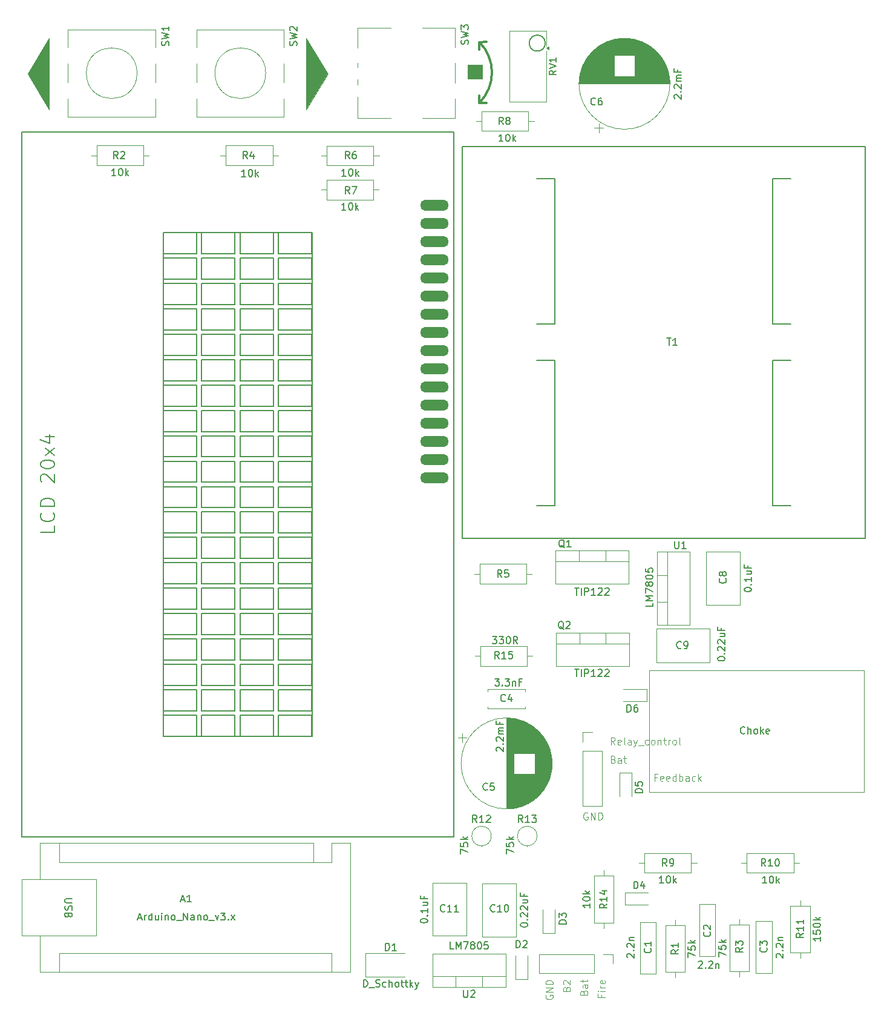
<source format=gbr>
%TF.GenerationSoftware,KiCad,Pcbnew,8.0.3*%
%TF.CreationDate,2025-04-27T13:18:50+02:00*%
%TF.ProjectId,Motherboard,4d6f7468-6572-4626-9f61-72642e6b6963,v1.0*%
%TF.SameCoordinates,Original*%
%TF.FileFunction,Legend,Top*%
%TF.FilePolarity,Positive*%
%FSLAX46Y46*%
G04 Gerber Fmt 4.6, Leading zero omitted, Abs format (unit mm)*
G04 Created by KiCad (PCBNEW 8.0.3) date 2025-04-27 13:18:50*
%MOMM*%
%LPD*%
G01*
G04 APERTURE LIST*
%ADD10C,0.300000*%
%ADD11C,0.100000*%
%ADD12C,0.200000*%
%ADD13C,0.150000*%
%ADD14C,0.120000*%
%ADD15O,4.000500X1.501140*%
G04 APERTURE END LIST*
D10*
X114200000Y-54210000D02*
X114202641Y-53157359D01*
D11*
X54000000Y-62600000D02*
X51000000Y-57600000D01*
X54000000Y-52600000D01*
X54000000Y-62600000D01*
G36*
X54000000Y-62600000D02*
G01*
X51000000Y-57600000D01*
X54000000Y-52600000D01*
X54000000Y-62600000D01*
G37*
D10*
X114202641Y-53157359D02*
G75*
G02*
X114202641Y-61642641I-4242641J-4242641D01*
G01*
D11*
X112600000Y-56300000D02*
X114600000Y-56300000D01*
X114600000Y-58300000D01*
X112600000Y-58300000D01*
X112600000Y-56300000D01*
G36*
X112600000Y-56300000D02*
G01*
X114600000Y-56300000D01*
X114600000Y-58300000D01*
X112600000Y-58300000D01*
X112600000Y-56300000D01*
G37*
D10*
X114202641Y-53157359D02*
X115200000Y-53150000D01*
X114202641Y-61642641D02*
X115200000Y-61640000D01*
D11*
X93000000Y-57600000D02*
X90000000Y-62600000D01*
X90000000Y-52600000D01*
X93000000Y-57600000D01*
G36*
X93000000Y-57600000D02*
G01*
X90000000Y-62600000D01*
X90000000Y-52600000D01*
X93000000Y-57600000D01*
G37*
D12*
X123418034Y-53300000D02*
G75*
G02*
X121181966Y-53300000I-1118034J0D01*
G01*
X121181966Y-53300000D02*
G75*
G02*
X123418034Y-53300000I1118034J0D01*
G01*
D11*
X168000000Y-158000000D02*
X138000000Y-158000000D01*
X138000000Y-141000000D01*
X168000000Y-141000000D01*
X168000000Y-158000000D01*
D10*
X114202641Y-61642641D02*
X114200000Y-60640000D01*
D11*
X126381942Y-185505639D02*
X126429561Y-185362782D01*
X126429561Y-185362782D02*
X126477180Y-185315163D01*
X126477180Y-185315163D02*
X126572418Y-185267544D01*
X126572418Y-185267544D02*
X126715275Y-185267544D01*
X126715275Y-185267544D02*
X126810513Y-185315163D01*
X126810513Y-185315163D02*
X126858133Y-185362782D01*
X126858133Y-185362782D02*
X126905752Y-185458020D01*
X126905752Y-185458020D02*
X126905752Y-185838972D01*
X126905752Y-185838972D02*
X125905752Y-185838972D01*
X125905752Y-185838972D02*
X125905752Y-185505639D01*
X125905752Y-185505639D02*
X125953371Y-185410401D01*
X125953371Y-185410401D02*
X126000990Y-185362782D01*
X126000990Y-185362782D02*
X126096228Y-185315163D01*
X126096228Y-185315163D02*
X126191466Y-185315163D01*
X126191466Y-185315163D02*
X126286704Y-185362782D01*
X126286704Y-185362782D02*
X126334323Y-185410401D01*
X126334323Y-185410401D02*
X126381942Y-185505639D01*
X126381942Y-185505639D02*
X126381942Y-185838972D01*
X126000990Y-184886591D02*
X125953371Y-184838972D01*
X125953371Y-184838972D02*
X125905752Y-184743734D01*
X125905752Y-184743734D02*
X125905752Y-184505639D01*
X125905752Y-184505639D02*
X125953371Y-184410401D01*
X125953371Y-184410401D02*
X126000990Y-184362782D01*
X126000990Y-184362782D02*
X126096228Y-184315163D01*
X126096228Y-184315163D02*
X126191466Y-184315163D01*
X126191466Y-184315163D02*
X126334323Y-184362782D01*
X126334323Y-184362782D02*
X126905752Y-184934210D01*
X126905752Y-184934210D02*
X126905752Y-184315163D01*
X123520038Y-186410401D02*
X123472419Y-186505639D01*
X123472419Y-186505639D02*
X123472419Y-186648496D01*
X123472419Y-186648496D02*
X123520038Y-186791353D01*
X123520038Y-186791353D02*
X123615276Y-186886591D01*
X123615276Y-186886591D02*
X123710514Y-186934210D01*
X123710514Y-186934210D02*
X123900990Y-186981829D01*
X123900990Y-186981829D02*
X124043847Y-186981829D01*
X124043847Y-186981829D02*
X124234323Y-186934210D01*
X124234323Y-186934210D02*
X124329561Y-186886591D01*
X124329561Y-186886591D02*
X124424800Y-186791353D01*
X124424800Y-186791353D02*
X124472419Y-186648496D01*
X124472419Y-186648496D02*
X124472419Y-186553258D01*
X124472419Y-186553258D02*
X124424800Y-186410401D01*
X124424800Y-186410401D02*
X124377180Y-186362782D01*
X124377180Y-186362782D02*
X124043847Y-186362782D01*
X124043847Y-186362782D02*
X124043847Y-186553258D01*
X124472419Y-185934210D02*
X123472419Y-185934210D01*
X123472419Y-185934210D02*
X124472419Y-185362782D01*
X124472419Y-185362782D02*
X123472419Y-185362782D01*
X124472419Y-184886591D02*
X123472419Y-184886591D01*
X123472419Y-184886591D02*
X123472419Y-184648496D01*
X123472419Y-184648496D02*
X123520038Y-184505639D01*
X123520038Y-184505639D02*
X123615276Y-184410401D01*
X123615276Y-184410401D02*
X123710514Y-184362782D01*
X123710514Y-184362782D02*
X123900990Y-184315163D01*
X123900990Y-184315163D02*
X124043847Y-184315163D01*
X124043847Y-184315163D02*
X124234323Y-184362782D01*
X124234323Y-184362782D02*
X124329561Y-184410401D01*
X124329561Y-184410401D02*
X124424800Y-184505639D01*
X124424800Y-184505639D02*
X124472419Y-184648496D01*
X124472419Y-184648496D02*
X124472419Y-184886591D01*
X131248609Y-186362782D02*
X131248609Y-186696115D01*
X131772419Y-186696115D02*
X130772419Y-186696115D01*
X130772419Y-186696115D02*
X130772419Y-186219925D01*
X131772419Y-185838972D02*
X131105752Y-185838972D01*
X130772419Y-185838972D02*
X130820038Y-185886591D01*
X130820038Y-185886591D02*
X130867657Y-185838972D01*
X130867657Y-185838972D02*
X130820038Y-185791353D01*
X130820038Y-185791353D02*
X130772419Y-185838972D01*
X130772419Y-185838972D02*
X130867657Y-185838972D01*
X131772419Y-185362782D02*
X131105752Y-185362782D01*
X131296228Y-185362782D02*
X131200990Y-185315163D01*
X131200990Y-185315163D02*
X131153371Y-185267544D01*
X131153371Y-185267544D02*
X131105752Y-185172306D01*
X131105752Y-185172306D02*
X131105752Y-185077068D01*
X131724800Y-184362782D02*
X131772419Y-184458020D01*
X131772419Y-184458020D02*
X131772419Y-184648496D01*
X131772419Y-184648496D02*
X131724800Y-184743734D01*
X131724800Y-184743734D02*
X131629561Y-184791353D01*
X131629561Y-184791353D02*
X131248609Y-184791353D01*
X131248609Y-184791353D02*
X131153371Y-184743734D01*
X131153371Y-184743734D02*
X131105752Y-184648496D01*
X131105752Y-184648496D02*
X131105752Y-184458020D01*
X131105752Y-184458020D02*
X131153371Y-184362782D01*
X131153371Y-184362782D02*
X131248609Y-184315163D01*
X131248609Y-184315163D02*
X131343847Y-184315163D01*
X131343847Y-184315163D02*
X131439085Y-184791353D01*
X128815275Y-186029449D02*
X128862894Y-185886592D01*
X128862894Y-185886592D02*
X128910513Y-185838973D01*
X128910513Y-185838973D02*
X129005751Y-185791354D01*
X129005751Y-185791354D02*
X129148608Y-185791354D01*
X129148608Y-185791354D02*
X129243846Y-185838973D01*
X129243846Y-185838973D02*
X129291466Y-185886592D01*
X129291466Y-185886592D02*
X129339085Y-185981830D01*
X129339085Y-185981830D02*
X129339085Y-186362782D01*
X129339085Y-186362782D02*
X128339085Y-186362782D01*
X128339085Y-186362782D02*
X128339085Y-186029449D01*
X128339085Y-186029449D02*
X128386704Y-185934211D01*
X128386704Y-185934211D02*
X128434323Y-185886592D01*
X128434323Y-185886592D02*
X128529561Y-185838973D01*
X128529561Y-185838973D02*
X128624799Y-185838973D01*
X128624799Y-185838973D02*
X128720037Y-185886592D01*
X128720037Y-185886592D02*
X128767656Y-185934211D01*
X128767656Y-185934211D02*
X128815275Y-186029449D01*
X128815275Y-186029449D02*
X128815275Y-186362782D01*
X129339085Y-184934211D02*
X128815275Y-184934211D01*
X128815275Y-184934211D02*
X128720037Y-184981830D01*
X128720037Y-184981830D02*
X128672418Y-185077068D01*
X128672418Y-185077068D02*
X128672418Y-185267544D01*
X128672418Y-185267544D02*
X128720037Y-185362782D01*
X129291466Y-184934211D02*
X129339085Y-185029449D01*
X129339085Y-185029449D02*
X129339085Y-185267544D01*
X129339085Y-185267544D02*
X129291466Y-185362782D01*
X129291466Y-185362782D02*
X129196227Y-185410401D01*
X129196227Y-185410401D02*
X129100989Y-185410401D01*
X129100989Y-185410401D02*
X129005751Y-185362782D01*
X129005751Y-185362782D02*
X128958132Y-185267544D01*
X128958132Y-185267544D02*
X128958132Y-185029449D01*
X128958132Y-185029449D02*
X128910513Y-184934211D01*
X128672418Y-184600877D02*
X128672418Y-184219925D01*
X128339085Y-184458020D02*
X129196227Y-184458020D01*
X129196227Y-184458020D02*
X129291466Y-184410401D01*
X129291466Y-184410401D02*
X129339085Y-184315163D01*
X129339085Y-184315163D02*
X129339085Y-184219925D01*
X129327693Y-160920038D02*
X129232455Y-160872419D01*
X129232455Y-160872419D02*
X129089598Y-160872419D01*
X129089598Y-160872419D02*
X128946741Y-160920038D01*
X128946741Y-160920038D02*
X128851503Y-161015276D01*
X128851503Y-161015276D02*
X128803884Y-161110514D01*
X128803884Y-161110514D02*
X128756265Y-161300990D01*
X128756265Y-161300990D02*
X128756265Y-161443847D01*
X128756265Y-161443847D02*
X128803884Y-161634323D01*
X128803884Y-161634323D02*
X128851503Y-161729561D01*
X128851503Y-161729561D02*
X128946741Y-161824800D01*
X128946741Y-161824800D02*
X129089598Y-161872419D01*
X129089598Y-161872419D02*
X129184836Y-161872419D01*
X129184836Y-161872419D02*
X129327693Y-161824800D01*
X129327693Y-161824800D02*
X129375312Y-161777180D01*
X129375312Y-161777180D02*
X129375312Y-161443847D01*
X129375312Y-161443847D02*
X129184836Y-161443847D01*
X129803884Y-161872419D02*
X129803884Y-160872419D01*
X129803884Y-160872419D02*
X130375312Y-161872419D01*
X130375312Y-161872419D02*
X130375312Y-160872419D01*
X130851503Y-161872419D02*
X130851503Y-160872419D01*
X130851503Y-160872419D02*
X131089598Y-160872419D01*
X131089598Y-160872419D02*
X131232455Y-160920038D01*
X131232455Y-160920038D02*
X131327693Y-161015276D01*
X131327693Y-161015276D02*
X131375312Y-161110514D01*
X131375312Y-161110514D02*
X131422931Y-161300990D01*
X131422931Y-161300990D02*
X131422931Y-161443847D01*
X131422931Y-161443847D02*
X131375312Y-161634323D01*
X131375312Y-161634323D02*
X131327693Y-161729561D01*
X131327693Y-161729561D02*
X131232455Y-161824800D01*
X131232455Y-161824800D02*
X131089598Y-161872419D01*
X131089598Y-161872419D02*
X130851503Y-161872419D01*
X132937217Y-153448609D02*
X133080074Y-153496228D01*
X133080074Y-153496228D02*
X133127693Y-153543847D01*
X133127693Y-153543847D02*
X133175312Y-153639085D01*
X133175312Y-153639085D02*
X133175312Y-153781942D01*
X133175312Y-153781942D02*
X133127693Y-153877180D01*
X133127693Y-153877180D02*
X133080074Y-153924800D01*
X133080074Y-153924800D02*
X132984836Y-153972419D01*
X132984836Y-153972419D02*
X132603884Y-153972419D01*
X132603884Y-153972419D02*
X132603884Y-152972419D01*
X132603884Y-152972419D02*
X132937217Y-152972419D01*
X132937217Y-152972419D02*
X133032455Y-153020038D01*
X133032455Y-153020038D02*
X133080074Y-153067657D01*
X133080074Y-153067657D02*
X133127693Y-153162895D01*
X133127693Y-153162895D02*
X133127693Y-153258133D01*
X133127693Y-153258133D02*
X133080074Y-153353371D01*
X133080074Y-153353371D02*
X133032455Y-153400990D01*
X133032455Y-153400990D02*
X132937217Y-153448609D01*
X132937217Y-153448609D02*
X132603884Y-153448609D01*
X134032455Y-153972419D02*
X134032455Y-153448609D01*
X134032455Y-153448609D02*
X133984836Y-153353371D01*
X133984836Y-153353371D02*
X133889598Y-153305752D01*
X133889598Y-153305752D02*
X133699122Y-153305752D01*
X133699122Y-153305752D02*
X133603884Y-153353371D01*
X134032455Y-153924800D02*
X133937217Y-153972419D01*
X133937217Y-153972419D02*
X133699122Y-153972419D01*
X133699122Y-153972419D02*
X133603884Y-153924800D01*
X133603884Y-153924800D02*
X133556265Y-153829561D01*
X133556265Y-153829561D02*
X133556265Y-153734323D01*
X133556265Y-153734323D02*
X133603884Y-153639085D01*
X133603884Y-153639085D02*
X133699122Y-153591466D01*
X133699122Y-153591466D02*
X133937217Y-153591466D01*
X133937217Y-153591466D02*
X134032455Y-153543847D01*
X134365789Y-153305752D02*
X134746741Y-153305752D01*
X134508646Y-152972419D02*
X134508646Y-153829561D01*
X134508646Y-153829561D02*
X134556265Y-153924800D01*
X134556265Y-153924800D02*
X134651503Y-153972419D01*
X134651503Y-153972419D02*
X134746741Y-153972419D01*
X133175312Y-151372419D02*
X132841979Y-150896228D01*
X132603884Y-151372419D02*
X132603884Y-150372419D01*
X132603884Y-150372419D02*
X132984836Y-150372419D01*
X132984836Y-150372419D02*
X133080074Y-150420038D01*
X133080074Y-150420038D02*
X133127693Y-150467657D01*
X133127693Y-150467657D02*
X133175312Y-150562895D01*
X133175312Y-150562895D02*
X133175312Y-150705752D01*
X133175312Y-150705752D02*
X133127693Y-150800990D01*
X133127693Y-150800990D02*
X133080074Y-150848609D01*
X133080074Y-150848609D02*
X132984836Y-150896228D01*
X132984836Y-150896228D02*
X132603884Y-150896228D01*
X133984836Y-151324800D02*
X133889598Y-151372419D01*
X133889598Y-151372419D02*
X133699122Y-151372419D01*
X133699122Y-151372419D02*
X133603884Y-151324800D01*
X133603884Y-151324800D02*
X133556265Y-151229561D01*
X133556265Y-151229561D02*
X133556265Y-150848609D01*
X133556265Y-150848609D02*
X133603884Y-150753371D01*
X133603884Y-150753371D02*
X133699122Y-150705752D01*
X133699122Y-150705752D02*
X133889598Y-150705752D01*
X133889598Y-150705752D02*
X133984836Y-150753371D01*
X133984836Y-150753371D02*
X134032455Y-150848609D01*
X134032455Y-150848609D02*
X134032455Y-150943847D01*
X134032455Y-150943847D02*
X133556265Y-151039085D01*
X134603884Y-151372419D02*
X134508646Y-151324800D01*
X134508646Y-151324800D02*
X134461027Y-151229561D01*
X134461027Y-151229561D02*
X134461027Y-150372419D01*
X135413408Y-151372419D02*
X135413408Y-150848609D01*
X135413408Y-150848609D02*
X135365789Y-150753371D01*
X135365789Y-150753371D02*
X135270551Y-150705752D01*
X135270551Y-150705752D02*
X135080075Y-150705752D01*
X135080075Y-150705752D02*
X134984837Y-150753371D01*
X135413408Y-151324800D02*
X135318170Y-151372419D01*
X135318170Y-151372419D02*
X135080075Y-151372419D01*
X135080075Y-151372419D02*
X134984837Y-151324800D01*
X134984837Y-151324800D02*
X134937218Y-151229561D01*
X134937218Y-151229561D02*
X134937218Y-151134323D01*
X134937218Y-151134323D02*
X134984837Y-151039085D01*
X134984837Y-151039085D02*
X135080075Y-150991466D01*
X135080075Y-150991466D02*
X135318170Y-150991466D01*
X135318170Y-150991466D02*
X135413408Y-150943847D01*
X135794361Y-150705752D02*
X136032456Y-151372419D01*
X136270551Y-150705752D02*
X136032456Y-151372419D01*
X136032456Y-151372419D02*
X135937218Y-151610514D01*
X135937218Y-151610514D02*
X135889599Y-151658133D01*
X135889599Y-151658133D02*
X135794361Y-151705752D01*
X136413409Y-151467657D02*
X137175313Y-151467657D01*
X137841980Y-151324800D02*
X137746742Y-151372419D01*
X137746742Y-151372419D02*
X137556266Y-151372419D01*
X137556266Y-151372419D02*
X137461028Y-151324800D01*
X137461028Y-151324800D02*
X137413409Y-151277180D01*
X137413409Y-151277180D02*
X137365790Y-151181942D01*
X137365790Y-151181942D02*
X137365790Y-150896228D01*
X137365790Y-150896228D02*
X137413409Y-150800990D01*
X137413409Y-150800990D02*
X137461028Y-150753371D01*
X137461028Y-150753371D02*
X137556266Y-150705752D01*
X137556266Y-150705752D02*
X137746742Y-150705752D01*
X137746742Y-150705752D02*
X137841980Y-150753371D01*
X138413409Y-151372419D02*
X138318171Y-151324800D01*
X138318171Y-151324800D02*
X138270552Y-151277180D01*
X138270552Y-151277180D02*
X138222933Y-151181942D01*
X138222933Y-151181942D02*
X138222933Y-150896228D01*
X138222933Y-150896228D02*
X138270552Y-150800990D01*
X138270552Y-150800990D02*
X138318171Y-150753371D01*
X138318171Y-150753371D02*
X138413409Y-150705752D01*
X138413409Y-150705752D02*
X138556266Y-150705752D01*
X138556266Y-150705752D02*
X138651504Y-150753371D01*
X138651504Y-150753371D02*
X138699123Y-150800990D01*
X138699123Y-150800990D02*
X138746742Y-150896228D01*
X138746742Y-150896228D02*
X138746742Y-151181942D01*
X138746742Y-151181942D02*
X138699123Y-151277180D01*
X138699123Y-151277180D02*
X138651504Y-151324800D01*
X138651504Y-151324800D02*
X138556266Y-151372419D01*
X138556266Y-151372419D02*
X138413409Y-151372419D01*
X139175314Y-150705752D02*
X139175314Y-151372419D01*
X139175314Y-150800990D02*
X139222933Y-150753371D01*
X139222933Y-150753371D02*
X139318171Y-150705752D01*
X139318171Y-150705752D02*
X139461028Y-150705752D01*
X139461028Y-150705752D02*
X139556266Y-150753371D01*
X139556266Y-150753371D02*
X139603885Y-150848609D01*
X139603885Y-150848609D02*
X139603885Y-151372419D01*
X139937219Y-150705752D02*
X140318171Y-150705752D01*
X140080076Y-150372419D02*
X140080076Y-151229561D01*
X140080076Y-151229561D02*
X140127695Y-151324800D01*
X140127695Y-151324800D02*
X140222933Y-151372419D01*
X140222933Y-151372419D02*
X140318171Y-151372419D01*
X140651505Y-151372419D02*
X140651505Y-150705752D01*
X140651505Y-150896228D02*
X140699124Y-150800990D01*
X140699124Y-150800990D02*
X140746743Y-150753371D01*
X140746743Y-150753371D02*
X140841981Y-150705752D01*
X140841981Y-150705752D02*
X140937219Y-150705752D01*
X141413410Y-151372419D02*
X141318172Y-151324800D01*
X141318172Y-151324800D02*
X141270553Y-151277180D01*
X141270553Y-151277180D02*
X141222934Y-151181942D01*
X141222934Y-151181942D02*
X141222934Y-150896228D01*
X141222934Y-150896228D02*
X141270553Y-150800990D01*
X141270553Y-150800990D02*
X141318172Y-150753371D01*
X141318172Y-150753371D02*
X141413410Y-150705752D01*
X141413410Y-150705752D02*
X141556267Y-150705752D01*
X141556267Y-150705752D02*
X141651505Y-150753371D01*
X141651505Y-150753371D02*
X141699124Y-150800990D01*
X141699124Y-150800990D02*
X141746743Y-150896228D01*
X141746743Y-150896228D02*
X141746743Y-151181942D01*
X141746743Y-151181942D02*
X141699124Y-151277180D01*
X141699124Y-151277180D02*
X141651505Y-151324800D01*
X141651505Y-151324800D02*
X141556267Y-151372419D01*
X141556267Y-151372419D02*
X141413410Y-151372419D01*
X142318172Y-151372419D02*
X142222934Y-151324800D01*
X142222934Y-151324800D02*
X142175315Y-151229561D01*
X142175315Y-151229561D02*
X142175315Y-150372419D01*
D12*
X151341101Y-149771980D02*
X151293482Y-149819600D01*
X151293482Y-149819600D02*
X151150625Y-149867219D01*
X151150625Y-149867219D02*
X151055387Y-149867219D01*
X151055387Y-149867219D02*
X150912530Y-149819600D01*
X150912530Y-149819600D02*
X150817292Y-149724361D01*
X150817292Y-149724361D02*
X150769673Y-149629123D01*
X150769673Y-149629123D02*
X150722054Y-149438647D01*
X150722054Y-149438647D02*
X150722054Y-149295790D01*
X150722054Y-149295790D02*
X150769673Y-149105314D01*
X150769673Y-149105314D02*
X150817292Y-149010076D01*
X150817292Y-149010076D02*
X150912530Y-148914838D01*
X150912530Y-148914838D02*
X151055387Y-148867219D01*
X151055387Y-148867219D02*
X151150625Y-148867219D01*
X151150625Y-148867219D02*
X151293482Y-148914838D01*
X151293482Y-148914838D02*
X151341101Y-148962457D01*
X151769673Y-149867219D02*
X151769673Y-148867219D01*
X152198244Y-149867219D02*
X152198244Y-149343409D01*
X152198244Y-149343409D02*
X152150625Y-149248171D01*
X152150625Y-149248171D02*
X152055387Y-149200552D01*
X152055387Y-149200552D02*
X151912530Y-149200552D01*
X151912530Y-149200552D02*
X151817292Y-149248171D01*
X151817292Y-149248171D02*
X151769673Y-149295790D01*
X152817292Y-149867219D02*
X152722054Y-149819600D01*
X152722054Y-149819600D02*
X152674435Y-149771980D01*
X152674435Y-149771980D02*
X152626816Y-149676742D01*
X152626816Y-149676742D02*
X152626816Y-149391028D01*
X152626816Y-149391028D02*
X152674435Y-149295790D01*
X152674435Y-149295790D02*
X152722054Y-149248171D01*
X152722054Y-149248171D02*
X152817292Y-149200552D01*
X152817292Y-149200552D02*
X152960149Y-149200552D01*
X152960149Y-149200552D02*
X153055387Y-149248171D01*
X153055387Y-149248171D02*
X153103006Y-149295790D01*
X153103006Y-149295790D02*
X153150625Y-149391028D01*
X153150625Y-149391028D02*
X153150625Y-149676742D01*
X153150625Y-149676742D02*
X153103006Y-149771980D01*
X153103006Y-149771980D02*
X153055387Y-149819600D01*
X153055387Y-149819600D02*
X152960149Y-149867219D01*
X152960149Y-149867219D02*
X152817292Y-149867219D01*
X153579197Y-149867219D02*
X153579197Y-148867219D01*
X153674435Y-149486266D02*
X153960149Y-149867219D01*
X153960149Y-149200552D02*
X153579197Y-149581504D01*
X154769673Y-149819600D02*
X154674435Y-149867219D01*
X154674435Y-149867219D02*
X154483959Y-149867219D01*
X154483959Y-149867219D02*
X154388721Y-149819600D01*
X154388721Y-149819600D02*
X154341102Y-149724361D01*
X154341102Y-149724361D02*
X154341102Y-149343409D01*
X154341102Y-149343409D02*
X154388721Y-149248171D01*
X154388721Y-149248171D02*
X154483959Y-149200552D01*
X154483959Y-149200552D02*
X154674435Y-149200552D01*
X154674435Y-149200552D02*
X154769673Y-149248171D01*
X154769673Y-149248171D02*
X154817292Y-149343409D01*
X154817292Y-149343409D02*
X154817292Y-149438647D01*
X154817292Y-149438647D02*
X154341102Y-149533885D01*
D11*
X139037217Y-155948609D02*
X138703884Y-155948609D01*
X138703884Y-156472419D02*
X138703884Y-155472419D01*
X138703884Y-155472419D02*
X139180074Y-155472419D01*
X139941979Y-156424800D02*
X139846741Y-156472419D01*
X139846741Y-156472419D02*
X139656265Y-156472419D01*
X139656265Y-156472419D02*
X139561027Y-156424800D01*
X139561027Y-156424800D02*
X139513408Y-156329561D01*
X139513408Y-156329561D02*
X139513408Y-155948609D01*
X139513408Y-155948609D02*
X139561027Y-155853371D01*
X139561027Y-155853371D02*
X139656265Y-155805752D01*
X139656265Y-155805752D02*
X139846741Y-155805752D01*
X139846741Y-155805752D02*
X139941979Y-155853371D01*
X139941979Y-155853371D02*
X139989598Y-155948609D01*
X139989598Y-155948609D02*
X139989598Y-156043847D01*
X139989598Y-156043847D02*
X139513408Y-156139085D01*
X140799122Y-156424800D02*
X140703884Y-156472419D01*
X140703884Y-156472419D02*
X140513408Y-156472419D01*
X140513408Y-156472419D02*
X140418170Y-156424800D01*
X140418170Y-156424800D02*
X140370551Y-156329561D01*
X140370551Y-156329561D02*
X140370551Y-155948609D01*
X140370551Y-155948609D02*
X140418170Y-155853371D01*
X140418170Y-155853371D02*
X140513408Y-155805752D01*
X140513408Y-155805752D02*
X140703884Y-155805752D01*
X140703884Y-155805752D02*
X140799122Y-155853371D01*
X140799122Y-155853371D02*
X140846741Y-155948609D01*
X140846741Y-155948609D02*
X140846741Y-156043847D01*
X140846741Y-156043847D02*
X140370551Y-156139085D01*
X141703884Y-156472419D02*
X141703884Y-155472419D01*
X141703884Y-156424800D02*
X141608646Y-156472419D01*
X141608646Y-156472419D02*
X141418170Y-156472419D01*
X141418170Y-156472419D02*
X141322932Y-156424800D01*
X141322932Y-156424800D02*
X141275313Y-156377180D01*
X141275313Y-156377180D02*
X141227694Y-156281942D01*
X141227694Y-156281942D02*
X141227694Y-155996228D01*
X141227694Y-155996228D02*
X141275313Y-155900990D01*
X141275313Y-155900990D02*
X141322932Y-155853371D01*
X141322932Y-155853371D02*
X141418170Y-155805752D01*
X141418170Y-155805752D02*
X141608646Y-155805752D01*
X141608646Y-155805752D02*
X141703884Y-155853371D01*
X142180075Y-156472419D02*
X142180075Y-155472419D01*
X142180075Y-155853371D02*
X142275313Y-155805752D01*
X142275313Y-155805752D02*
X142465789Y-155805752D01*
X142465789Y-155805752D02*
X142561027Y-155853371D01*
X142561027Y-155853371D02*
X142608646Y-155900990D01*
X142608646Y-155900990D02*
X142656265Y-155996228D01*
X142656265Y-155996228D02*
X142656265Y-156281942D01*
X142656265Y-156281942D02*
X142608646Y-156377180D01*
X142608646Y-156377180D02*
X142561027Y-156424800D01*
X142561027Y-156424800D02*
X142465789Y-156472419D01*
X142465789Y-156472419D02*
X142275313Y-156472419D01*
X142275313Y-156472419D02*
X142180075Y-156424800D01*
X143513408Y-156472419D02*
X143513408Y-155948609D01*
X143513408Y-155948609D02*
X143465789Y-155853371D01*
X143465789Y-155853371D02*
X143370551Y-155805752D01*
X143370551Y-155805752D02*
X143180075Y-155805752D01*
X143180075Y-155805752D02*
X143084837Y-155853371D01*
X143513408Y-156424800D02*
X143418170Y-156472419D01*
X143418170Y-156472419D02*
X143180075Y-156472419D01*
X143180075Y-156472419D02*
X143084837Y-156424800D01*
X143084837Y-156424800D02*
X143037218Y-156329561D01*
X143037218Y-156329561D02*
X143037218Y-156234323D01*
X143037218Y-156234323D02*
X143084837Y-156139085D01*
X143084837Y-156139085D02*
X143180075Y-156091466D01*
X143180075Y-156091466D02*
X143418170Y-156091466D01*
X143418170Y-156091466D02*
X143513408Y-156043847D01*
X144418170Y-156424800D02*
X144322932Y-156472419D01*
X144322932Y-156472419D02*
X144132456Y-156472419D01*
X144132456Y-156472419D02*
X144037218Y-156424800D01*
X144037218Y-156424800D02*
X143989599Y-156377180D01*
X143989599Y-156377180D02*
X143941980Y-156281942D01*
X143941980Y-156281942D02*
X143941980Y-155996228D01*
X143941980Y-155996228D02*
X143989599Y-155900990D01*
X143989599Y-155900990D02*
X144037218Y-155853371D01*
X144037218Y-155853371D02*
X144132456Y-155805752D01*
X144132456Y-155805752D02*
X144322932Y-155805752D01*
X144322932Y-155805752D02*
X144418170Y-155853371D01*
X144846742Y-156472419D02*
X144846742Y-155472419D01*
X144941980Y-156091466D02*
X145227694Y-156472419D01*
X145227694Y-155805752D02*
X144846742Y-156186704D01*
D13*
X117833333Y-145259580D02*
X117785714Y-145307200D01*
X117785714Y-145307200D02*
X117642857Y-145354819D01*
X117642857Y-145354819D02*
X117547619Y-145354819D01*
X117547619Y-145354819D02*
X117404762Y-145307200D01*
X117404762Y-145307200D02*
X117309524Y-145211961D01*
X117309524Y-145211961D02*
X117261905Y-145116723D01*
X117261905Y-145116723D02*
X117214286Y-144926247D01*
X117214286Y-144926247D02*
X117214286Y-144783390D01*
X117214286Y-144783390D02*
X117261905Y-144592914D01*
X117261905Y-144592914D02*
X117309524Y-144497676D01*
X117309524Y-144497676D02*
X117404762Y-144402438D01*
X117404762Y-144402438D02*
X117547619Y-144354819D01*
X117547619Y-144354819D02*
X117642857Y-144354819D01*
X117642857Y-144354819D02*
X117785714Y-144402438D01*
X117785714Y-144402438D02*
X117833333Y-144450057D01*
X118690476Y-144688152D02*
X118690476Y-145354819D01*
X118452381Y-144307200D02*
X118214286Y-145021485D01*
X118214286Y-145021485D02*
X118833333Y-145021485D01*
X116371429Y-142154819D02*
X116990476Y-142154819D01*
X116990476Y-142154819D02*
X116657143Y-142535771D01*
X116657143Y-142535771D02*
X116800000Y-142535771D01*
X116800000Y-142535771D02*
X116895238Y-142583390D01*
X116895238Y-142583390D02*
X116942857Y-142631009D01*
X116942857Y-142631009D02*
X116990476Y-142726247D01*
X116990476Y-142726247D02*
X116990476Y-142964342D01*
X116990476Y-142964342D02*
X116942857Y-143059580D01*
X116942857Y-143059580D02*
X116895238Y-143107200D01*
X116895238Y-143107200D02*
X116800000Y-143154819D01*
X116800000Y-143154819D02*
X116514286Y-143154819D01*
X116514286Y-143154819D02*
X116419048Y-143107200D01*
X116419048Y-143107200D02*
X116371429Y-143059580D01*
X117419048Y-143059580D02*
X117466667Y-143107200D01*
X117466667Y-143107200D02*
X117419048Y-143154819D01*
X117419048Y-143154819D02*
X117371429Y-143107200D01*
X117371429Y-143107200D02*
X117419048Y-143059580D01*
X117419048Y-143059580D02*
X117419048Y-143154819D01*
X117800000Y-142154819D02*
X118419047Y-142154819D01*
X118419047Y-142154819D02*
X118085714Y-142535771D01*
X118085714Y-142535771D02*
X118228571Y-142535771D01*
X118228571Y-142535771D02*
X118323809Y-142583390D01*
X118323809Y-142583390D02*
X118371428Y-142631009D01*
X118371428Y-142631009D02*
X118419047Y-142726247D01*
X118419047Y-142726247D02*
X118419047Y-142964342D01*
X118419047Y-142964342D02*
X118371428Y-143059580D01*
X118371428Y-143059580D02*
X118323809Y-143107200D01*
X118323809Y-143107200D02*
X118228571Y-143154819D01*
X118228571Y-143154819D02*
X117942857Y-143154819D01*
X117942857Y-143154819D02*
X117847619Y-143107200D01*
X117847619Y-143107200D02*
X117800000Y-143059580D01*
X118847619Y-142488152D02*
X118847619Y-143154819D01*
X118847619Y-142583390D02*
X118895238Y-142535771D01*
X118895238Y-142535771D02*
X118990476Y-142488152D01*
X118990476Y-142488152D02*
X119133333Y-142488152D01*
X119133333Y-142488152D02*
X119228571Y-142535771D01*
X119228571Y-142535771D02*
X119276190Y-142631009D01*
X119276190Y-142631009D02*
X119276190Y-143154819D01*
X120085714Y-142631009D02*
X119752381Y-142631009D01*
X119752381Y-143154819D02*
X119752381Y-142154819D01*
X119752381Y-142154819D02*
X120228571Y-142154819D01*
X120257142Y-162254819D02*
X119923809Y-161778628D01*
X119685714Y-162254819D02*
X119685714Y-161254819D01*
X119685714Y-161254819D02*
X120066666Y-161254819D01*
X120066666Y-161254819D02*
X120161904Y-161302438D01*
X120161904Y-161302438D02*
X120209523Y-161350057D01*
X120209523Y-161350057D02*
X120257142Y-161445295D01*
X120257142Y-161445295D02*
X120257142Y-161588152D01*
X120257142Y-161588152D02*
X120209523Y-161683390D01*
X120209523Y-161683390D02*
X120161904Y-161731009D01*
X120161904Y-161731009D02*
X120066666Y-161778628D01*
X120066666Y-161778628D02*
X119685714Y-161778628D01*
X121209523Y-162254819D02*
X120638095Y-162254819D01*
X120923809Y-162254819D02*
X120923809Y-161254819D01*
X120923809Y-161254819D02*
X120828571Y-161397676D01*
X120828571Y-161397676D02*
X120733333Y-161492914D01*
X120733333Y-161492914D02*
X120638095Y-161540533D01*
X121542857Y-161254819D02*
X122161904Y-161254819D01*
X122161904Y-161254819D02*
X121828571Y-161635771D01*
X121828571Y-161635771D02*
X121971428Y-161635771D01*
X121971428Y-161635771D02*
X122066666Y-161683390D01*
X122066666Y-161683390D02*
X122114285Y-161731009D01*
X122114285Y-161731009D02*
X122161904Y-161826247D01*
X122161904Y-161826247D02*
X122161904Y-162064342D01*
X122161904Y-162064342D02*
X122114285Y-162159580D01*
X122114285Y-162159580D02*
X122066666Y-162207200D01*
X122066666Y-162207200D02*
X121971428Y-162254819D01*
X121971428Y-162254819D02*
X121685714Y-162254819D01*
X121685714Y-162254819D02*
X121590476Y-162207200D01*
X121590476Y-162207200D02*
X121542857Y-162159580D01*
X117984819Y-166644286D02*
X117984819Y-165977620D01*
X117984819Y-165977620D02*
X118984819Y-166406191D01*
X117984819Y-165120477D02*
X117984819Y-165596667D01*
X117984819Y-165596667D02*
X118461009Y-165644286D01*
X118461009Y-165644286D02*
X118413390Y-165596667D01*
X118413390Y-165596667D02*
X118365771Y-165501429D01*
X118365771Y-165501429D02*
X118365771Y-165263334D01*
X118365771Y-165263334D02*
X118413390Y-165168096D01*
X118413390Y-165168096D02*
X118461009Y-165120477D01*
X118461009Y-165120477D02*
X118556247Y-165072858D01*
X118556247Y-165072858D02*
X118794342Y-165072858D01*
X118794342Y-165072858D02*
X118889580Y-165120477D01*
X118889580Y-165120477D02*
X118937200Y-165168096D01*
X118937200Y-165168096D02*
X118984819Y-165263334D01*
X118984819Y-165263334D02*
X118984819Y-165501429D01*
X118984819Y-165501429D02*
X118937200Y-165596667D01*
X118937200Y-165596667D02*
X118889580Y-165644286D01*
X118984819Y-164644286D02*
X117984819Y-164644286D01*
X118603866Y-164549048D02*
X118984819Y-164263334D01*
X118318152Y-164263334D02*
X118699104Y-164644286D01*
X130433333Y-61859580D02*
X130385714Y-61907200D01*
X130385714Y-61907200D02*
X130242857Y-61954819D01*
X130242857Y-61954819D02*
X130147619Y-61954819D01*
X130147619Y-61954819D02*
X130004762Y-61907200D01*
X130004762Y-61907200D02*
X129909524Y-61811961D01*
X129909524Y-61811961D02*
X129861905Y-61716723D01*
X129861905Y-61716723D02*
X129814286Y-61526247D01*
X129814286Y-61526247D02*
X129814286Y-61383390D01*
X129814286Y-61383390D02*
X129861905Y-61192914D01*
X129861905Y-61192914D02*
X129909524Y-61097676D01*
X129909524Y-61097676D02*
X130004762Y-61002438D01*
X130004762Y-61002438D02*
X130147619Y-60954819D01*
X130147619Y-60954819D02*
X130242857Y-60954819D01*
X130242857Y-60954819D02*
X130385714Y-61002438D01*
X130385714Y-61002438D02*
X130433333Y-61050057D01*
X131290476Y-60954819D02*
X131100000Y-60954819D01*
X131100000Y-60954819D02*
X131004762Y-61002438D01*
X131004762Y-61002438D02*
X130957143Y-61050057D01*
X130957143Y-61050057D02*
X130861905Y-61192914D01*
X130861905Y-61192914D02*
X130814286Y-61383390D01*
X130814286Y-61383390D02*
X130814286Y-61764342D01*
X130814286Y-61764342D02*
X130861905Y-61859580D01*
X130861905Y-61859580D02*
X130909524Y-61907200D01*
X130909524Y-61907200D02*
X131004762Y-61954819D01*
X131004762Y-61954819D02*
X131195238Y-61954819D01*
X131195238Y-61954819D02*
X131290476Y-61907200D01*
X131290476Y-61907200D02*
X131338095Y-61859580D01*
X131338095Y-61859580D02*
X131385714Y-61764342D01*
X131385714Y-61764342D02*
X131385714Y-61526247D01*
X131385714Y-61526247D02*
X131338095Y-61431009D01*
X131338095Y-61431009D02*
X131290476Y-61383390D01*
X131290476Y-61383390D02*
X131195238Y-61335771D01*
X131195238Y-61335771D02*
X131004762Y-61335771D01*
X131004762Y-61335771D02*
X130909524Y-61383390D01*
X130909524Y-61383390D02*
X130861905Y-61431009D01*
X130861905Y-61431009D02*
X130814286Y-61526247D01*
X141550057Y-61069196D02*
X141502438Y-61021577D01*
X141502438Y-61021577D02*
X141454819Y-60926339D01*
X141454819Y-60926339D02*
X141454819Y-60688244D01*
X141454819Y-60688244D02*
X141502438Y-60593006D01*
X141502438Y-60593006D02*
X141550057Y-60545387D01*
X141550057Y-60545387D02*
X141645295Y-60497768D01*
X141645295Y-60497768D02*
X141740533Y-60497768D01*
X141740533Y-60497768D02*
X141883390Y-60545387D01*
X141883390Y-60545387D02*
X142454819Y-61116815D01*
X142454819Y-61116815D02*
X142454819Y-60497768D01*
X142359580Y-60069196D02*
X142407200Y-60021577D01*
X142407200Y-60021577D02*
X142454819Y-60069196D01*
X142454819Y-60069196D02*
X142407200Y-60116815D01*
X142407200Y-60116815D02*
X142359580Y-60069196D01*
X142359580Y-60069196D02*
X142454819Y-60069196D01*
X141550057Y-59640625D02*
X141502438Y-59593006D01*
X141502438Y-59593006D02*
X141454819Y-59497768D01*
X141454819Y-59497768D02*
X141454819Y-59259673D01*
X141454819Y-59259673D02*
X141502438Y-59164435D01*
X141502438Y-59164435D02*
X141550057Y-59116816D01*
X141550057Y-59116816D02*
X141645295Y-59069197D01*
X141645295Y-59069197D02*
X141740533Y-59069197D01*
X141740533Y-59069197D02*
X141883390Y-59116816D01*
X141883390Y-59116816D02*
X142454819Y-59688244D01*
X142454819Y-59688244D02*
X142454819Y-59069197D01*
X142454819Y-58640625D02*
X141788152Y-58640625D01*
X141883390Y-58640625D02*
X141835771Y-58593006D01*
X141835771Y-58593006D02*
X141788152Y-58497768D01*
X141788152Y-58497768D02*
X141788152Y-58354911D01*
X141788152Y-58354911D02*
X141835771Y-58259673D01*
X141835771Y-58259673D02*
X141931009Y-58212054D01*
X141931009Y-58212054D02*
X142454819Y-58212054D01*
X141931009Y-58212054D02*
X141835771Y-58164435D01*
X141835771Y-58164435D02*
X141788152Y-58069197D01*
X141788152Y-58069197D02*
X141788152Y-57926340D01*
X141788152Y-57926340D02*
X141835771Y-57831101D01*
X141835771Y-57831101D02*
X141931009Y-57783482D01*
X141931009Y-57783482D02*
X142454819Y-57783482D01*
X141931009Y-56973959D02*
X141931009Y-57307292D01*
X142454819Y-57307292D02*
X141454819Y-57307292D01*
X141454819Y-57307292D02*
X141454819Y-56831102D01*
X96033333Y-69454819D02*
X95700000Y-68978628D01*
X95461905Y-69454819D02*
X95461905Y-68454819D01*
X95461905Y-68454819D02*
X95842857Y-68454819D01*
X95842857Y-68454819D02*
X95938095Y-68502438D01*
X95938095Y-68502438D02*
X95985714Y-68550057D01*
X95985714Y-68550057D02*
X96033333Y-68645295D01*
X96033333Y-68645295D02*
X96033333Y-68788152D01*
X96033333Y-68788152D02*
X95985714Y-68883390D01*
X95985714Y-68883390D02*
X95938095Y-68931009D01*
X95938095Y-68931009D02*
X95842857Y-68978628D01*
X95842857Y-68978628D02*
X95461905Y-68978628D01*
X96890476Y-68454819D02*
X96700000Y-68454819D01*
X96700000Y-68454819D02*
X96604762Y-68502438D01*
X96604762Y-68502438D02*
X96557143Y-68550057D01*
X96557143Y-68550057D02*
X96461905Y-68692914D01*
X96461905Y-68692914D02*
X96414286Y-68883390D01*
X96414286Y-68883390D02*
X96414286Y-69264342D01*
X96414286Y-69264342D02*
X96461905Y-69359580D01*
X96461905Y-69359580D02*
X96509524Y-69407200D01*
X96509524Y-69407200D02*
X96604762Y-69454819D01*
X96604762Y-69454819D02*
X96795238Y-69454819D01*
X96795238Y-69454819D02*
X96890476Y-69407200D01*
X96890476Y-69407200D02*
X96938095Y-69359580D01*
X96938095Y-69359580D02*
X96985714Y-69264342D01*
X96985714Y-69264342D02*
X96985714Y-69026247D01*
X96985714Y-69026247D02*
X96938095Y-68931009D01*
X96938095Y-68931009D02*
X96890476Y-68883390D01*
X96890476Y-68883390D02*
X96795238Y-68835771D01*
X96795238Y-68835771D02*
X96604762Y-68835771D01*
X96604762Y-68835771D02*
X96509524Y-68883390D01*
X96509524Y-68883390D02*
X96461905Y-68931009D01*
X96461905Y-68931009D02*
X96414286Y-69026247D01*
X95534765Y-71874821D02*
X94963337Y-71874821D01*
X95249051Y-71874821D02*
X95249051Y-70874821D01*
X95249051Y-70874821D02*
X95153813Y-71017678D01*
X95153813Y-71017678D02*
X95058575Y-71112916D01*
X95058575Y-71112916D02*
X94963337Y-71160535D01*
X96153813Y-70874821D02*
X96249051Y-70874821D01*
X96249051Y-70874821D02*
X96344289Y-70922440D01*
X96344289Y-70922440D02*
X96391908Y-70970059D01*
X96391908Y-70970059D02*
X96439527Y-71065297D01*
X96439527Y-71065297D02*
X96487146Y-71255773D01*
X96487146Y-71255773D02*
X96487146Y-71493868D01*
X96487146Y-71493868D02*
X96439527Y-71684344D01*
X96439527Y-71684344D02*
X96391908Y-71779582D01*
X96391908Y-71779582D02*
X96344289Y-71827202D01*
X96344289Y-71827202D02*
X96249051Y-71874821D01*
X96249051Y-71874821D02*
X96153813Y-71874821D01*
X96153813Y-71874821D02*
X96058575Y-71827202D01*
X96058575Y-71827202D02*
X96010956Y-71779582D01*
X96010956Y-71779582D02*
X95963337Y-71684344D01*
X95963337Y-71684344D02*
X95915718Y-71493868D01*
X95915718Y-71493868D02*
X95915718Y-71255773D01*
X95915718Y-71255773D02*
X95963337Y-71065297D01*
X95963337Y-71065297D02*
X96010956Y-70970059D01*
X96010956Y-70970059D02*
X96058575Y-70922440D01*
X96058575Y-70922440D02*
X96153813Y-70874821D01*
X96915718Y-71874821D02*
X96915718Y-70874821D01*
X97010956Y-71493868D02*
X97296670Y-71874821D01*
X97296670Y-71208154D02*
X96915718Y-71589106D01*
X96033333Y-74354819D02*
X95700000Y-73878628D01*
X95461905Y-74354819D02*
X95461905Y-73354819D01*
X95461905Y-73354819D02*
X95842857Y-73354819D01*
X95842857Y-73354819D02*
X95938095Y-73402438D01*
X95938095Y-73402438D02*
X95985714Y-73450057D01*
X95985714Y-73450057D02*
X96033333Y-73545295D01*
X96033333Y-73545295D02*
X96033333Y-73688152D01*
X96033333Y-73688152D02*
X95985714Y-73783390D01*
X95985714Y-73783390D02*
X95938095Y-73831009D01*
X95938095Y-73831009D02*
X95842857Y-73878628D01*
X95842857Y-73878628D02*
X95461905Y-73878628D01*
X96366667Y-73354819D02*
X97033333Y-73354819D01*
X97033333Y-73354819D02*
X96604762Y-74354819D01*
X95504761Y-76624819D02*
X94933333Y-76624819D01*
X95219047Y-76624819D02*
X95219047Y-75624819D01*
X95219047Y-75624819D02*
X95123809Y-75767676D01*
X95123809Y-75767676D02*
X95028571Y-75862914D01*
X95028571Y-75862914D02*
X94933333Y-75910533D01*
X96123809Y-75624819D02*
X96219047Y-75624819D01*
X96219047Y-75624819D02*
X96314285Y-75672438D01*
X96314285Y-75672438D02*
X96361904Y-75720057D01*
X96361904Y-75720057D02*
X96409523Y-75815295D01*
X96409523Y-75815295D02*
X96457142Y-76005771D01*
X96457142Y-76005771D02*
X96457142Y-76243866D01*
X96457142Y-76243866D02*
X96409523Y-76434342D01*
X96409523Y-76434342D02*
X96361904Y-76529580D01*
X96361904Y-76529580D02*
X96314285Y-76577200D01*
X96314285Y-76577200D02*
X96219047Y-76624819D01*
X96219047Y-76624819D02*
X96123809Y-76624819D01*
X96123809Y-76624819D02*
X96028571Y-76577200D01*
X96028571Y-76577200D02*
X95980952Y-76529580D01*
X95980952Y-76529580D02*
X95933333Y-76434342D01*
X95933333Y-76434342D02*
X95885714Y-76243866D01*
X95885714Y-76243866D02*
X95885714Y-76005771D01*
X95885714Y-76005771D02*
X95933333Y-75815295D01*
X95933333Y-75815295D02*
X95980952Y-75720057D01*
X95980952Y-75720057D02*
X96028571Y-75672438D01*
X96028571Y-75672438D02*
X96123809Y-75624819D01*
X96885714Y-76624819D02*
X96885714Y-75624819D01*
X96980952Y-76243866D02*
X97266666Y-76624819D01*
X97266666Y-75958152D02*
X96885714Y-76339104D01*
X140438095Y-94554819D02*
X141009523Y-94554819D01*
X140723809Y-95554819D02*
X140723809Y-94554819D01*
X141866666Y-95554819D02*
X141295238Y-95554819D01*
X141580952Y-95554819D02*
X141580952Y-94554819D01*
X141580952Y-94554819D02*
X141485714Y-94697676D01*
X141485714Y-94697676D02*
X141390476Y-94792914D01*
X141390476Y-94792914D02*
X141295238Y-94840533D01*
X116957142Y-139354819D02*
X116623809Y-138878628D01*
X116385714Y-139354819D02*
X116385714Y-138354819D01*
X116385714Y-138354819D02*
X116766666Y-138354819D01*
X116766666Y-138354819D02*
X116861904Y-138402438D01*
X116861904Y-138402438D02*
X116909523Y-138450057D01*
X116909523Y-138450057D02*
X116957142Y-138545295D01*
X116957142Y-138545295D02*
X116957142Y-138688152D01*
X116957142Y-138688152D02*
X116909523Y-138783390D01*
X116909523Y-138783390D02*
X116861904Y-138831009D01*
X116861904Y-138831009D02*
X116766666Y-138878628D01*
X116766666Y-138878628D02*
X116385714Y-138878628D01*
X117909523Y-139354819D02*
X117338095Y-139354819D01*
X117623809Y-139354819D02*
X117623809Y-138354819D01*
X117623809Y-138354819D02*
X117528571Y-138497676D01*
X117528571Y-138497676D02*
X117433333Y-138592914D01*
X117433333Y-138592914D02*
X117338095Y-138640533D01*
X118814285Y-138354819D02*
X118338095Y-138354819D01*
X118338095Y-138354819D02*
X118290476Y-138831009D01*
X118290476Y-138831009D02*
X118338095Y-138783390D01*
X118338095Y-138783390D02*
X118433333Y-138735771D01*
X118433333Y-138735771D02*
X118671428Y-138735771D01*
X118671428Y-138735771D02*
X118766666Y-138783390D01*
X118766666Y-138783390D02*
X118814285Y-138831009D01*
X118814285Y-138831009D02*
X118861904Y-138926247D01*
X118861904Y-138926247D02*
X118861904Y-139164342D01*
X118861904Y-139164342D02*
X118814285Y-139259580D01*
X118814285Y-139259580D02*
X118766666Y-139307200D01*
X118766666Y-139307200D02*
X118671428Y-139354819D01*
X118671428Y-139354819D02*
X118433333Y-139354819D01*
X118433333Y-139354819D02*
X118338095Y-139307200D01*
X118338095Y-139307200D02*
X118290476Y-139259580D01*
X116014286Y-136254819D02*
X116633333Y-136254819D01*
X116633333Y-136254819D02*
X116300000Y-136635771D01*
X116300000Y-136635771D02*
X116442857Y-136635771D01*
X116442857Y-136635771D02*
X116538095Y-136683390D01*
X116538095Y-136683390D02*
X116585714Y-136731009D01*
X116585714Y-136731009D02*
X116633333Y-136826247D01*
X116633333Y-136826247D02*
X116633333Y-137064342D01*
X116633333Y-137064342D02*
X116585714Y-137159580D01*
X116585714Y-137159580D02*
X116538095Y-137207200D01*
X116538095Y-137207200D02*
X116442857Y-137254819D01*
X116442857Y-137254819D02*
X116157143Y-137254819D01*
X116157143Y-137254819D02*
X116061905Y-137207200D01*
X116061905Y-137207200D02*
X116014286Y-137159580D01*
X116966667Y-136254819D02*
X117585714Y-136254819D01*
X117585714Y-136254819D02*
X117252381Y-136635771D01*
X117252381Y-136635771D02*
X117395238Y-136635771D01*
X117395238Y-136635771D02*
X117490476Y-136683390D01*
X117490476Y-136683390D02*
X117538095Y-136731009D01*
X117538095Y-136731009D02*
X117585714Y-136826247D01*
X117585714Y-136826247D02*
X117585714Y-137064342D01*
X117585714Y-137064342D02*
X117538095Y-137159580D01*
X117538095Y-137159580D02*
X117490476Y-137207200D01*
X117490476Y-137207200D02*
X117395238Y-137254819D01*
X117395238Y-137254819D02*
X117109524Y-137254819D01*
X117109524Y-137254819D02*
X117014286Y-137207200D01*
X117014286Y-137207200D02*
X116966667Y-137159580D01*
X118204762Y-136254819D02*
X118300000Y-136254819D01*
X118300000Y-136254819D02*
X118395238Y-136302438D01*
X118395238Y-136302438D02*
X118442857Y-136350057D01*
X118442857Y-136350057D02*
X118490476Y-136445295D01*
X118490476Y-136445295D02*
X118538095Y-136635771D01*
X118538095Y-136635771D02*
X118538095Y-136873866D01*
X118538095Y-136873866D02*
X118490476Y-137064342D01*
X118490476Y-137064342D02*
X118442857Y-137159580D01*
X118442857Y-137159580D02*
X118395238Y-137207200D01*
X118395238Y-137207200D02*
X118300000Y-137254819D01*
X118300000Y-137254819D02*
X118204762Y-137254819D01*
X118204762Y-137254819D02*
X118109524Y-137207200D01*
X118109524Y-137207200D02*
X118061905Y-137159580D01*
X118061905Y-137159580D02*
X118014286Y-137064342D01*
X118014286Y-137064342D02*
X117966667Y-136873866D01*
X117966667Y-136873866D02*
X117966667Y-136635771D01*
X117966667Y-136635771D02*
X118014286Y-136445295D01*
X118014286Y-136445295D02*
X118061905Y-136350057D01*
X118061905Y-136350057D02*
X118109524Y-136302438D01*
X118109524Y-136302438D02*
X118204762Y-136254819D01*
X119538095Y-137254819D02*
X119204762Y-136778628D01*
X118966667Y-137254819D02*
X118966667Y-136254819D01*
X118966667Y-136254819D02*
X119347619Y-136254819D01*
X119347619Y-136254819D02*
X119442857Y-136302438D01*
X119442857Y-136302438D02*
X119490476Y-136350057D01*
X119490476Y-136350057D02*
X119538095Y-136445295D01*
X119538095Y-136445295D02*
X119538095Y-136588152D01*
X119538095Y-136588152D02*
X119490476Y-136683390D01*
X119490476Y-136683390D02*
X119442857Y-136731009D01*
X119442857Y-136731009D02*
X119347619Y-136778628D01*
X119347619Y-136778628D02*
X118966667Y-136778628D01*
X109357142Y-174659580D02*
X109309523Y-174707200D01*
X109309523Y-174707200D02*
X109166666Y-174754819D01*
X109166666Y-174754819D02*
X109071428Y-174754819D01*
X109071428Y-174754819D02*
X108928571Y-174707200D01*
X108928571Y-174707200D02*
X108833333Y-174611961D01*
X108833333Y-174611961D02*
X108785714Y-174516723D01*
X108785714Y-174516723D02*
X108738095Y-174326247D01*
X108738095Y-174326247D02*
X108738095Y-174183390D01*
X108738095Y-174183390D02*
X108785714Y-173992914D01*
X108785714Y-173992914D02*
X108833333Y-173897676D01*
X108833333Y-173897676D02*
X108928571Y-173802438D01*
X108928571Y-173802438D02*
X109071428Y-173754819D01*
X109071428Y-173754819D02*
X109166666Y-173754819D01*
X109166666Y-173754819D02*
X109309523Y-173802438D01*
X109309523Y-173802438D02*
X109357142Y-173850057D01*
X110309523Y-174754819D02*
X109738095Y-174754819D01*
X110023809Y-174754819D02*
X110023809Y-173754819D01*
X110023809Y-173754819D02*
X109928571Y-173897676D01*
X109928571Y-173897676D02*
X109833333Y-173992914D01*
X109833333Y-173992914D02*
X109738095Y-174040533D01*
X111261904Y-174754819D02*
X110690476Y-174754819D01*
X110976190Y-174754819D02*
X110976190Y-173754819D01*
X110976190Y-173754819D02*
X110880952Y-173897676D01*
X110880952Y-173897676D02*
X110785714Y-173992914D01*
X110785714Y-173992914D02*
X110690476Y-174040533D01*
X105954819Y-176042856D02*
X105954819Y-175947618D01*
X105954819Y-175947618D02*
X106002438Y-175852380D01*
X106002438Y-175852380D02*
X106050057Y-175804761D01*
X106050057Y-175804761D02*
X106145295Y-175757142D01*
X106145295Y-175757142D02*
X106335771Y-175709523D01*
X106335771Y-175709523D02*
X106573866Y-175709523D01*
X106573866Y-175709523D02*
X106764342Y-175757142D01*
X106764342Y-175757142D02*
X106859580Y-175804761D01*
X106859580Y-175804761D02*
X106907200Y-175852380D01*
X106907200Y-175852380D02*
X106954819Y-175947618D01*
X106954819Y-175947618D02*
X106954819Y-176042856D01*
X106954819Y-176042856D02*
X106907200Y-176138094D01*
X106907200Y-176138094D02*
X106859580Y-176185713D01*
X106859580Y-176185713D02*
X106764342Y-176233332D01*
X106764342Y-176233332D02*
X106573866Y-176280951D01*
X106573866Y-176280951D02*
X106335771Y-176280951D01*
X106335771Y-176280951D02*
X106145295Y-176233332D01*
X106145295Y-176233332D02*
X106050057Y-176185713D01*
X106050057Y-176185713D02*
X106002438Y-176138094D01*
X106002438Y-176138094D02*
X105954819Y-176042856D01*
X106859580Y-175280951D02*
X106907200Y-175233332D01*
X106907200Y-175233332D02*
X106954819Y-175280951D01*
X106954819Y-175280951D02*
X106907200Y-175328570D01*
X106907200Y-175328570D02*
X106859580Y-175280951D01*
X106859580Y-175280951D02*
X106954819Y-175280951D01*
X106954819Y-174280952D02*
X106954819Y-174852380D01*
X106954819Y-174566666D02*
X105954819Y-174566666D01*
X105954819Y-174566666D02*
X106097676Y-174661904D01*
X106097676Y-174661904D02*
X106192914Y-174757142D01*
X106192914Y-174757142D02*
X106240533Y-174852380D01*
X106288152Y-173423809D02*
X106954819Y-173423809D01*
X106288152Y-173852380D02*
X106811961Y-173852380D01*
X106811961Y-173852380D02*
X106907200Y-173804761D01*
X106907200Y-173804761D02*
X106954819Y-173709523D01*
X106954819Y-173709523D02*
X106954819Y-173566666D01*
X106954819Y-173566666D02*
X106907200Y-173471428D01*
X106907200Y-173471428D02*
X106859580Y-173423809D01*
X106431009Y-172614285D02*
X106431009Y-172947618D01*
X106954819Y-172947618D02*
X105954819Y-172947618D01*
X105954819Y-172947618D02*
X105954819Y-172471428D01*
X154257142Y-168354819D02*
X153923809Y-167878628D01*
X153685714Y-168354819D02*
X153685714Y-167354819D01*
X153685714Y-167354819D02*
X154066666Y-167354819D01*
X154066666Y-167354819D02*
X154161904Y-167402438D01*
X154161904Y-167402438D02*
X154209523Y-167450057D01*
X154209523Y-167450057D02*
X154257142Y-167545295D01*
X154257142Y-167545295D02*
X154257142Y-167688152D01*
X154257142Y-167688152D02*
X154209523Y-167783390D01*
X154209523Y-167783390D02*
X154161904Y-167831009D01*
X154161904Y-167831009D02*
X154066666Y-167878628D01*
X154066666Y-167878628D02*
X153685714Y-167878628D01*
X155209523Y-168354819D02*
X154638095Y-168354819D01*
X154923809Y-168354819D02*
X154923809Y-167354819D01*
X154923809Y-167354819D02*
X154828571Y-167497676D01*
X154828571Y-167497676D02*
X154733333Y-167592914D01*
X154733333Y-167592914D02*
X154638095Y-167640533D01*
X155828571Y-167354819D02*
X155923809Y-167354819D01*
X155923809Y-167354819D02*
X156019047Y-167402438D01*
X156019047Y-167402438D02*
X156066666Y-167450057D01*
X156066666Y-167450057D02*
X156114285Y-167545295D01*
X156114285Y-167545295D02*
X156161904Y-167735771D01*
X156161904Y-167735771D02*
X156161904Y-167973866D01*
X156161904Y-167973866D02*
X156114285Y-168164342D01*
X156114285Y-168164342D02*
X156066666Y-168259580D01*
X156066666Y-168259580D02*
X156019047Y-168307200D01*
X156019047Y-168307200D02*
X155923809Y-168354819D01*
X155923809Y-168354819D02*
X155828571Y-168354819D01*
X155828571Y-168354819D02*
X155733333Y-168307200D01*
X155733333Y-168307200D02*
X155685714Y-168259580D01*
X155685714Y-168259580D02*
X155638095Y-168164342D01*
X155638095Y-168164342D02*
X155590476Y-167973866D01*
X155590476Y-167973866D02*
X155590476Y-167735771D01*
X155590476Y-167735771D02*
X155638095Y-167545295D01*
X155638095Y-167545295D02*
X155685714Y-167450057D01*
X155685714Y-167450057D02*
X155733333Y-167402438D01*
X155733333Y-167402438D02*
X155828571Y-167354819D01*
X154404761Y-170754819D02*
X153833333Y-170754819D01*
X154119047Y-170754819D02*
X154119047Y-169754819D01*
X154119047Y-169754819D02*
X154023809Y-169897676D01*
X154023809Y-169897676D02*
X153928571Y-169992914D01*
X153928571Y-169992914D02*
X153833333Y-170040533D01*
X155023809Y-169754819D02*
X155119047Y-169754819D01*
X155119047Y-169754819D02*
X155214285Y-169802438D01*
X155214285Y-169802438D02*
X155261904Y-169850057D01*
X155261904Y-169850057D02*
X155309523Y-169945295D01*
X155309523Y-169945295D02*
X155357142Y-170135771D01*
X155357142Y-170135771D02*
X155357142Y-170373866D01*
X155357142Y-170373866D02*
X155309523Y-170564342D01*
X155309523Y-170564342D02*
X155261904Y-170659580D01*
X155261904Y-170659580D02*
X155214285Y-170707200D01*
X155214285Y-170707200D02*
X155119047Y-170754819D01*
X155119047Y-170754819D02*
X155023809Y-170754819D01*
X155023809Y-170754819D02*
X154928571Y-170707200D01*
X154928571Y-170707200D02*
X154880952Y-170659580D01*
X154880952Y-170659580D02*
X154833333Y-170564342D01*
X154833333Y-170564342D02*
X154785714Y-170373866D01*
X154785714Y-170373866D02*
X154785714Y-170135771D01*
X154785714Y-170135771D02*
X154833333Y-169945295D01*
X154833333Y-169945295D02*
X154880952Y-169850057D01*
X154880952Y-169850057D02*
X154928571Y-169802438D01*
X154928571Y-169802438D02*
X155023809Y-169754819D01*
X155785714Y-170754819D02*
X155785714Y-169754819D01*
X155880952Y-170373866D02*
X156166666Y-170754819D01*
X156166666Y-170088152D02*
X155785714Y-170469104D01*
X142054819Y-180066666D02*
X141578628Y-180399999D01*
X142054819Y-180638094D02*
X141054819Y-180638094D01*
X141054819Y-180638094D02*
X141054819Y-180257142D01*
X141054819Y-180257142D02*
X141102438Y-180161904D01*
X141102438Y-180161904D02*
X141150057Y-180114285D01*
X141150057Y-180114285D02*
X141245295Y-180066666D01*
X141245295Y-180066666D02*
X141388152Y-180066666D01*
X141388152Y-180066666D02*
X141483390Y-180114285D01*
X141483390Y-180114285D02*
X141531009Y-180161904D01*
X141531009Y-180161904D02*
X141578628Y-180257142D01*
X141578628Y-180257142D02*
X141578628Y-180638094D01*
X142054819Y-179114285D02*
X142054819Y-179685713D01*
X142054819Y-179399999D02*
X141054819Y-179399999D01*
X141054819Y-179399999D02*
X141197676Y-179495237D01*
X141197676Y-179495237D02*
X141292914Y-179590475D01*
X141292914Y-179590475D02*
X141340533Y-179685713D01*
X143424820Y-181114285D02*
X143424820Y-180447619D01*
X143424820Y-180447619D02*
X144424820Y-180876190D01*
X143424820Y-179590476D02*
X143424820Y-180066666D01*
X143424820Y-180066666D02*
X143901010Y-180114285D01*
X143901010Y-180114285D02*
X143853391Y-180066666D01*
X143853391Y-180066666D02*
X143805772Y-179971428D01*
X143805772Y-179971428D02*
X143805772Y-179733333D01*
X143805772Y-179733333D02*
X143853391Y-179638095D01*
X143853391Y-179638095D02*
X143901010Y-179590476D01*
X143901010Y-179590476D02*
X143996248Y-179542857D01*
X143996248Y-179542857D02*
X144234343Y-179542857D01*
X144234343Y-179542857D02*
X144329581Y-179590476D01*
X144329581Y-179590476D02*
X144377201Y-179638095D01*
X144377201Y-179638095D02*
X144424820Y-179733333D01*
X144424820Y-179733333D02*
X144424820Y-179971428D01*
X144424820Y-179971428D02*
X144377201Y-180066666D01*
X144377201Y-180066666D02*
X144329581Y-180114285D01*
X144424820Y-179114285D02*
X143424820Y-179114285D01*
X144043867Y-179019047D02*
X144424820Y-178733333D01*
X143758153Y-178733333D02*
X144139105Y-179114285D01*
X88607200Y-53633332D02*
X88654819Y-53490475D01*
X88654819Y-53490475D02*
X88654819Y-53252380D01*
X88654819Y-53252380D02*
X88607200Y-53157142D01*
X88607200Y-53157142D02*
X88559580Y-53109523D01*
X88559580Y-53109523D02*
X88464342Y-53061904D01*
X88464342Y-53061904D02*
X88369104Y-53061904D01*
X88369104Y-53061904D02*
X88273866Y-53109523D01*
X88273866Y-53109523D02*
X88226247Y-53157142D01*
X88226247Y-53157142D02*
X88178628Y-53252380D01*
X88178628Y-53252380D02*
X88131009Y-53442856D01*
X88131009Y-53442856D02*
X88083390Y-53538094D01*
X88083390Y-53538094D02*
X88035771Y-53585713D01*
X88035771Y-53585713D02*
X87940533Y-53633332D01*
X87940533Y-53633332D02*
X87845295Y-53633332D01*
X87845295Y-53633332D02*
X87750057Y-53585713D01*
X87750057Y-53585713D02*
X87702438Y-53538094D01*
X87702438Y-53538094D02*
X87654819Y-53442856D01*
X87654819Y-53442856D02*
X87654819Y-53204761D01*
X87654819Y-53204761D02*
X87702438Y-53061904D01*
X87654819Y-52728570D02*
X88654819Y-52490475D01*
X88654819Y-52490475D02*
X87940533Y-52299999D01*
X87940533Y-52299999D02*
X88654819Y-52109523D01*
X88654819Y-52109523D02*
X87654819Y-51871428D01*
X87750057Y-51538094D02*
X87702438Y-51490475D01*
X87702438Y-51490475D02*
X87654819Y-51395237D01*
X87654819Y-51395237D02*
X87654819Y-51157142D01*
X87654819Y-51157142D02*
X87702438Y-51061904D01*
X87702438Y-51061904D02*
X87750057Y-51014285D01*
X87750057Y-51014285D02*
X87845295Y-50966666D01*
X87845295Y-50966666D02*
X87940533Y-50966666D01*
X87940533Y-50966666D02*
X88083390Y-51014285D01*
X88083390Y-51014285D02*
X88654819Y-51585713D01*
X88654819Y-51585713D02*
X88654819Y-50966666D01*
X141538095Y-122954819D02*
X141538095Y-123764342D01*
X141538095Y-123764342D02*
X141585714Y-123859580D01*
X141585714Y-123859580D02*
X141633333Y-123907200D01*
X141633333Y-123907200D02*
X141728571Y-123954819D01*
X141728571Y-123954819D02*
X141919047Y-123954819D01*
X141919047Y-123954819D02*
X142014285Y-123907200D01*
X142014285Y-123907200D02*
X142061904Y-123859580D01*
X142061904Y-123859580D02*
X142109523Y-123764342D01*
X142109523Y-123764342D02*
X142109523Y-122954819D01*
X143109523Y-123954819D02*
X142538095Y-123954819D01*
X142823809Y-123954819D02*
X142823809Y-122954819D01*
X142823809Y-122954819D02*
X142728571Y-123097676D01*
X142728571Y-123097676D02*
X142633333Y-123192914D01*
X142633333Y-123192914D02*
X142538095Y-123240533D01*
X138454819Y-131566666D02*
X138454819Y-132042856D01*
X138454819Y-132042856D02*
X137454819Y-132042856D01*
X138454819Y-131233332D02*
X137454819Y-131233332D01*
X137454819Y-131233332D02*
X138169104Y-130899999D01*
X138169104Y-130899999D02*
X137454819Y-130566666D01*
X137454819Y-130566666D02*
X138454819Y-130566666D01*
X137454819Y-130185713D02*
X137454819Y-129519047D01*
X137454819Y-129519047D02*
X138454819Y-129947618D01*
X137883390Y-128995237D02*
X137835771Y-129090475D01*
X137835771Y-129090475D02*
X137788152Y-129138094D01*
X137788152Y-129138094D02*
X137692914Y-129185713D01*
X137692914Y-129185713D02*
X137645295Y-129185713D01*
X137645295Y-129185713D02*
X137550057Y-129138094D01*
X137550057Y-129138094D02*
X137502438Y-129090475D01*
X137502438Y-129090475D02*
X137454819Y-128995237D01*
X137454819Y-128995237D02*
X137454819Y-128804761D01*
X137454819Y-128804761D02*
X137502438Y-128709523D01*
X137502438Y-128709523D02*
X137550057Y-128661904D01*
X137550057Y-128661904D02*
X137645295Y-128614285D01*
X137645295Y-128614285D02*
X137692914Y-128614285D01*
X137692914Y-128614285D02*
X137788152Y-128661904D01*
X137788152Y-128661904D02*
X137835771Y-128709523D01*
X137835771Y-128709523D02*
X137883390Y-128804761D01*
X137883390Y-128804761D02*
X137883390Y-128995237D01*
X137883390Y-128995237D02*
X137931009Y-129090475D01*
X137931009Y-129090475D02*
X137978628Y-129138094D01*
X137978628Y-129138094D02*
X138073866Y-129185713D01*
X138073866Y-129185713D02*
X138264342Y-129185713D01*
X138264342Y-129185713D02*
X138359580Y-129138094D01*
X138359580Y-129138094D02*
X138407200Y-129090475D01*
X138407200Y-129090475D02*
X138454819Y-128995237D01*
X138454819Y-128995237D02*
X138454819Y-128804761D01*
X138454819Y-128804761D02*
X138407200Y-128709523D01*
X138407200Y-128709523D02*
X138359580Y-128661904D01*
X138359580Y-128661904D02*
X138264342Y-128614285D01*
X138264342Y-128614285D02*
X138073866Y-128614285D01*
X138073866Y-128614285D02*
X137978628Y-128661904D01*
X137978628Y-128661904D02*
X137931009Y-128709523D01*
X137931009Y-128709523D02*
X137883390Y-128804761D01*
X137454819Y-127995237D02*
X137454819Y-127899999D01*
X137454819Y-127899999D02*
X137502438Y-127804761D01*
X137502438Y-127804761D02*
X137550057Y-127757142D01*
X137550057Y-127757142D02*
X137645295Y-127709523D01*
X137645295Y-127709523D02*
X137835771Y-127661904D01*
X137835771Y-127661904D02*
X138073866Y-127661904D01*
X138073866Y-127661904D02*
X138264342Y-127709523D01*
X138264342Y-127709523D02*
X138359580Y-127757142D01*
X138359580Y-127757142D02*
X138407200Y-127804761D01*
X138407200Y-127804761D02*
X138454819Y-127899999D01*
X138454819Y-127899999D02*
X138454819Y-127995237D01*
X138454819Y-127995237D02*
X138407200Y-128090475D01*
X138407200Y-128090475D02*
X138359580Y-128138094D01*
X138359580Y-128138094D02*
X138264342Y-128185713D01*
X138264342Y-128185713D02*
X138073866Y-128233332D01*
X138073866Y-128233332D02*
X137835771Y-128233332D01*
X137835771Y-128233332D02*
X137645295Y-128185713D01*
X137645295Y-128185713D02*
X137550057Y-128138094D01*
X137550057Y-128138094D02*
X137502438Y-128090475D01*
X137502438Y-128090475D02*
X137454819Y-127995237D01*
X137454819Y-126757142D02*
X137454819Y-127233332D01*
X137454819Y-127233332D02*
X137931009Y-127280951D01*
X137931009Y-127280951D02*
X137883390Y-127233332D01*
X137883390Y-127233332D02*
X137835771Y-127138094D01*
X137835771Y-127138094D02*
X137835771Y-126899999D01*
X137835771Y-126899999D02*
X137883390Y-126804761D01*
X137883390Y-126804761D02*
X137931009Y-126757142D01*
X137931009Y-126757142D02*
X138026247Y-126709523D01*
X138026247Y-126709523D02*
X138264342Y-126709523D01*
X138264342Y-126709523D02*
X138359580Y-126757142D01*
X138359580Y-126757142D02*
X138407200Y-126804761D01*
X138407200Y-126804761D02*
X138454819Y-126899999D01*
X138454819Y-126899999D02*
X138454819Y-127138094D01*
X138454819Y-127138094D02*
X138407200Y-127233332D01*
X138407200Y-127233332D02*
X138359580Y-127280951D01*
X66431904Y-175619104D02*
X66908094Y-175619104D01*
X66336666Y-175904819D02*
X66669999Y-174904819D01*
X66669999Y-174904819D02*
X67003332Y-175904819D01*
X67336666Y-175904819D02*
X67336666Y-175238152D01*
X67336666Y-175428628D02*
X67384285Y-175333390D01*
X67384285Y-175333390D02*
X67431904Y-175285771D01*
X67431904Y-175285771D02*
X67527142Y-175238152D01*
X67527142Y-175238152D02*
X67622380Y-175238152D01*
X68384285Y-175904819D02*
X68384285Y-174904819D01*
X68384285Y-175857200D02*
X68289047Y-175904819D01*
X68289047Y-175904819D02*
X68098571Y-175904819D01*
X68098571Y-175904819D02*
X68003333Y-175857200D01*
X68003333Y-175857200D02*
X67955714Y-175809580D01*
X67955714Y-175809580D02*
X67908095Y-175714342D01*
X67908095Y-175714342D02*
X67908095Y-175428628D01*
X67908095Y-175428628D02*
X67955714Y-175333390D01*
X67955714Y-175333390D02*
X68003333Y-175285771D01*
X68003333Y-175285771D02*
X68098571Y-175238152D01*
X68098571Y-175238152D02*
X68289047Y-175238152D01*
X68289047Y-175238152D02*
X68384285Y-175285771D01*
X69289047Y-175238152D02*
X69289047Y-175904819D01*
X68860476Y-175238152D02*
X68860476Y-175761961D01*
X68860476Y-175761961D02*
X68908095Y-175857200D01*
X68908095Y-175857200D02*
X69003333Y-175904819D01*
X69003333Y-175904819D02*
X69146190Y-175904819D01*
X69146190Y-175904819D02*
X69241428Y-175857200D01*
X69241428Y-175857200D02*
X69289047Y-175809580D01*
X69765238Y-175904819D02*
X69765238Y-175238152D01*
X69765238Y-174904819D02*
X69717619Y-174952438D01*
X69717619Y-174952438D02*
X69765238Y-175000057D01*
X69765238Y-175000057D02*
X69812857Y-174952438D01*
X69812857Y-174952438D02*
X69765238Y-174904819D01*
X69765238Y-174904819D02*
X69765238Y-175000057D01*
X70241428Y-175238152D02*
X70241428Y-175904819D01*
X70241428Y-175333390D02*
X70289047Y-175285771D01*
X70289047Y-175285771D02*
X70384285Y-175238152D01*
X70384285Y-175238152D02*
X70527142Y-175238152D01*
X70527142Y-175238152D02*
X70622380Y-175285771D01*
X70622380Y-175285771D02*
X70669999Y-175381009D01*
X70669999Y-175381009D02*
X70669999Y-175904819D01*
X71289047Y-175904819D02*
X71193809Y-175857200D01*
X71193809Y-175857200D02*
X71146190Y-175809580D01*
X71146190Y-175809580D02*
X71098571Y-175714342D01*
X71098571Y-175714342D02*
X71098571Y-175428628D01*
X71098571Y-175428628D02*
X71146190Y-175333390D01*
X71146190Y-175333390D02*
X71193809Y-175285771D01*
X71193809Y-175285771D02*
X71289047Y-175238152D01*
X71289047Y-175238152D02*
X71431904Y-175238152D01*
X71431904Y-175238152D02*
X71527142Y-175285771D01*
X71527142Y-175285771D02*
X71574761Y-175333390D01*
X71574761Y-175333390D02*
X71622380Y-175428628D01*
X71622380Y-175428628D02*
X71622380Y-175714342D01*
X71622380Y-175714342D02*
X71574761Y-175809580D01*
X71574761Y-175809580D02*
X71527142Y-175857200D01*
X71527142Y-175857200D02*
X71431904Y-175904819D01*
X71431904Y-175904819D02*
X71289047Y-175904819D01*
X71812857Y-176000057D02*
X72574761Y-176000057D01*
X72812857Y-175904819D02*
X72812857Y-174904819D01*
X72812857Y-174904819D02*
X73384285Y-175904819D01*
X73384285Y-175904819D02*
X73384285Y-174904819D01*
X74289047Y-175904819D02*
X74289047Y-175381009D01*
X74289047Y-175381009D02*
X74241428Y-175285771D01*
X74241428Y-175285771D02*
X74146190Y-175238152D01*
X74146190Y-175238152D02*
X73955714Y-175238152D01*
X73955714Y-175238152D02*
X73860476Y-175285771D01*
X74289047Y-175857200D02*
X74193809Y-175904819D01*
X74193809Y-175904819D02*
X73955714Y-175904819D01*
X73955714Y-175904819D02*
X73860476Y-175857200D01*
X73860476Y-175857200D02*
X73812857Y-175761961D01*
X73812857Y-175761961D02*
X73812857Y-175666723D01*
X73812857Y-175666723D02*
X73860476Y-175571485D01*
X73860476Y-175571485D02*
X73955714Y-175523866D01*
X73955714Y-175523866D02*
X74193809Y-175523866D01*
X74193809Y-175523866D02*
X74289047Y-175476247D01*
X74765238Y-175238152D02*
X74765238Y-175904819D01*
X74765238Y-175333390D02*
X74812857Y-175285771D01*
X74812857Y-175285771D02*
X74908095Y-175238152D01*
X74908095Y-175238152D02*
X75050952Y-175238152D01*
X75050952Y-175238152D02*
X75146190Y-175285771D01*
X75146190Y-175285771D02*
X75193809Y-175381009D01*
X75193809Y-175381009D02*
X75193809Y-175904819D01*
X75812857Y-175904819D02*
X75717619Y-175857200D01*
X75717619Y-175857200D02*
X75670000Y-175809580D01*
X75670000Y-175809580D02*
X75622381Y-175714342D01*
X75622381Y-175714342D02*
X75622381Y-175428628D01*
X75622381Y-175428628D02*
X75670000Y-175333390D01*
X75670000Y-175333390D02*
X75717619Y-175285771D01*
X75717619Y-175285771D02*
X75812857Y-175238152D01*
X75812857Y-175238152D02*
X75955714Y-175238152D01*
X75955714Y-175238152D02*
X76050952Y-175285771D01*
X76050952Y-175285771D02*
X76098571Y-175333390D01*
X76098571Y-175333390D02*
X76146190Y-175428628D01*
X76146190Y-175428628D02*
X76146190Y-175714342D01*
X76146190Y-175714342D02*
X76098571Y-175809580D01*
X76098571Y-175809580D02*
X76050952Y-175857200D01*
X76050952Y-175857200D02*
X75955714Y-175904819D01*
X75955714Y-175904819D02*
X75812857Y-175904819D01*
X76336667Y-176000057D02*
X77098571Y-176000057D01*
X77241429Y-175238152D02*
X77479524Y-175904819D01*
X77479524Y-175904819D02*
X77717619Y-175238152D01*
X78003334Y-174904819D02*
X78622381Y-174904819D01*
X78622381Y-174904819D02*
X78289048Y-175285771D01*
X78289048Y-175285771D02*
X78431905Y-175285771D01*
X78431905Y-175285771D02*
X78527143Y-175333390D01*
X78527143Y-175333390D02*
X78574762Y-175381009D01*
X78574762Y-175381009D02*
X78622381Y-175476247D01*
X78622381Y-175476247D02*
X78622381Y-175714342D01*
X78622381Y-175714342D02*
X78574762Y-175809580D01*
X78574762Y-175809580D02*
X78527143Y-175857200D01*
X78527143Y-175857200D02*
X78431905Y-175904819D01*
X78431905Y-175904819D02*
X78146191Y-175904819D01*
X78146191Y-175904819D02*
X78050953Y-175857200D01*
X78050953Y-175857200D02*
X78003334Y-175809580D01*
X79050953Y-175809580D02*
X79098572Y-175857200D01*
X79098572Y-175857200D02*
X79050953Y-175904819D01*
X79050953Y-175904819D02*
X79003334Y-175857200D01*
X79003334Y-175857200D02*
X79050953Y-175809580D01*
X79050953Y-175809580D02*
X79050953Y-175904819D01*
X79431905Y-175904819D02*
X79955714Y-175238152D01*
X79431905Y-175238152D02*
X79955714Y-175904819D01*
X57205180Y-172918095D02*
X56395657Y-172918095D01*
X56395657Y-172918095D02*
X56300419Y-172965714D01*
X56300419Y-172965714D02*
X56252800Y-173013333D01*
X56252800Y-173013333D02*
X56205180Y-173108571D01*
X56205180Y-173108571D02*
X56205180Y-173299047D01*
X56205180Y-173299047D02*
X56252800Y-173394285D01*
X56252800Y-173394285D02*
X56300419Y-173441904D01*
X56300419Y-173441904D02*
X56395657Y-173489523D01*
X56395657Y-173489523D02*
X57205180Y-173489523D01*
X56252800Y-173918095D02*
X56205180Y-174060952D01*
X56205180Y-174060952D02*
X56205180Y-174299047D01*
X56205180Y-174299047D02*
X56252800Y-174394285D01*
X56252800Y-174394285D02*
X56300419Y-174441904D01*
X56300419Y-174441904D02*
X56395657Y-174489523D01*
X56395657Y-174489523D02*
X56490895Y-174489523D01*
X56490895Y-174489523D02*
X56586133Y-174441904D01*
X56586133Y-174441904D02*
X56633752Y-174394285D01*
X56633752Y-174394285D02*
X56681371Y-174299047D01*
X56681371Y-174299047D02*
X56728990Y-174108571D01*
X56728990Y-174108571D02*
X56776609Y-174013333D01*
X56776609Y-174013333D02*
X56824228Y-173965714D01*
X56824228Y-173965714D02*
X56919466Y-173918095D01*
X56919466Y-173918095D02*
X57014704Y-173918095D01*
X57014704Y-173918095D02*
X57109942Y-173965714D01*
X57109942Y-173965714D02*
X57157561Y-174013333D01*
X57157561Y-174013333D02*
X57205180Y-174108571D01*
X57205180Y-174108571D02*
X57205180Y-174346666D01*
X57205180Y-174346666D02*
X57157561Y-174489523D01*
X56728990Y-175251428D02*
X56681371Y-175394285D01*
X56681371Y-175394285D02*
X56633752Y-175441904D01*
X56633752Y-175441904D02*
X56538514Y-175489523D01*
X56538514Y-175489523D02*
X56395657Y-175489523D01*
X56395657Y-175489523D02*
X56300419Y-175441904D01*
X56300419Y-175441904D02*
X56252800Y-175394285D01*
X56252800Y-175394285D02*
X56205180Y-175299047D01*
X56205180Y-175299047D02*
X56205180Y-174918095D01*
X56205180Y-174918095D02*
X57205180Y-174918095D01*
X57205180Y-174918095D02*
X57205180Y-175251428D01*
X57205180Y-175251428D02*
X57157561Y-175346666D01*
X57157561Y-175346666D02*
X57109942Y-175394285D01*
X57109942Y-175394285D02*
X57014704Y-175441904D01*
X57014704Y-175441904D02*
X56919466Y-175441904D01*
X56919466Y-175441904D02*
X56824228Y-175394285D01*
X56824228Y-175394285D02*
X56776609Y-175346666D01*
X56776609Y-175346666D02*
X56728990Y-175251428D01*
X56728990Y-175251428D02*
X56728990Y-174918095D01*
X72455714Y-173079104D02*
X72931904Y-173079104D01*
X72360476Y-173364819D02*
X72693809Y-172364819D01*
X72693809Y-172364819D02*
X73027142Y-173364819D01*
X73884285Y-173364819D02*
X73312857Y-173364819D01*
X73598571Y-173364819D02*
X73598571Y-172364819D01*
X73598571Y-172364819D02*
X73503333Y-172507676D01*
X73503333Y-172507676D02*
X73408095Y-172602914D01*
X73408095Y-172602914D02*
X73312857Y-172650533D01*
X140433333Y-168354819D02*
X140100000Y-167878628D01*
X139861905Y-168354819D02*
X139861905Y-167354819D01*
X139861905Y-167354819D02*
X140242857Y-167354819D01*
X140242857Y-167354819D02*
X140338095Y-167402438D01*
X140338095Y-167402438D02*
X140385714Y-167450057D01*
X140385714Y-167450057D02*
X140433333Y-167545295D01*
X140433333Y-167545295D02*
X140433333Y-167688152D01*
X140433333Y-167688152D02*
X140385714Y-167783390D01*
X140385714Y-167783390D02*
X140338095Y-167831009D01*
X140338095Y-167831009D02*
X140242857Y-167878628D01*
X140242857Y-167878628D02*
X139861905Y-167878628D01*
X140909524Y-168354819D02*
X141100000Y-168354819D01*
X141100000Y-168354819D02*
X141195238Y-168307200D01*
X141195238Y-168307200D02*
X141242857Y-168259580D01*
X141242857Y-168259580D02*
X141338095Y-168116723D01*
X141338095Y-168116723D02*
X141385714Y-167926247D01*
X141385714Y-167926247D02*
X141385714Y-167545295D01*
X141385714Y-167545295D02*
X141338095Y-167450057D01*
X141338095Y-167450057D02*
X141290476Y-167402438D01*
X141290476Y-167402438D02*
X141195238Y-167354819D01*
X141195238Y-167354819D02*
X141004762Y-167354819D01*
X141004762Y-167354819D02*
X140909524Y-167402438D01*
X140909524Y-167402438D02*
X140861905Y-167450057D01*
X140861905Y-167450057D02*
X140814286Y-167545295D01*
X140814286Y-167545295D02*
X140814286Y-167783390D01*
X140814286Y-167783390D02*
X140861905Y-167878628D01*
X140861905Y-167878628D02*
X140909524Y-167926247D01*
X140909524Y-167926247D02*
X141004762Y-167973866D01*
X141004762Y-167973866D02*
X141195238Y-167973866D01*
X141195238Y-167973866D02*
X141290476Y-167926247D01*
X141290476Y-167926247D02*
X141338095Y-167878628D01*
X141338095Y-167878628D02*
X141385714Y-167783390D01*
X139984761Y-170724819D02*
X139413333Y-170724819D01*
X139699047Y-170724819D02*
X139699047Y-169724819D01*
X139699047Y-169724819D02*
X139603809Y-169867676D01*
X139603809Y-169867676D02*
X139508571Y-169962914D01*
X139508571Y-169962914D02*
X139413333Y-170010533D01*
X140603809Y-169724819D02*
X140699047Y-169724819D01*
X140699047Y-169724819D02*
X140794285Y-169772438D01*
X140794285Y-169772438D02*
X140841904Y-169820057D01*
X140841904Y-169820057D02*
X140889523Y-169915295D01*
X140889523Y-169915295D02*
X140937142Y-170105771D01*
X140937142Y-170105771D02*
X140937142Y-170343866D01*
X140937142Y-170343866D02*
X140889523Y-170534342D01*
X140889523Y-170534342D02*
X140841904Y-170629580D01*
X140841904Y-170629580D02*
X140794285Y-170677200D01*
X140794285Y-170677200D02*
X140699047Y-170724819D01*
X140699047Y-170724819D02*
X140603809Y-170724819D01*
X140603809Y-170724819D02*
X140508571Y-170677200D01*
X140508571Y-170677200D02*
X140460952Y-170629580D01*
X140460952Y-170629580D02*
X140413333Y-170534342D01*
X140413333Y-170534342D02*
X140365714Y-170343866D01*
X140365714Y-170343866D02*
X140365714Y-170105771D01*
X140365714Y-170105771D02*
X140413333Y-169915295D01*
X140413333Y-169915295D02*
X140460952Y-169820057D01*
X140460952Y-169820057D02*
X140508571Y-169772438D01*
X140508571Y-169772438D02*
X140603809Y-169724819D01*
X141365714Y-170724819D02*
X141365714Y-169724819D01*
X141460952Y-170343866D02*
X141746666Y-170724819D01*
X141746666Y-170058152D02*
X141365714Y-170439104D01*
X70707200Y-53633332D02*
X70754819Y-53490475D01*
X70754819Y-53490475D02*
X70754819Y-53252380D01*
X70754819Y-53252380D02*
X70707200Y-53157142D01*
X70707200Y-53157142D02*
X70659580Y-53109523D01*
X70659580Y-53109523D02*
X70564342Y-53061904D01*
X70564342Y-53061904D02*
X70469104Y-53061904D01*
X70469104Y-53061904D02*
X70373866Y-53109523D01*
X70373866Y-53109523D02*
X70326247Y-53157142D01*
X70326247Y-53157142D02*
X70278628Y-53252380D01*
X70278628Y-53252380D02*
X70231009Y-53442856D01*
X70231009Y-53442856D02*
X70183390Y-53538094D01*
X70183390Y-53538094D02*
X70135771Y-53585713D01*
X70135771Y-53585713D02*
X70040533Y-53633332D01*
X70040533Y-53633332D02*
X69945295Y-53633332D01*
X69945295Y-53633332D02*
X69850057Y-53585713D01*
X69850057Y-53585713D02*
X69802438Y-53538094D01*
X69802438Y-53538094D02*
X69754819Y-53442856D01*
X69754819Y-53442856D02*
X69754819Y-53204761D01*
X69754819Y-53204761D02*
X69802438Y-53061904D01*
X69754819Y-52728570D02*
X70754819Y-52490475D01*
X70754819Y-52490475D02*
X70040533Y-52299999D01*
X70040533Y-52299999D02*
X70754819Y-52109523D01*
X70754819Y-52109523D02*
X69754819Y-51871428D01*
X70754819Y-50966666D02*
X70754819Y-51538094D01*
X70754819Y-51252380D02*
X69754819Y-51252380D01*
X69754819Y-51252380D02*
X69897676Y-51347618D01*
X69897676Y-51347618D02*
X69992914Y-51442856D01*
X69992914Y-51442856D02*
X70040533Y-51538094D01*
X132054819Y-173642857D02*
X131578628Y-173976190D01*
X132054819Y-174214285D02*
X131054819Y-174214285D01*
X131054819Y-174214285D02*
X131054819Y-173833333D01*
X131054819Y-173833333D02*
X131102438Y-173738095D01*
X131102438Y-173738095D02*
X131150057Y-173690476D01*
X131150057Y-173690476D02*
X131245295Y-173642857D01*
X131245295Y-173642857D02*
X131388152Y-173642857D01*
X131388152Y-173642857D02*
X131483390Y-173690476D01*
X131483390Y-173690476D02*
X131531009Y-173738095D01*
X131531009Y-173738095D02*
X131578628Y-173833333D01*
X131578628Y-173833333D02*
X131578628Y-174214285D01*
X132054819Y-172690476D02*
X132054819Y-173261904D01*
X132054819Y-172976190D02*
X131054819Y-172976190D01*
X131054819Y-172976190D02*
X131197676Y-173071428D01*
X131197676Y-173071428D02*
X131292914Y-173166666D01*
X131292914Y-173166666D02*
X131340533Y-173261904D01*
X131388152Y-171833333D02*
X132054819Y-171833333D01*
X131007200Y-172071428D02*
X131721485Y-172309523D01*
X131721485Y-172309523D02*
X131721485Y-171690476D01*
X129684818Y-173595238D02*
X129684818Y-174166666D01*
X129684818Y-173880952D02*
X128684818Y-173880952D01*
X128684818Y-173880952D02*
X128827675Y-173976190D01*
X128827675Y-173976190D02*
X128922913Y-174071428D01*
X128922913Y-174071428D02*
X128970532Y-174166666D01*
X128684818Y-172976190D02*
X128684818Y-172880952D01*
X128684818Y-172880952D02*
X128732437Y-172785714D01*
X128732437Y-172785714D02*
X128780056Y-172738095D01*
X128780056Y-172738095D02*
X128875294Y-172690476D01*
X128875294Y-172690476D02*
X129065770Y-172642857D01*
X129065770Y-172642857D02*
X129303865Y-172642857D01*
X129303865Y-172642857D02*
X129494341Y-172690476D01*
X129494341Y-172690476D02*
X129589579Y-172738095D01*
X129589579Y-172738095D02*
X129637199Y-172785714D01*
X129637199Y-172785714D02*
X129684818Y-172880952D01*
X129684818Y-172880952D02*
X129684818Y-172976190D01*
X129684818Y-172976190D02*
X129637199Y-173071428D01*
X129637199Y-173071428D02*
X129589579Y-173119047D01*
X129589579Y-173119047D02*
X129494341Y-173166666D01*
X129494341Y-173166666D02*
X129303865Y-173214285D01*
X129303865Y-173214285D02*
X129065770Y-173214285D01*
X129065770Y-173214285D02*
X128875294Y-173166666D01*
X128875294Y-173166666D02*
X128780056Y-173119047D01*
X128780056Y-173119047D02*
X128732437Y-173071428D01*
X128732437Y-173071428D02*
X128684818Y-172976190D01*
X129684818Y-172214285D02*
X128684818Y-172214285D01*
X129303865Y-172119047D02*
X129684818Y-171833333D01*
X129018151Y-171833333D02*
X129399103Y-172214285D01*
X63633333Y-69454819D02*
X63300000Y-68978628D01*
X63061905Y-69454819D02*
X63061905Y-68454819D01*
X63061905Y-68454819D02*
X63442857Y-68454819D01*
X63442857Y-68454819D02*
X63538095Y-68502438D01*
X63538095Y-68502438D02*
X63585714Y-68550057D01*
X63585714Y-68550057D02*
X63633333Y-68645295D01*
X63633333Y-68645295D02*
X63633333Y-68788152D01*
X63633333Y-68788152D02*
X63585714Y-68883390D01*
X63585714Y-68883390D02*
X63538095Y-68931009D01*
X63538095Y-68931009D02*
X63442857Y-68978628D01*
X63442857Y-68978628D02*
X63061905Y-68978628D01*
X64014286Y-68550057D02*
X64061905Y-68502438D01*
X64061905Y-68502438D02*
X64157143Y-68454819D01*
X64157143Y-68454819D02*
X64395238Y-68454819D01*
X64395238Y-68454819D02*
X64490476Y-68502438D01*
X64490476Y-68502438D02*
X64538095Y-68550057D01*
X64538095Y-68550057D02*
X64585714Y-68645295D01*
X64585714Y-68645295D02*
X64585714Y-68740533D01*
X64585714Y-68740533D02*
X64538095Y-68883390D01*
X64538095Y-68883390D02*
X63966667Y-69454819D01*
X63966667Y-69454819D02*
X64585714Y-69454819D01*
X63324761Y-71824820D02*
X62753333Y-71824820D01*
X63039047Y-71824820D02*
X63039047Y-70824820D01*
X63039047Y-70824820D02*
X62943809Y-70967677D01*
X62943809Y-70967677D02*
X62848571Y-71062915D01*
X62848571Y-71062915D02*
X62753333Y-71110534D01*
X63943809Y-70824820D02*
X64039047Y-70824820D01*
X64039047Y-70824820D02*
X64134285Y-70872439D01*
X64134285Y-70872439D02*
X64181904Y-70920058D01*
X64181904Y-70920058D02*
X64229523Y-71015296D01*
X64229523Y-71015296D02*
X64277142Y-71205772D01*
X64277142Y-71205772D02*
X64277142Y-71443867D01*
X64277142Y-71443867D02*
X64229523Y-71634343D01*
X64229523Y-71634343D02*
X64181904Y-71729581D01*
X64181904Y-71729581D02*
X64134285Y-71777201D01*
X64134285Y-71777201D02*
X64039047Y-71824820D01*
X64039047Y-71824820D02*
X63943809Y-71824820D01*
X63943809Y-71824820D02*
X63848571Y-71777201D01*
X63848571Y-71777201D02*
X63800952Y-71729581D01*
X63800952Y-71729581D02*
X63753333Y-71634343D01*
X63753333Y-71634343D02*
X63705714Y-71443867D01*
X63705714Y-71443867D02*
X63705714Y-71205772D01*
X63705714Y-71205772D02*
X63753333Y-71015296D01*
X63753333Y-71015296D02*
X63800952Y-70920058D01*
X63800952Y-70920058D02*
X63848571Y-70872439D01*
X63848571Y-70872439D02*
X63943809Y-70824820D01*
X64705714Y-71824820D02*
X64705714Y-70824820D01*
X64800952Y-71443867D02*
X65086666Y-71824820D01*
X65086666Y-71158153D02*
X64705714Y-71539105D01*
X134861905Y-146804820D02*
X134861905Y-145804820D01*
X134861905Y-145804820D02*
X135100000Y-145804820D01*
X135100000Y-145804820D02*
X135242857Y-145852439D01*
X135242857Y-145852439D02*
X135338095Y-145947677D01*
X135338095Y-145947677D02*
X135385714Y-146042915D01*
X135385714Y-146042915D02*
X135433333Y-146233391D01*
X135433333Y-146233391D02*
X135433333Y-146376248D01*
X135433333Y-146376248D02*
X135385714Y-146566724D01*
X135385714Y-146566724D02*
X135338095Y-146661962D01*
X135338095Y-146661962D02*
X135242857Y-146757201D01*
X135242857Y-146757201D02*
X135100000Y-146804820D01*
X135100000Y-146804820D02*
X134861905Y-146804820D01*
X136290476Y-145804820D02*
X136100000Y-145804820D01*
X136100000Y-145804820D02*
X136004762Y-145852439D01*
X136004762Y-145852439D02*
X135957143Y-145900058D01*
X135957143Y-145900058D02*
X135861905Y-146042915D01*
X135861905Y-146042915D02*
X135814286Y-146233391D01*
X135814286Y-146233391D02*
X135814286Y-146614343D01*
X135814286Y-146614343D02*
X135861905Y-146709581D01*
X135861905Y-146709581D02*
X135909524Y-146757201D01*
X135909524Y-146757201D02*
X136004762Y-146804820D01*
X136004762Y-146804820D02*
X136195238Y-146804820D01*
X136195238Y-146804820D02*
X136290476Y-146757201D01*
X136290476Y-146757201D02*
X136338095Y-146709581D01*
X136338095Y-146709581D02*
X136385714Y-146614343D01*
X136385714Y-146614343D02*
X136385714Y-146376248D01*
X136385714Y-146376248D02*
X136338095Y-146281010D01*
X136338095Y-146281010D02*
X136290476Y-146233391D01*
X136290476Y-146233391D02*
X136195238Y-146185772D01*
X136195238Y-146185772D02*
X136004762Y-146185772D01*
X136004762Y-146185772D02*
X135909524Y-146233391D01*
X135909524Y-146233391D02*
X135861905Y-146281010D01*
X135861905Y-146281010D02*
X135814286Y-146376248D01*
X146459580Y-177566666D02*
X146507200Y-177614285D01*
X146507200Y-177614285D02*
X146554819Y-177757142D01*
X146554819Y-177757142D02*
X146554819Y-177852380D01*
X146554819Y-177852380D02*
X146507200Y-177995237D01*
X146507200Y-177995237D02*
X146411961Y-178090475D01*
X146411961Y-178090475D02*
X146316723Y-178138094D01*
X146316723Y-178138094D02*
X146126247Y-178185713D01*
X146126247Y-178185713D02*
X145983390Y-178185713D01*
X145983390Y-178185713D02*
X145792914Y-178138094D01*
X145792914Y-178138094D02*
X145697676Y-178090475D01*
X145697676Y-178090475D02*
X145602438Y-177995237D01*
X145602438Y-177995237D02*
X145554819Y-177852380D01*
X145554819Y-177852380D02*
X145554819Y-177757142D01*
X145554819Y-177757142D02*
X145602438Y-177614285D01*
X145602438Y-177614285D02*
X145650057Y-177566666D01*
X145650057Y-177185713D02*
X145602438Y-177138094D01*
X145602438Y-177138094D02*
X145554819Y-177042856D01*
X145554819Y-177042856D02*
X145554819Y-176804761D01*
X145554819Y-176804761D02*
X145602438Y-176709523D01*
X145602438Y-176709523D02*
X145650057Y-176661904D01*
X145650057Y-176661904D02*
X145745295Y-176614285D01*
X145745295Y-176614285D02*
X145840533Y-176614285D01*
X145840533Y-176614285D02*
X145983390Y-176661904D01*
X145983390Y-176661904D02*
X146554819Y-177233332D01*
X146554819Y-177233332D02*
X146554819Y-176614285D01*
X144847619Y-181750057D02*
X144895238Y-181702438D01*
X144895238Y-181702438D02*
X144990476Y-181654819D01*
X144990476Y-181654819D02*
X145228571Y-181654819D01*
X145228571Y-181654819D02*
X145323809Y-181702438D01*
X145323809Y-181702438D02*
X145371428Y-181750057D01*
X145371428Y-181750057D02*
X145419047Y-181845295D01*
X145419047Y-181845295D02*
X145419047Y-181940533D01*
X145419047Y-181940533D02*
X145371428Y-182083390D01*
X145371428Y-182083390D02*
X144800000Y-182654819D01*
X144800000Y-182654819D02*
X145419047Y-182654819D01*
X145847619Y-182559580D02*
X145895238Y-182607200D01*
X145895238Y-182607200D02*
X145847619Y-182654819D01*
X145847619Y-182654819D02*
X145800000Y-182607200D01*
X145800000Y-182607200D02*
X145847619Y-182559580D01*
X145847619Y-182559580D02*
X145847619Y-182654819D01*
X146276190Y-181750057D02*
X146323809Y-181702438D01*
X146323809Y-181702438D02*
X146419047Y-181654819D01*
X146419047Y-181654819D02*
X146657142Y-181654819D01*
X146657142Y-181654819D02*
X146752380Y-181702438D01*
X146752380Y-181702438D02*
X146799999Y-181750057D01*
X146799999Y-181750057D02*
X146847618Y-181845295D01*
X146847618Y-181845295D02*
X146847618Y-181940533D01*
X146847618Y-181940533D02*
X146799999Y-182083390D01*
X146799999Y-182083390D02*
X146228571Y-182654819D01*
X146228571Y-182654819D02*
X146847618Y-182654819D01*
X147276190Y-181988152D02*
X147276190Y-182654819D01*
X147276190Y-182083390D02*
X147323809Y-182035771D01*
X147323809Y-182035771D02*
X147419047Y-181988152D01*
X147419047Y-181988152D02*
X147561904Y-181988152D01*
X147561904Y-181988152D02*
X147657142Y-182035771D01*
X147657142Y-182035771D02*
X147704761Y-182131009D01*
X147704761Y-182131009D02*
X147704761Y-182654819D01*
X117533333Y-64654819D02*
X117200000Y-64178628D01*
X116961905Y-64654819D02*
X116961905Y-63654819D01*
X116961905Y-63654819D02*
X117342857Y-63654819D01*
X117342857Y-63654819D02*
X117438095Y-63702438D01*
X117438095Y-63702438D02*
X117485714Y-63750057D01*
X117485714Y-63750057D02*
X117533333Y-63845295D01*
X117533333Y-63845295D02*
X117533333Y-63988152D01*
X117533333Y-63988152D02*
X117485714Y-64083390D01*
X117485714Y-64083390D02*
X117438095Y-64131009D01*
X117438095Y-64131009D02*
X117342857Y-64178628D01*
X117342857Y-64178628D02*
X116961905Y-64178628D01*
X118104762Y-64083390D02*
X118009524Y-64035771D01*
X118009524Y-64035771D02*
X117961905Y-63988152D01*
X117961905Y-63988152D02*
X117914286Y-63892914D01*
X117914286Y-63892914D02*
X117914286Y-63845295D01*
X117914286Y-63845295D02*
X117961905Y-63750057D01*
X117961905Y-63750057D02*
X118009524Y-63702438D01*
X118009524Y-63702438D02*
X118104762Y-63654819D01*
X118104762Y-63654819D02*
X118295238Y-63654819D01*
X118295238Y-63654819D02*
X118390476Y-63702438D01*
X118390476Y-63702438D02*
X118438095Y-63750057D01*
X118438095Y-63750057D02*
X118485714Y-63845295D01*
X118485714Y-63845295D02*
X118485714Y-63892914D01*
X118485714Y-63892914D02*
X118438095Y-63988152D01*
X118438095Y-63988152D02*
X118390476Y-64035771D01*
X118390476Y-64035771D02*
X118295238Y-64083390D01*
X118295238Y-64083390D02*
X118104762Y-64083390D01*
X118104762Y-64083390D02*
X118009524Y-64131009D01*
X118009524Y-64131009D02*
X117961905Y-64178628D01*
X117961905Y-64178628D02*
X117914286Y-64273866D01*
X117914286Y-64273866D02*
X117914286Y-64464342D01*
X117914286Y-64464342D02*
X117961905Y-64559580D01*
X117961905Y-64559580D02*
X118009524Y-64607200D01*
X118009524Y-64607200D02*
X118104762Y-64654819D01*
X118104762Y-64654819D02*
X118295238Y-64654819D01*
X118295238Y-64654819D02*
X118390476Y-64607200D01*
X118390476Y-64607200D02*
X118438095Y-64559580D01*
X118438095Y-64559580D02*
X118485714Y-64464342D01*
X118485714Y-64464342D02*
X118485714Y-64273866D01*
X118485714Y-64273866D02*
X118438095Y-64178628D01*
X118438095Y-64178628D02*
X118390476Y-64131009D01*
X118390476Y-64131009D02*
X118295238Y-64083390D01*
X117504761Y-67024819D02*
X116933333Y-67024819D01*
X117219047Y-67024819D02*
X117219047Y-66024819D01*
X117219047Y-66024819D02*
X117123809Y-66167676D01*
X117123809Y-66167676D02*
X117028571Y-66262914D01*
X117028571Y-66262914D02*
X116933333Y-66310533D01*
X118123809Y-66024819D02*
X118219047Y-66024819D01*
X118219047Y-66024819D02*
X118314285Y-66072438D01*
X118314285Y-66072438D02*
X118361904Y-66120057D01*
X118361904Y-66120057D02*
X118409523Y-66215295D01*
X118409523Y-66215295D02*
X118457142Y-66405771D01*
X118457142Y-66405771D02*
X118457142Y-66643866D01*
X118457142Y-66643866D02*
X118409523Y-66834342D01*
X118409523Y-66834342D02*
X118361904Y-66929580D01*
X118361904Y-66929580D02*
X118314285Y-66977200D01*
X118314285Y-66977200D02*
X118219047Y-67024819D01*
X118219047Y-67024819D02*
X118123809Y-67024819D01*
X118123809Y-67024819D02*
X118028571Y-66977200D01*
X118028571Y-66977200D02*
X117980952Y-66929580D01*
X117980952Y-66929580D02*
X117933333Y-66834342D01*
X117933333Y-66834342D02*
X117885714Y-66643866D01*
X117885714Y-66643866D02*
X117885714Y-66405771D01*
X117885714Y-66405771D02*
X117933333Y-66215295D01*
X117933333Y-66215295D02*
X117980952Y-66120057D01*
X117980952Y-66120057D02*
X118028571Y-66072438D01*
X118028571Y-66072438D02*
X118123809Y-66024819D01*
X118885714Y-67024819D02*
X118885714Y-66024819D01*
X118980952Y-66643866D02*
X119266666Y-67024819D01*
X119266666Y-66358152D02*
X118885714Y-66739104D01*
X142433333Y-137859580D02*
X142385714Y-137907200D01*
X142385714Y-137907200D02*
X142242857Y-137954819D01*
X142242857Y-137954819D02*
X142147619Y-137954819D01*
X142147619Y-137954819D02*
X142004762Y-137907200D01*
X142004762Y-137907200D02*
X141909524Y-137811961D01*
X141909524Y-137811961D02*
X141861905Y-137716723D01*
X141861905Y-137716723D02*
X141814286Y-137526247D01*
X141814286Y-137526247D02*
X141814286Y-137383390D01*
X141814286Y-137383390D02*
X141861905Y-137192914D01*
X141861905Y-137192914D02*
X141909524Y-137097676D01*
X141909524Y-137097676D02*
X142004762Y-137002438D01*
X142004762Y-137002438D02*
X142147619Y-136954819D01*
X142147619Y-136954819D02*
X142242857Y-136954819D01*
X142242857Y-136954819D02*
X142385714Y-137002438D01*
X142385714Y-137002438D02*
X142433333Y-137050057D01*
X142909524Y-137954819D02*
X143100000Y-137954819D01*
X143100000Y-137954819D02*
X143195238Y-137907200D01*
X143195238Y-137907200D02*
X143242857Y-137859580D01*
X143242857Y-137859580D02*
X143338095Y-137716723D01*
X143338095Y-137716723D02*
X143385714Y-137526247D01*
X143385714Y-137526247D02*
X143385714Y-137145295D01*
X143385714Y-137145295D02*
X143338095Y-137050057D01*
X143338095Y-137050057D02*
X143290476Y-137002438D01*
X143290476Y-137002438D02*
X143195238Y-136954819D01*
X143195238Y-136954819D02*
X143004762Y-136954819D01*
X143004762Y-136954819D02*
X142909524Y-137002438D01*
X142909524Y-137002438D02*
X142861905Y-137050057D01*
X142861905Y-137050057D02*
X142814286Y-137145295D01*
X142814286Y-137145295D02*
X142814286Y-137383390D01*
X142814286Y-137383390D02*
X142861905Y-137478628D01*
X142861905Y-137478628D02*
X142909524Y-137526247D01*
X142909524Y-137526247D02*
X143004762Y-137573866D01*
X143004762Y-137573866D02*
X143195238Y-137573866D01*
X143195238Y-137573866D02*
X143290476Y-137526247D01*
X143290476Y-137526247D02*
X143338095Y-137478628D01*
X143338095Y-137478628D02*
X143385714Y-137383390D01*
X147554819Y-139419047D02*
X147554819Y-139323809D01*
X147554819Y-139323809D02*
X147602438Y-139228571D01*
X147602438Y-139228571D02*
X147650057Y-139180952D01*
X147650057Y-139180952D02*
X147745295Y-139133333D01*
X147745295Y-139133333D02*
X147935771Y-139085714D01*
X147935771Y-139085714D02*
X148173866Y-139085714D01*
X148173866Y-139085714D02*
X148364342Y-139133333D01*
X148364342Y-139133333D02*
X148459580Y-139180952D01*
X148459580Y-139180952D02*
X148507200Y-139228571D01*
X148507200Y-139228571D02*
X148554819Y-139323809D01*
X148554819Y-139323809D02*
X148554819Y-139419047D01*
X148554819Y-139419047D02*
X148507200Y-139514285D01*
X148507200Y-139514285D02*
X148459580Y-139561904D01*
X148459580Y-139561904D02*
X148364342Y-139609523D01*
X148364342Y-139609523D02*
X148173866Y-139657142D01*
X148173866Y-139657142D02*
X147935771Y-139657142D01*
X147935771Y-139657142D02*
X147745295Y-139609523D01*
X147745295Y-139609523D02*
X147650057Y-139561904D01*
X147650057Y-139561904D02*
X147602438Y-139514285D01*
X147602438Y-139514285D02*
X147554819Y-139419047D01*
X148459580Y-138657142D02*
X148507200Y-138609523D01*
X148507200Y-138609523D02*
X148554819Y-138657142D01*
X148554819Y-138657142D02*
X148507200Y-138704761D01*
X148507200Y-138704761D02*
X148459580Y-138657142D01*
X148459580Y-138657142D02*
X148554819Y-138657142D01*
X147650057Y-138228571D02*
X147602438Y-138180952D01*
X147602438Y-138180952D02*
X147554819Y-138085714D01*
X147554819Y-138085714D02*
X147554819Y-137847619D01*
X147554819Y-137847619D02*
X147602438Y-137752381D01*
X147602438Y-137752381D02*
X147650057Y-137704762D01*
X147650057Y-137704762D02*
X147745295Y-137657143D01*
X147745295Y-137657143D02*
X147840533Y-137657143D01*
X147840533Y-137657143D02*
X147983390Y-137704762D01*
X147983390Y-137704762D02*
X148554819Y-138276190D01*
X148554819Y-138276190D02*
X148554819Y-137657143D01*
X147650057Y-137276190D02*
X147602438Y-137228571D01*
X147602438Y-137228571D02*
X147554819Y-137133333D01*
X147554819Y-137133333D02*
X147554819Y-136895238D01*
X147554819Y-136895238D02*
X147602438Y-136800000D01*
X147602438Y-136800000D02*
X147650057Y-136752381D01*
X147650057Y-136752381D02*
X147745295Y-136704762D01*
X147745295Y-136704762D02*
X147840533Y-136704762D01*
X147840533Y-136704762D02*
X147983390Y-136752381D01*
X147983390Y-136752381D02*
X148554819Y-137323809D01*
X148554819Y-137323809D02*
X148554819Y-136704762D01*
X147888152Y-135847619D02*
X148554819Y-135847619D01*
X147888152Y-136276190D02*
X148411961Y-136276190D01*
X148411961Y-136276190D02*
X148507200Y-136228571D01*
X148507200Y-136228571D02*
X148554819Y-136133333D01*
X148554819Y-136133333D02*
X148554819Y-135990476D01*
X148554819Y-135990476D02*
X148507200Y-135895238D01*
X148507200Y-135895238D02*
X148459580Y-135847619D01*
X148031009Y-135038095D02*
X148031009Y-135371428D01*
X148554819Y-135371428D02*
X147554819Y-135371428D01*
X147554819Y-135371428D02*
X147554819Y-134895238D01*
X81733333Y-69454819D02*
X81400000Y-68978628D01*
X81161905Y-69454819D02*
X81161905Y-68454819D01*
X81161905Y-68454819D02*
X81542857Y-68454819D01*
X81542857Y-68454819D02*
X81638095Y-68502438D01*
X81638095Y-68502438D02*
X81685714Y-68550057D01*
X81685714Y-68550057D02*
X81733333Y-68645295D01*
X81733333Y-68645295D02*
X81733333Y-68788152D01*
X81733333Y-68788152D02*
X81685714Y-68883390D01*
X81685714Y-68883390D02*
X81638095Y-68931009D01*
X81638095Y-68931009D02*
X81542857Y-68978628D01*
X81542857Y-68978628D02*
X81161905Y-68978628D01*
X82590476Y-68788152D02*
X82590476Y-69454819D01*
X82352381Y-68407200D02*
X82114286Y-69121485D01*
X82114286Y-69121485D02*
X82733333Y-69121485D01*
X81504761Y-71954819D02*
X80933333Y-71954819D01*
X81219047Y-71954819D02*
X81219047Y-70954819D01*
X81219047Y-70954819D02*
X81123809Y-71097676D01*
X81123809Y-71097676D02*
X81028571Y-71192914D01*
X81028571Y-71192914D02*
X80933333Y-71240533D01*
X82123809Y-70954819D02*
X82219047Y-70954819D01*
X82219047Y-70954819D02*
X82314285Y-71002438D01*
X82314285Y-71002438D02*
X82361904Y-71050057D01*
X82361904Y-71050057D02*
X82409523Y-71145295D01*
X82409523Y-71145295D02*
X82457142Y-71335771D01*
X82457142Y-71335771D02*
X82457142Y-71573866D01*
X82457142Y-71573866D02*
X82409523Y-71764342D01*
X82409523Y-71764342D02*
X82361904Y-71859580D01*
X82361904Y-71859580D02*
X82314285Y-71907200D01*
X82314285Y-71907200D02*
X82219047Y-71954819D01*
X82219047Y-71954819D02*
X82123809Y-71954819D01*
X82123809Y-71954819D02*
X82028571Y-71907200D01*
X82028571Y-71907200D02*
X81980952Y-71859580D01*
X81980952Y-71859580D02*
X81933333Y-71764342D01*
X81933333Y-71764342D02*
X81885714Y-71573866D01*
X81885714Y-71573866D02*
X81885714Y-71335771D01*
X81885714Y-71335771D02*
X81933333Y-71145295D01*
X81933333Y-71145295D02*
X81980952Y-71050057D01*
X81980952Y-71050057D02*
X82028571Y-71002438D01*
X82028571Y-71002438D02*
X82123809Y-70954819D01*
X82885714Y-71954819D02*
X82885714Y-70954819D01*
X82980952Y-71573866D02*
X83266666Y-71954819D01*
X83266666Y-71288152D02*
X82885714Y-71669104D01*
X115333333Y-157659580D02*
X115285714Y-157707200D01*
X115285714Y-157707200D02*
X115142857Y-157754819D01*
X115142857Y-157754819D02*
X115047619Y-157754819D01*
X115047619Y-157754819D02*
X114904762Y-157707200D01*
X114904762Y-157707200D02*
X114809524Y-157611961D01*
X114809524Y-157611961D02*
X114761905Y-157516723D01*
X114761905Y-157516723D02*
X114714286Y-157326247D01*
X114714286Y-157326247D02*
X114714286Y-157183390D01*
X114714286Y-157183390D02*
X114761905Y-156992914D01*
X114761905Y-156992914D02*
X114809524Y-156897676D01*
X114809524Y-156897676D02*
X114904762Y-156802438D01*
X114904762Y-156802438D02*
X115047619Y-156754819D01*
X115047619Y-156754819D02*
X115142857Y-156754819D01*
X115142857Y-156754819D02*
X115285714Y-156802438D01*
X115285714Y-156802438D02*
X115333333Y-156850057D01*
X116238095Y-156754819D02*
X115761905Y-156754819D01*
X115761905Y-156754819D02*
X115714286Y-157231009D01*
X115714286Y-157231009D02*
X115761905Y-157183390D01*
X115761905Y-157183390D02*
X115857143Y-157135771D01*
X115857143Y-157135771D02*
X116095238Y-157135771D01*
X116095238Y-157135771D02*
X116190476Y-157183390D01*
X116190476Y-157183390D02*
X116238095Y-157231009D01*
X116238095Y-157231009D02*
X116285714Y-157326247D01*
X116285714Y-157326247D02*
X116285714Y-157564342D01*
X116285714Y-157564342D02*
X116238095Y-157659580D01*
X116238095Y-157659580D02*
X116190476Y-157707200D01*
X116190476Y-157707200D02*
X116095238Y-157754819D01*
X116095238Y-157754819D02*
X115857143Y-157754819D01*
X115857143Y-157754819D02*
X115761905Y-157707200D01*
X115761905Y-157707200D02*
X115714286Y-157659580D01*
X116650057Y-152295237D02*
X116602438Y-152247618D01*
X116602438Y-152247618D02*
X116554819Y-152152380D01*
X116554819Y-152152380D02*
X116554819Y-151914285D01*
X116554819Y-151914285D02*
X116602438Y-151819047D01*
X116602438Y-151819047D02*
X116650057Y-151771428D01*
X116650057Y-151771428D02*
X116745295Y-151723809D01*
X116745295Y-151723809D02*
X116840533Y-151723809D01*
X116840533Y-151723809D02*
X116983390Y-151771428D01*
X116983390Y-151771428D02*
X117554819Y-152342856D01*
X117554819Y-152342856D02*
X117554819Y-151723809D01*
X117459580Y-151295237D02*
X117507200Y-151247618D01*
X117507200Y-151247618D02*
X117554819Y-151295237D01*
X117554819Y-151295237D02*
X117507200Y-151342856D01*
X117507200Y-151342856D02*
X117459580Y-151295237D01*
X117459580Y-151295237D02*
X117554819Y-151295237D01*
X116650057Y-150866666D02*
X116602438Y-150819047D01*
X116602438Y-150819047D02*
X116554819Y-150723809D01*
X116554819Y-150723809D02*
X116554819Y-150485714D01*
X116554819Y-150485714D02*
X116602438Y-150390476D01*
X116602438Y-150390476D02*
X116650057Y-150342857D01*
X116650057Y-150342857D02*
X116745295Y-150295238D01*
X116745295Y-150295238D02*
X116840533Y-150295238D01*
X116840533Y-150295238D02*
X116983390Y-150342857D01*
X116983390Y-150342857D02*
X117554819Y-150914285D01*
X117554819Y-150914285D02*
X117554819Y-150295238D01*
X117554819Y-149866666D02*
X116888152Y-149866666D01*
X116983390Y-149866666D02*
X116935771Y-149819047D01*
X116935771Y-149819047D02*
X116888152Y-149723809D01*
X116888152Y-149723809D02*
X116888152Y-149580952D01*
X116888152Y-149580952D02*
X116935771Y-149485714D01*
X116935771Y-149485714D02*
X117031009Y-149438095D01*
X117031009Y-149438095D02*
X117554819Y-149438095D01*
X117031009Y-149438095D02*
X116935771Y-149390476D01*
X116935771Y-149390476D02*
X116888152Y-149295238D01*
X116888152Y-149295238D02*
X116888152Y-149152381D01*
X116888152Y-149152381D02*
X116935771Y-149057142D01*
X116935771Y-149057142D02*
X117031009Y-149009523D01*
X117031009Y-149009523D02*
X117554819Y-149009523D01*
X117031009Y-148200000D02*
X117031009Y-148533333D01*
X117554819Y-148533333D02*
X116554819Y-148533333D01*
X116554819Y-148533333D02*
X116554819Y-148057143D01*
X113857142Y-162254819D02*
X113523809Y-161778628D01*
X113285714Y-162254819D02*
X113285714Y-161254819D01*
X113285714Y-161254819D02*
X113666666Y-161254819D01*
X113666666Y-161254819D02*
X113761904Y-161302438D01*
X113761904Y-161302438D02*
X113809523Y-161350057D01*
X113809523Y-161350057D02*
X113857142Y-161445295D01*
X113857142Y-161445295D02*
X113857142Y-161588152D01*
X113857142Y-161588152D02*
X113809523Y-161683390D01*
X113809523Y-161683390D02*
X113761904Y-161731009D01*
X113761904Y-161731009D02*
X113666666Y-161778628D01*
X113666666Y-161778628D02*
X113285714Y-161778628D01*
X114809523Y-162254819D02*
X114238095Y-162254819D01*
X114523809Y-162254819D02*
X114523809Y-161254819D01*
X114523809Y-161254819D02*
X114428571Y-161397676D01*
X114428571Y-161397676D02*
X114333333Y-161492914D01*
X114333333Y-161492914D02*
X114238095Y-161540533D01*
X115190476Y-161350057D02*
X115238095Y-161302438D01*
X115238095Y-161302438D02*
X115333333Y-161254819D01*
X115333333Y-161254819D02*
X115571428Y-161254819D01*
X115571428Y-161254819D02*
X115666666Y-161302438D01*
X115666666Y-161302438D02*
X115714285Y-161350057D01*
X115714285Y-161350057D02*
X115761904Y-161445295D01*
X115761904Y-161445295D02*
X115761904Y-161540533D01*
X115761904Y-161540533D02*
X115714285Y-161683390D01*
X115714285Y-161683390D02*
X115142857Y-162254819D01*
X115142857Y-162254819D02*
X115761904Y-162254819D01*
X111584819Y-166644286D02*
X111584819Y-165977620D01*
X111584819Y-165977620D02*
X112584819Y-166406191D01*
X111584819Y-165120477D02*
X111584819Y-165596667D01*
X111584819Y-165596667D02*
X112061009Y-165644286D01*
X112061009Y-165644286D02*
X112013390Y-165596667D01*
X112013390Y-165596667D02*
X111965771Y-165501429D01*
X111965771Y-165501429D02*
X111965771Y-165263334D01*
X111965771Y-165263334D02*
X112013390Y-165168096D01*
X112013390Y-165168096D02*
X112061009Y-165120477D01*
X112061009Y-165120477D02*
X112156247Y-165072858D01*
X112156247Y-165072858D02*
X112394342Y-165072858D01*
X112394342Y-165072858D02*
X112489580Y-165120477D01*
X112489580Y-165120477D02*
X112537200Y-165168096D01*
X112537200Y-165168096D02*
X112584819Y-165263334D01*
X112584819Y-165263334D02*
X112584819Y-165501429D01*
X112584819Y-165501429D02*
X112537200Y-165596667D01*
X112537200Y-165596667D02*
X112489580Y-165644286D01*
X112584819Y-164644286D02*
X111584819Y-164644286D01*
X112203866Y-164549048D02*
X112584819Y-164263334D01*
X111918152Y-164263334D02*
X112299104Y-164644286D01*
X117333333Y-127954819D02*
X117000000Y-127478628D01*
X116761905Y-127954819D02*
X116761905Y-126954819D01*
X116761905Y-126954819D02*
X117142857Y-126954819D01*
X117142857Y-126954819D02*
X117238095Y-127002438D01*
X117238095Y-127002438D02*
X117285714Y-127050057D01*
X117285714Y-127050057D02*
X117333333Y-127145295D01*
X117333333Y-127145295D02*
X117333333Y-127288152D01*
X117333333Y-127288152D02*
X117285714Y-127383390D01*
X117285714Y-127383390D02*
X117238095Y-127431009D01*
X117238095Y-127431009D02*
X117142857Y-127478628D01*
X117142857Y-127478628D02*
X116761905Y-127478628D01*
X118238095Y-126954819D02*
X117761905Y-126954819D01*
X117761905Y-126954819D02*
X117714286Y-127431009D01*
X117714286Y-127431009D02*
X117761905Y-127383390D01*
X117761905Y-127383390D02*
X117857143Y-127335771D01*
X117857143Y-127335771D02*
X118095238Y-127335771D01*
X118095238Y-127335771D02*
X118190476Y-127383390D01*
X118190476Y-127383390D02*
X118238095Y-127431009D01*
X118238095Y-127431009D02*
X118285714Y-127526247D01*
X118285714Y-127526247D02*
X118285714Y-127764342D01*
X118285714Y-127764342D02*
X118238095Y-127859580D01*
X118238095Y-127859580D02*
X118190476Y-127907200D01*
X118190476Y-127907200D02*
X118095238Y-127954819D01*
X118095238Y-127954819D02*
X117857143Y-127954819D01*
X117857143Y-127954819D02*
X117761905Y-127907200D01*
X117761905Y-127907200D02*
X117714286Y-127859580D01*
X124954819Y-57135238D02*
X124478628Y-57468571D01*
X124954819Y-57706666D02*
X123954819Y-57706666D01*
X123954819Y-57706666D02*
X123954819Y-57325714D01*
X123954819Y-57325714D02*
X124002438Y-57230476D01*
X124002438Y-57230476D02*
X124050057Y-57182857D01*
X124050057Y-57182857D02*
X124145295Y-57135238D01*
X124145295Y-57135238D02*
X124288152Y-57135238D01*
X124288152Y-57135238D02*
X124383390Y-57182857D01*
X124383390Y-57182857D02*
X124431009Y-57230476D01*
X124431009Y-57230476D02*
X124478628Y-57325714D01*
X124478628Y-57325714D02*
X124478628Y-57706666D01*
X123954819Y-56849523D02*
X124954819Y-56516190D01*
X124954819Y-56516190D02*
X123954819Y-56182857D01*
X124954819Y-55325714D02*
X124954819Y-55897142D01*
X124954819Y-55611428D02*
X123954819Y-55611428D01*
X123954819Y-55611428D02*
X124097676Y-55706666D01*
X124097676Y-55706666D02*
X124192914Y-55801904D01*
X124192914Y-55801904D02*
X124240533Y-55897142D01*
X137004820Y-158088095D02*
X136004820Y-158088095D01*
X136004820Y-158088095D02*
X136004820Y-157850000D01*
X136004820Y-157850000D02*
X136052439Y-157707143D01*
X136052439Y-157707143D02*
X136147677Y-157611905D01*
X136147677Y-157611905D02*
X136242915Y-157564286D01*
X136242915Y-157564286D02*
X136433391Y-157516667D01*
X136433391Y-157516667D02*
X136576248Y-157516667D01*
X136576248Y-157516667D02*
X136766724Y-157564286D01*
X136766724Y-157564286D02*
X136861962Y-157611905D01*
X136861962Y-157611905D02*
X136957201Y-157707143D01*
X136957201Y-157707143D02*
X137004820Y-157850000D01*
X137004820Y-157850000D02*
X137004820Y-158088095D01*
X136004820Y-156611905D02*
X136004820Y-157088095D01*
X136004820Y-157088095D02*
X136481010Y-157135714D01*
X136481010Y-157135714D02*
X136433391Y-157088095D01*
X136433391Y-157088095D02*
X136385772Y-156992857D01*
X136385772Y-156992857D02*
X136385772Y-156754762D01*
X136385772Y-156754762D02*
X136433391Y-156659524D01*
X136433391Y-156659524D02*
X136481010Y-156611905D01*
X136481010Y-156611905D02*
X136576248Y-156564286D01*
X136576248Y-156564286D02*
X136814343Y-156564286D01*
X136814343Y-156564286D02*
X136909581Y-156611905D01*
X136909581Y-156611905D02*
X136957201Y-156659524D01*
X136957201Y-156659524D02*
X137004820Y-156754762D01*
X137004820Y-156754762D02*
X137004820Y-156992857D01*
X137004820Y-156992857D02*
X136957201Y-157088095D01*
X136957201Y-157088095D02*
X136909581Y-157135714D01*
X126004761Y-135250057D02*
X125909523Y-135202438D01*
X125909523Y-135202438D02*
X125814285Y-135107200D01*
X125814285Y-135107200D02*
X125671428Y-134964342D01*
X125671428Y-134964342D02*
X125576190Y-134916723D01*
X125576190Y-134916723D02*
X125480952Y-134916723D01*
X125528571Y-135154819D02*
X125433333Y-135107200D01*
X125433333Y-135107200D02*
X125338095Y-135011961D01*
X125338095Y-135011961D02*
X125290476Y-134821485D01*
X125290476Y-134821485D02*
X125290476Y-134488152D01*
X125290476Y-134488152D02*
X125338095Y-134297676D01*
X125338095Y-134297676D02*
X125433333Y-134202438D01*
X125433333Y-134202438D02*
X125528571Y-134154819D01*
X125528571Y-134154819D02*
X125719047Y-134154819D01*
X125719047Y-134154819D02*
X125814285Y-134202438D01*
X125814285Y-134202438D02*
X125909523Y-134297676D01*
X125909523Y-134297676D02*
X125957142Y-134488152D01*
X125957142Y-134488152D02*
X125957142Y-134821485D01*
X125957142Y-134821485D02*
X125909523Y-135011961D01*
X125909523Y-135011961D02*
X125814285Y-135107200D01*
X125814285Y-135107200D02*
X125719047Y-135154819D01*
X125719047Y-135154819D02*
X125528571Y-135154819D01*
X126338095Y-134250057D02*
X126385714Y-134202438D01*
X126385714Y-134202438D02*
X126480952Y-134154819D01*
X126480952Y-134154819D02*
X126719047Y-134154819D01*
X126719047Y-134154819D02*
X126814285Y-134202438D01*
X126814285Y-134202438D02*
X126861904Y-134250057D01*
X126861904Y-134250057D02*
X126909523Y-134345295D01*
X126909523Y-134345295D02*
X126909523Y-134440533D01*
X126909523Y-134440533D02*
X126861904Y-134583390D01*
X126861904Y-134583390D02*
X126290476Y-135154819D01*
X126290476Y-135154819D02*
X126909523Y-135154819D01*
X127547619Y-140854819D02*
X128119047Y-140854819D01*
X127833333Y-141854819D02*
X127833333Y-140854819D01*
X128452381Y-141854819D02*
X128452381Y-140854819D01*
X128928571Y-141854819D02*
X128928571Y-140854819D01*
X128928571Y-140854819D02*
X129309523Y-140854819D01*
X129309523Y-140854819D02*
X129404761Y-140902438D01*
X129404761Y-140902438D02*
X129452380Y-140950057D01*
X129452380Y-140950057D02*
X129499999Y-141045295D01*
X129499999Y-141045295D02*
X129499999Y-141188152D01*
X129499999Y-141188152D02*
X129452380Y-141283390D01*
X129452380Y-141283390D02*
X129404761Y-141331009D01*
X129404761Y-141331009D02*
X129309523Y-141378628D01*
X129309523Y-141378628D02*
X128928571Y-141378628D01*
X130452380Y-141854819D02*
X129880952Y-141854819D01*
X130166666Y-141854819D02*
X130166666Y-140854819D01*
X130166666Y-140854819D02*
X130071428Y-140997676D01*
X130071428Y-140997676D02*
X129976190Y-141092914D01*
X129976190Y-141092914D02*
X129880952Y-141140533D01*
X130833333Y-140950057D02*
X130880952Y-140902438D01*
X130880952Y-140902438D02*
X130976190Y-140854819D01*
X130976190Y-140854819D02*
X131214285Y-140854819D01*
X131214285Y-140854819D02*
X131309523Y-140902438D01*
X131309523Y-140902438D02*
X131357142Y-140950057D01*
X131357142Y-140950057D02*
X131404761Y-141045295D01*
X131404761Y-141045295D02*
X131404761Y-141140533D01*
X131404761Y-141140533D02*
X131357142Y-141283390D01*
X131357142Y-141283390D02*
X130785714Y-141854819D01*
X130785714Y-141854819D02*
X131404761Y-141854819D01*
X131785714Y-140950057D02*
X131833333Y-140902438D01*
X131833333Y-140902438D02*
X131928571Y-140854819D01*
X131928571Y-140854819D02*
X132166666Y-140854819D01*
X132166666Y-140854819D02*
X132261904Y-140902438D01*
X132261904Y-140902438D02*
X132309523Y-140950057D01*
X132309523Y-140950057D02*
X132357142Y-141045295D01*
X132357142Y-141045295D02*
X132357142Y-141140533D01*
X132357142Y-141140533D02*
X132309523Y-141283390D01*
X132309523Y-141283390D02*
X131738095Y-141854819D01*
X131738095Y-141854819D02*
X132357142Y-141854819D01*
X159554819Y-177742857D02*
X159078628Y-178076190D01*
X159554819Y-178314285D02*
X158554819Y-178314285D01*
X158554819Y-178314285D02*
X158554819Y-177933333D01*
X158554819Y-177933333D02*
X158602438Y-177838095D01*
X158602438Y-177838095D02*
X158650057Y-177790476D01*
X158650057Y-177790476D02*
X158745295Y-177742857D01*
X158745295Y-177742857D02*
X158888152Y-177742857D01*
X158888152Y-177742857D02*
X158983390Y-177790476D01*
X158983390Y-177790476D02*
X159031009Y-177838095D01*
X159031009Y-177838095D02*
X159078628Y-177933333D01*
X159078628Y-177933333D02*
X159078628Y-178314285D01*
X159554819Y-176790476D02*
X159554819Y-177361904D01*
X159554819Y-177076190D02*
X158554819Y-177076190D01*
X158554819Y-177076190D02*
X158697676Y-177171428D01*
X158697676Y-177171428D02*
X158792914Y-177266666D01*
X158792914Y-177266666D02*
X158840533Y-177361904D01*
X159554819Y-175838095D02*
X159554819Y-176409523D01*
X159554819Y-176123809D02*
X158554819Y-176123809D01*
X158554819Y-176123809D02*
X158697676Y-176219047D01*
X158697676Y-176219047D02*
X158792914Y-176314285D01*
X158792914Y-176314285D02*
X158840533Y-176409523D01*
X161924820Y-178251428D02*
X161924820Y-178822856D01*
X161924820Y-178537142D02*
X160924820Y-178537142D01*
X160924820Y-178537142D02*
X161067677Y-178632380D01*
X161067677Y-178632380D02*
X161162915Y-178727618D01*
X161162915Y-178727618D02*
X161210534Y-178822856D01*
X160924820Y-177346666D02*
X160924820Y-177822856D01*
X160924820Y-177822856D02*
X161401010Y-177870475D01*
X161401010Y-177870475D02*
X161353391Y-177822856D01*
X161353391Y-177822856D02*
X161305772Y-177727618D01*
X161305772Y-177727618D02*
X161305772Y-177489523D01*
X161305772Y-177489523D02*
X161353391Y-177394285D01*
X161353391Y-177394285D02*
X161401010Y-177346666D01*
X161401010Y-177346666D02*
X161496248Y-177299047D01*
X161496248Y-177299047D02*
X161734343Y-177299047D01*
X161734343Y-177299047D02*
X161829581Y-177346666D01*
X161829581Y-177346666D02*
X161877201Y-177394285D01*
X161877201Y-177394285D02*
X161924820Y-177489523D01*
X161924820Y-177489523D02*
X161924820Y-177727618D01*
X161924820Y-177727618D02*
X161877201Y-177822856D01*
X161877201Y-177822856D02*
X161829581Y-177870475D01*
X160924820Y-176679999D02*
X160924820Y-176584761D01*
X160924820Y-176584761D02*
X160972439Y-176489523D01*
X160972439Y-176489523D02*
X161020058Y-176441904D01*
X161020058Y-176441904D02*
X161115296Y-176394285D01*
X161115296Y-176394285D02*
X161305772Y-176346666D01*
X161305772Y-176346666D02*
X161543867Y-176346666D01*
X161543867Y-176346666D02*
X161734343Y-176394285D01*
X161734343Y-176394285D02*
X161829581Y-176441904D01*
X161829581Y-176441904D02*
X161877201Y-176489523D01*
X161877201Y-176489523D02*
X161924820Y-176584761D01*
X161924820Y-176584761D02*
X161924820Y-176679999D01*
X161924820Y-176679999D02*
X161877201Y-176775237D01*
X161877201Y-176775237D02*
X161829581Y-176822856D01*
X161829581Y-176822856D02*
X161734343Y-176870475D01*
X161734343Y-176870475D02*
X161543867Y-176918094D01*
X161543867Y-176918094D02*
X161305772Y-176918094D01*
X161305772Y-176918094D02*
X161115296Y-176870475D01*
X161115296Y-176870475D02*
X161020058Y-176822856D01*
X161020058Y-176822856D02*
X160972439Y-176775237D01*
X160972439Y-176775237D02*
X160924820Y-176679999D01*
X161924820Y-175918094D02*
X160924820Y-175918094D01*
X161543867Y-175822856D02*
X161924820Y-175537142D01*
X161258153Y-175537142D02*
X161639105Y-175918094D01*
X126104761Y-123850057D02*
X126009523Y-123802438D01*
X126009523Y-123802438D02*
X125914285Y-123707200D01*
X125914285Y-123707200D02*
X125771428Y-123564342D01*
X125771428Y-123564342D02*
X125676190Y-123516723D01*
X125676190Y-123516723D02*
X125580952Y-123516723D01*
X125628571Y-123754819D02*
X125533333Y-123707200D01*
X125533333Y-123707200D02*
X125438095Y-123611961D01*
X125438095Y-123611961D02*
X125390476Y-123421485D01*
X125390476Y-123421485D02*
X125390476Y-123088152D01*
X125390476Y-123088152D02*
X125438095Y-122897676D01*
X125438095Y-122897676D02*
X125533333Y-122802438D01*
X125533333Y-122802438D02*
X125628571Y-122754819D01*
X125628571Y-122754819D02*
X125819047Y-122754819D01*
X125819047Y-122754819D02*
X125914285Y-122802438D01*
X125914285Y-122802438D02*
X126009523Y-122897676D01*
X126009523Y-122897676D02*
X126057142Y-123088152D01*
X126057142Y-123088152D02*
X126057142Y-123421485D01*
X126057142Y-123421485D02*
X126009523Y-123611961D01*
X126009523Y-123611961D02*
X125914285Y-123707200D01*
X125914285Y-123707200D02*
X125819047Y-123754819D01*
X125819047Y-123754819D02*
X125628571Y-123754819D01*
X127009523Y-123754819D02*
X126438095Y-123754819D01*
X126723809Y-123754819D02*
X126723809Y-122754819D01*
X126723809Y-122754819D02*
X126628571Y-122897676D01*
X126628571Y-122897676D02*
X126533333Y-122992914D01*
X126533333Y-122992914D02*
X126438095Y-123040533D01*
X127547619Y-129454819D02*
X128119047Y-129454819D01*
X127833333Y-130454819D02*
X127833333Y-129454819D01*
X128452381Y-130454819D02*
X128452381Y-129454819D01*
X128928571Y-130454819D02*
X128928571Y-129454819D01*
X128928571Y-129454819D02*
X129309523Y-129454819D01*
X129309523Y-129454819D02*
X129404761Y-129502438D01*
X129404761Y-129502438D02*
X129452380Y-129550057D01*
X129452380Y-129550057D02*
X129499999Y-129645295D01*
X129499999Y-129645295D02*
X129499999Y-129788152D01*
X129499999Y-129788152D02*
X129452380Y-129883390D01*
X129452380Y-129883390D02*
X129404761Y-129931009D01*
X129404761Y-129931009D02*
X129309523Y-129978628D01*
X129309523Y-129978628D02*
X128928571Y-129978628D01*
X130452380Y-130454819D02*
X129880952Y-130454819D01*
X130166666Y-130454819D02*
X130166666Y-129454819D01*
X130166666Y-129454819D02*
X130071428Y-129597676D01*
X130071428Y-129597676D02*
X129976190Y-129692914D01*
X129976190Y-129692914D02*
X129880952Y-129740533D01*
X130833333Y-129550057D02*
X130880952Y-129502438D01*
X130880952Y-129502438D02*
X130976190Y-129454819D01*
X130976190Y-129454819D02*
X131214285Y-129454819D01*
X131214285Y-129454819D02*
X131309523Y-129502438D01*
X131309523Y-129502438D02*
X131357142Y-129550057D01*
X131357142Y-129550057D02*
X131404761Y-129645295D01*
X131404761Y-129645295D02*
X131404761Y-129740533D01*
X131404761Y-129740533D02*
X131357142Y-129883390D01*
X131357142Y-129883390D02*
X130785714Y-130454819D01*
X130785714Y-130454819D02*
X131404761Y-130454819D01*
X131785714Y-129550057D02*
X131833333Y-129502438D01*
X131833333Y-129502438D02*
X131928571Y-129454819D01*
X131928571Y-129454819D02*
X132166666Y-129454819D01*
X132166666Y-129454819D02*
X132261904Y-129502438D01*
X132261904Y-129502438D02*
X132309523Y-129550057D01*
X132309523Y-129550057D02*
X132357142Y-129645295D01*
X132357142Y-129645295D02*
X132357142Y-129740533D01*
X132357142Y-129740533D02*
X132309523Y-129883390D01*
X132309523Y-129883390D02*
X131738095Y-130454819D01*
X131738095Y-130454819D02*
X132357142Y-130454819D01*
X151054819Y-179766666D02*
X150578628Y-180099999D01*
X151054819Y-180338094D02*
X150054819Y-180338094D01*
X150054819Y-180338094D02*
X150054819Y-179957142D01*
X150054819Y-179957142D02*
X150102438Y-179861904D01*
X150102438Y-179861904D02*
X150150057Y-179814285D01*
X150150057Y-179814285D02*
X150245295Y-179766666D01*
X150245295Y-179766666D02*
X150388152Y-179766666D01*
X150388152Y-179766666D02*
X150483390Y-179814285D01*
X150483390Y-179814285D02*
X150531009Y-179861904D01*
X150531009Y-179861904D02*
X150578628Y-179957142D01*
X150578628Y-179957142D02*
X150578628Y-180338094D01*
X150054819Y-179433332D02*
X150054819Y-178814285D01*
X150054819Y-178814285D02*
X150435771Y-179147618D01*
X150435771Y-179147618D02*
X150435771Y-179004761D01*
X150435771Y-179004761D02*
X150483390Y-178909523D01*
X150483390Y-178909523D02*
X150531009Y-178861904D01*
X150531009Y-178861904D02*
X150626247Y-178814285D01*
X150626247Y-178814285D02*
X150864342Y-178814285D01*
X150864342Y-178814285D02*
X150959580Y-178861904D01*
X150959580Y-178861904D02*
X151007200Y-178909523D01*
X151007200Y-178909523D02*
X151054819Y-179004761D01*
X151054819Y-179004761D02*
X151054819Y-179290475D01*
X151054819Y-179290475D02*
X151007200Y-179385713D01*
X151007200Y-179385713D02*
X150959580Y-179433332D01*
X147684818Y-181014285D02*
X147684818Y-180347619D01*
X147684818Y-180347619D02*
X148684818Y-180776190D01*
X147684818Y-179490476D02*
X147684818Y-179966666D01*
X147684818Y-179966666D02*
X148161008Y-180014285D01*
X148161008Y-180014285D02*
X148113389Y-179966666D01*
X148113389Y-179966666D02*
X148065770Y-179871428D01*
X148065770Y-179871428D02*
X148065770Y-179633333D01*
X148065770Y-179633333D02*
X148113389Y-179538095D01*
X148113389Y-179538095D02*
X148161008Y-179490476D01*
X148161008Y-179490476D02*
X148256246Y-179442857D01*
X148256246Y-179442857D02*
X148494341Y-179442857D01*
X148494341Y-179442857D02*
X148589579Y-179490476D01*
X148589579Y-179490476D02*
X148637199Y-179538095D01*
X148637199Y-179538095D02*
X148684818Y-179633333D01*
X148684818Y-179633333D02*
X148684818Y-179871428D01*
X148684818Y-179871428D02*
X148637199Y-179966666D01*
X148637199Y-179966666D02*
X148589579Y-180014285D01*
X148684818Y-179014285D02*
X147684818Y-179014285D01*
X148303865Y-178919047D02*
X148684818Y-178633333D01*
X148018151Y-178633333D02*
X148399103Y-179014285D01*
X119361905Y-179754819D02*
X119361905Y-178754819D01*
X119361905Y-178754819D02*
X119600000Y-178754819D01*
X119600000Y-178754819D02*
X119742857Y-178802438D01*
X119742857Y-178802438D02*
X119838095Y-178897676D01*
X119838095Y-178897676D02*
X119885714Y-178992914D01*
X119885714Y-178992914D02*
X119933333Y-179183390D01*
X119933333Y-179183390D02*
X119933333Y-179326247D01*
X119933333Y-179326247D02*
X119885714Y-179516723D01*
X119885714Y-179516723D02*
X119838095Y-179611961D01*
X119838095Y-179611961D02*
X119742857Y-179707200D01*
X119742857Y-179707200D02*
X119600000Y-179754819D01*
X119600000Y-179754819D02*
X119361905Y-179754819D01*
X120314286Y-178850057D02*
X120361905Y-178802438D01*
X120361905Y-178802438D02*
X120457143Y-178754819D01*
X120457143Y-178754819D02*
X120695238Y-178754819D01*
X120695238Y-178754819D02*
X120790476Y-178802438D01*
X120790476Y-178802438D02*
X120838095Y-178850057D01*
X120838095Y-178850057D02*
X120885714Y-178945295D01*
X120885714Y-178945295D02*
X120885714Y-179040533D01*
X120885714Y-179040533D02*
X120838095Y-179183390D01*
X120838095Y-179183390D02*
X120266667Y-179754819D01*
X120266667Y-179754819D02*
X120885714Y-179754819D01*
X101061905Y-180154819D02*
X101061905Y-179154819D01*
X101061905Y-179154819D02*
X101300000Y-179154819D01*
X101300000Y-179154819D02*
X101442857Y-179202438D01*
X101442857Y-179202438D02*
X101538095Y-179297676D01*
X101538095Y-179297676D02*
X101585714Y-179392914D01*
X101585714Y-179392914D02*
X101633333Y-179583390D01*
X101633333Y-179583390D02*
X101633333Y-179726247D01*
X101633333Y-179726247D02*
X101585714Y-179916723D01*
X101585714Y-179916723D02*
X101538095Y-180011961D01*
X101538095Y-180011961D02*
X101442857Y-180107200D01*
X101442857Y-180107200D02*
X101300000Y-180154819D01*
X101300000Y-180154819D02*
X101061905Y-180154819D01*
X102585714Y-180154819D02*
X102014286Y-180154819D01*
X102300000Y-180154819D02*
X102300000Y-179154819D01*
X102300000Y-179154819D02*
X102204762Y-179297676D01*
X102204762Y-179297676D02*
X102109524Y-179392914D01*
X102109524Y-179392914D02*
X102014286Y-179440533D01*
X97990475Y-185254819D02*
X97990475Y-184254819D01*
X97990475Y-184254819D02*
X98228570Y-184254819D01*
X98228570Y-184254819D02*
X98371427Y-184302438D01*
X98371427Y-184302438D02*
X98466665Y-184397676D01*
X98466665Y-184397676D02*
X98514284Y-184492914D01*
X98514284Y-184492914D02*
X98561903Y-184683390D01*
X98561903Y-184683390D02*
X98561903Y-184826247D01*
X98561903Y-184826247D02*
X98514284Y-185016723D01*
X98514284Y-185016723D02*
X98466665Y-185111961D01*
X98466665Y-185111961D02*
X98371427Y-185207200D01*
X98371427Y-185207200D02*
X98228570Y-185254819D01*
X98228570Y-185254819D02*
X97990475Y-185254819D01*
X98752380Y-185350057D02*
X99514284Y-185350057D01*
X99704761Y-185207200D02*
X99847618Y-185254819D01*
X99847618Y-185254819D02*
X100085713Y-185254819D01*
X100085713Y-185254819D02*
X100180951Y-185207200D01*
X100180951Y-185207200D02*
X100228570Y-185159580D01*
X100228570Y-185159580D02*
X100276189Y-185064342D01*
X100276189Y-185064342D02*
X100276189Y-184969104D01*
X100276189Y-184969104D02*
X100228570Y-184873866D01*
X100228570Y-184873866D02*
X100180951Y-184826247D01*
X100180951Y-184826247D02*
X100085713Y-184778628D01*
X100085713Y-184778628D02*
X99895237Y-184731009D01*
X99895237Y-184731009D02*
X99799999Y-184683390D01*
X99799999Y-184683390D02*
X99752380Y-184635771D01*
X99752380Y-184635771D02*
X99704761Y-184540533D01*
X99704761Y-184540533D02*
X99704761Y-184445295D01*
X99704761Y-184445295D02*
X99752380Y-184350057D01*
X99752380Y-184350057D02*
X99799999Y-184302438D01*
X99799999Y-184302438D02*
X99895237Y-184254819D01*
X99895237Y-184254819D02*
X100133332Y-184254819D01*
X100133332Y-184254819D02*
X100276189Y-184302438D01*
X101133332Y-185207200D02*
X101038094Y-185254819D01*
X101038094Y-185254819D02*
X100847618Y-185254819D01*
X100847618Y-185254819D02*
X100752380Y-185207200D01*
X100752380Y-185207200D02*
X100704761Y-185159580D01*
X100704761Y-185159580D02*
X100657142Y-185064342D01*
X100657142Y-185064342D02*
X100657142Y-184778628D01*
X100657142Y-184778628D02*
X100704761Y-184683390D01*
X100704761Y-184683390D02*
X100752380Y-184635771D01*
X100752380Y-184635771D02*
X100847618Y-184588152D01*
X100847618Y-184588152D02*
X101038094Y-184588152D01*
X101038094Y-184588152D02*
X101133332Y-184635771D01*
X101561904Y-185254819D02*
X101561904Y-184254819D01*
X101990475Y-185254819D02*
X101990475Y-184731009D01*
X101990475Y-184731009D02*
X101942856Y-184635771D01*
X101942856Y-184635771D02*
X101847618Y-184588152D01*
X101847618Y-184588152D02*
X101704761Y-184588152D01*
X101704761Y-184588152D02*
X101609523Y-184635771D01*
X101609523Y-184635771D02*
X101561904Y-184683390D01*
X102609523Y-185254819D02*
X102514285Y-185207200D01*
X102514285Y-185207200D02*
X102466666Y-185159580D01*
X102466666Y-185159580D02*
X102419047Y-185064342D01*
X102419047Y-185064342D02*
X102419047Y-184778628D01*
X102419047Y-184778628D02*
X102466666Y-184683390D01*
X102466666Y-184683390D02*
X102514285Y-184635771D01*
X102514285Y-184635771D02*
X102609523Y-184588152D01*
X102609523Y-184588152D02*
X102752380Y-184588152D01*
X102752380Y-184588152D02*
X102847618Y-184635771D01*
X102847618Y-184635771D02*
X102895237Y-184683390D01*
X102895237Y-184683390D02*
X102942856Y-184778628D01*
X102942856Y-184778628D02*
X102942856Y-185064342D01*
X102942856Y-185064342D02*
X102895237Y-185159580D01*
X102895237Y-185159580D02*
X102847618Y-185207200D01*
X102847618Y-185207200D02*
X102752380Y-185254819D01*
X102752380Y-185254819D02*
X102609523Y-185254819D01*
X103228571Y-184588152D02*
X103609523Y-184588152D01*
X103371428Y-184254819D02*
X103371428Y-185111961D01*
X103371428Y-185111961D02*
X103419047Y-185207200D01*
X103419047Y-185207200D02*
X103514285Y-185254819D01*
X103514285Y-185254819D02*
X103609523Y-185254819D01*
X103800000Y-184588152D02*
X104180952Y-184588152D01*
X103942857Y-184254819D02*
X103942857Y-185111961D01*
X103942857Y-185111961D02*
X103990476Y-185207200D01*
X103990476Y-185207200D02*
X104085714Y-185254819D01*
X104085714Y-185254819D02*
X104180952Y-185254819D01*
X104514286Y-185254819D02*
X104514286Y-184254819D01*
X104609524Y-184873866D02*
X104895238Y-185254819D01*
X104895238Y-184588152D02*
X104514286Y-184969104D01*
X105228572Y-184588152D02*
X105466667Y-185254819D01*
X105704762Y-184588152D02*
X105466667Y-185254819D01*
X105466667Y-185254819D02*
X105371429Y-185492914D01*
X105371429Y-185492914D02*
X105323810Y-185540533D01*
X105323810Y-185540533D02*
X105228572Y-185588152D01*
X111998095Y-185724819D02*
X111998095Y-186534342D01*
X111998095Y-186534342D02*
X112045714Y-186629580D01*
X112045714Y-186629580D02*
X112093333Y-186677200D01*
X112093333Y-186677200D02*
X112188571Y-186724819D01*
X112188571Y-186724819D02*
X112379047Y-186724819D01*
X112379047Y-186724819D02*
X112474285Y-186677200D01*
X112474285Y-186677200D02*
X112521904Y-186629580D01*
X112521904Y-186629580D02*
X112569523Y-186534342D01*
X112569523Y-186534342D02*
X112569523Y-185724819D01*
X112998095Y-185820057D02*
X113045714Y-185772438D01*
X113045714Y-185772438D02*
X113140952Y-185724819D01*
X113140952Y-185724819D02*
X113379047Y-185724819D01*
X113379047Y-185724819D02*
X113474285Y-185772438D01*
X113474285Y-185772438D02*
X113521904Y-185820057D01*
X113521904Y-185820057D02*
X113569523Y-185915295D01*
X113569523Y-185915295D02*
X113569523Y-186010533D01*
X113569523Y-186010533D02*
X113521904Y-186153390D01*
X113521904Y-186153390D02*
X112950476Y-186724819D01*
X112950476Y-186724819D02*
X113569523Y-186724819D01*
X110593333Y-179954819D02*
X110117143Y-179954819D01*
X110117143Y-179954819D02*
X110117143Y-178954819D01*
X110926667Y-179954819D02*
X110926667Y-178954819D01*
X110926667Y-178954819D02*
X111260000Y-179669104D01*
X111260000Y-179669104D02*
X111593333Y-178954819D01*
X111593333Y-178954819D02*
X111593333Y-179954819D01*
X111974286Y-178954819D02*
X112640952Y-178954819D01*
X112640952Y-178954819D02*
X112212381Y-179954819D01*
X113164762Y-179383390D02*
X113069524Y-179335771D01*
X113069524Y-179335771D02*
X113021905Y-179288152D01*
X113021905Y-179288152D02*
X112974286Y-179192914D01*
X112974286Y-179192914D02*
X112974286Y-179145295D01*
X112974286Y-179145295D02*
X113021905Y-179050057D01*
X113021905Y-179050057D02*
X113069524Y-179002438D01*
X113069524Y-179002438D02*
X113164762Y-178954819D01*
X113164762Y-178954819D02*
X113355238Y-178954819D01*
X113355238Y-178954819D02*
X113450476Y-179002438D01*
X113450476Y-179002438D02*
X113498095Y-179050057D01*
X113498095Y-179050057D02*
X113545714Y-179145295D01*
X113545714Y-179145295D02*
X113545714Y-179192914D01*
X113545714Y-179192914D02*
X113498095Y-179288152D01*
X113498095Y-179288152D02*
X113450476Y-179335771D01*
X113450476Y-179335771D02*
X113355238Y-179383390D01*
X113355238Y-179383390D02*
X113164762Y-179383390D01*
X113164762Y-179383390D02*
X113069524Y-179431009D01*
X113069524Y-179431009D02*
X113021905Y-179478628D01*
X113021905Y-179478628D02*
X112974286Y-179573866D01*
X112974286Y-179573866D02*
X112974286Y-179764342D01*
X112974286Y-179764342D02*
X113021905Y-179859580D01*
X113021905Y-179859580D02*
X113069524Y-179907200D01*
X113069524Y-179907200D02*
X113164762Y-179954819D01*
X113164762Y-179954819D02*
X113355238Y-179954819D01*
X113355238Y-179954819D02*
X113450476Y-179907200D01*
X113450476Y-179907200D02*
X113498095Y-179859580D01*
X113498095Y-179859580D02*
X113545714Y-179764342D01*
X113545714Y-179764342D02*
X113545714Y-179573866D01*
X113545714Y-179573866D02*
X113498095Y-179478628D01*
X113498095Y-179478628D02*
X113450476Y-179431009D01*
X113450476Y-179431009D02*
X113355238Y-179383390D01*
X114164762Y-178954819D02*
X114260000Y-178954819D01*
X114260000Y-178954819D02*
X114355238Y-179002438D01*
X114355238Y-179002438D02*
X114402857Y-179050057D01*
X114402857Y-179050057D02*
X114450476Y-179145295D01*
X114450476Y-179145295D02*
X114498095Y-179335771D01*
X114498095Y-179335771D02*
X114498095Y-179573866D01*
X114498095Y-179573866D02*
X114450476Y-179764342D01*
X114450476Y-179764342D02*
X114402857Y-179859580D01*
X114402857Y-179859580D02*
X114355238Y-179907200D01*
X114355238Y-179907200D02*
X114260000Y-179954819D01*
X114260000Y-179954819D02*
X114164762Y-179954819D01*
X114164762Y-179954819D02*
X114069524Y-179907200D01*
X114069524Y-179907200D02*
X114021905Y-179859580D01*
X114021905Y-179859580D02*
X113974286Y-179764342D01*
X113974286Y-179764342D02*
X113926667Y-179573866D01*
X113926667Y-179573866D02*
X113926667Y-179335771D01*
X113926667Y-179335771D02*
X113974286Y-179145295D01*
X113974286Y-179145295D02*
X114021905Y-179050057D01*
X114021905Y-179050057D02*
X114069524Y-179002438D01*
X114069524Y-179002438D02*
X114164762Y-178954819D01*
X115402857Y-178954819D02*
X114926667Y-178954819D01*
X114926667Y-178954819D02*
X114879048Y-179431009D01*
X114879048Y-179431009D02*
X114926667Y-179383390D01*
X114926667Y-179383390D02*
X115021905Y-179335771D01*
X115021905Y-179335771D02*
X115260000Y-179335771D01*
X115260000Y-179335771D02*
X115355238Y-179383390D01*
X115355238Y-179383390D02*
X115402857Y-179431009D01*
X115402857Y-179431009D02*
X115450476Y-179526247D01*
X115450476Y-179526247D02*
X115450476Y-179764342D01*
X115450476Y-179764342D02*
X115402857Y-179859580D01*
X115402857Y-179859580D02*
X115355238Y-179907200D01*
X115355238Y-179907200D02*
X115260000Y-179954819D01*
X115260000Y-179954819D02*
X115021905Y-179954819D01*
X115021905Y-179954819D02*
X114926667Y-179907200D01*
X114926667Y-179907200D02*
X114879048Y-179859580D01*
X116357142Y-174659580D02*
X116309523Y-174707200D01*
X116309523Y-174707200D02*
X116166666Y-174754819D01*
X116166666Y-174754819D02*
X116071428Y-174754819D01*
X116071428Y-174754819D02*
X115928571Y-174707200D01*
X115928571Y-174707200D02*
X115833333Y-174611961D01*
X115833333Y-174611961D02*
X115785714Y-174516723D01*
X115785714Y-174516723D02*
X115738095Y-174326247D01*
X115738095Y-174326247D02*
X115738095Y-174183390D01*
X115738095Y-174183390D02*
X115785714Y-173992914D01*
X115785714Y-173992914D02*
X115833333Y-173897676D01*
X115833333Y-173897676D02*
X115928571Y-173802438D01*
X115928571Y-173802438D02*
X116071428Y-173754819D01*
X116071428Y-173754819D02*
X116166666Y-173754819D01*
X116166666Y-173754819D02*
X116309523Y-173802438D01*
X116309523Y-173802438D02*
X116357142Y-173850057D01*
X117309523Y-174754819D02*
X116738095Y-174754819D01*
X117023809Y-174754819D02*
X117023809Y-173754819D01*
X117023809Y-173754819D02*
X116928571Y-173897676D01*
X116928571Y-173897676D02*
X116833333Y-173992914D01*
X116833333Y-173992914D02*
X116738095Y-174040533D01*
X117928571Y-173754819D02*
X118023809Y-173754819D01*
X118023809Y-173754819D02*
X118119047Y-173802438D01*
X118119047Y-173802438D02*
X118166666Y-173850057D01*
X118166666Y-173850057D02*
X118214285Y-173945295D01*
X118214285Y-173945295D02*
X118261904Y-174135771D01*
X118261904Y-174135771D02*
X118261904Y-174373866D01*
X118261904Y-174373866D02*
X118214285Y-174564342D01*
X118214285Y-174564342D02*
X118166666Y-174659580D01*
X118166666Y-174659580D02*
X118119047Y-174707200D01*
X118119047Y-174707200D02*
X118023809Y-174754819D01*
X118023809Y-174754819D02*
X117928571Y-174754819D01*
X117928571Y-174754819D02*
X117833333Y-174707200D01*
X117833333Y-174707200D02*
X117785714Y-174659580D01*
X117785714Y-174659580D02*
X117738095Y-174564342D01*
X117738095Y-174564342D02*
X117690476Y-174373866D01*
X117690476Y-174373866D02*
X117690476Y-174135771D01*
X117690476Y-174135771D02*
X117738095Y-173945295D01*
X117738095Y-173945295D02*
X117785714Y-173850057D01*
X117785714Y-173850057D02*
X117833333Y-173802438D01*
X117833333Y-173802438D02*
X117928571Y-173754819D01*
X119954819Y-176619047D02*
X119954819Y-176523809D01*
X119954819Y-176523809D02*
X120002438Y-176428571D01*
X120002438Y-176428571D02*
X120050057Y-176380952D01*
X120050057Y-176380952D02*
X120145295Y-176333333D01*
X120145295Y-176333333D02*
X120335771Y-176285714D01*
X120335771Y-176285714D02*
X120573866Y-176285714D01*
X120573866Y-176285714D02*
X120764342Y-176333333D01*
X120764342Y-176333333D02*
X120859580Y-176380952D01*
X120859580Y-176380952D02*
X120907200Y-176428571D01*
X120907200Y-176428571D02*
X120954819Y-176523809D01*
X120954819Y-176523809D02*
X120954819Y-176619047D01*
X120954819Y-176619047D02*
X120907200Y-176714285D01*
X120907200Y-176714285D02*
X120859580Y-176761904D01*
X120859580Y-176761904D02*
X120764342Y-176809523D01*
X120764342Y-176809523D02*
X120573866Y-176857142D01*
X120573866Y-176857142D02*
X120335771Y-176857142D01*
X120335771Y-176857142D02*
X120145295Y-176809523D01*
X120145295Y-176809523D02*
X120050057Y-176761904D01*
X120050057Y-176761904D02*
X120002438Y-176714285D01*
X120002438Y-176714285D02*
X119954819Y-176619047D01*
X120859580Y-175857142D02*
X120907200Y-175809523D01*
X120907200Y-175809523D02*
X120954819Y-175857142D01*
X120954819Y-175857142D02*
X120907200Y-175904761D01*
X120907200Y-175904761D02*
X120859580Y-175857142D01*
X120859580Y-175857142D02*
X120954819Y-175857142D01*
X120050057Y-175428571D02*
X120002438Y-175380952D01*
X120002438Y-175380952D02*
X119954819Y-175285714D01*
X119954819Y-175285714D02*
X119954819Y-175047619D01*
X119954819Y-175047619D02*
X120002438Y-174952381D01*
X120002438Y-174952381D02*
X120050057Y-174904762D01*
X120050057Y-174904762D02*
X120145295Y-174857143D01*
X120145295Y-174857143D02*
X120240533Y-174857143D01*
X120240533Y-174857143D02*
X120383390Y-174904762D01*
X120383390Y-174904762D02*
X120954819Y-175476190D01*
X120954819Y-175476190D02*
X120954819Y-174857143D01*
X120050057Y-174476190D02*
X120002438Y-174428571D01*
X120002438Y-174428571D02*
X119954819Y-174333333D01*
X119954819Y-174333333D02*
X119954819Y-174095238D01*
X119954819Y-174095238D02*
X120002438Y-174000000D01*
X120002438Y-174000000D02*
X120050057Y-173952381D01*
X120050057Y-173952381D02*
X120145295Y-173904762D01*
X120145295Y-173904762D02*
X120240533Y-173904762D01*
X120240533Y-173904762D02*
X120383390Y-173952381D01*
X120383390Y-173952381D02*
X120954819Y-174523809D01*
X120954819Y-174523809D02*
X120954819Y-173904762D01*
X120288152Y-173047619D02*
X120954819Y-173047619D01*
X120288152Y-173476190D02*
X120811961Y-173476190D01*
X120811961Y-173476190D02*
X120907200Y-173428571D01*
X120907200Y-173428571D02*
X120954819Y-173333333D01*
X120954819Y-173333333D02*
X120954819Y-173190476D01*
X120954819Y-173190476D02*
X120907200Y-173095238D01*
X120907200Y-173095238D02*
X120859580Y-173047619D01*
X120431009Y-172238095D02*
X120431009Y-172571428D01*
X120954819Y-172571428D02*
X119954819Y-172571428D01*
X119954819Y-172571428D02*
X119954819Y-172095238D01*
X112607200Y-53433332D02*
X112654819Y-53290475D01*
X112654819Y-53290475D02*
X112654819Y-53052380D01*
X112654819Y-53052380D02*
X112607200Y-52957142D01*
X112607200Y-52957142D02*
X112559580Y-52909523D01*
X112559580Y-52909523D02*
X112464342Y-52861904D01*
X112464342Y-52861904D02*
X112369104Y-52861904D01*
X112369104Y-52861904D02*
X112273866Y-52909523D01*
X112273866Y-52909523D02*
X112226247Y-52957142D01*
X112226247Y-52957142D02*
X112178628Y-53052380D01*
X112178628Y-53052380D02*
X112131009Y-53242856D01*
X112131009Y-53242856D02*
X112083390Y-53338094D01*
X112083390Y-53338094D02*
X112035771Y-53385713D01*
X112035771Y-53385713D02*
X111940533Y-53433332D01*
X111940533Y-53433332D02*
X111845295Y-53433332D01*
X111845295Y-53433332D02*
X111750057Y-53385713D01*
X111750057Y-53385713D02*
X111702438Y-53338094D01*
X111702438Y-53338094D02*
X111654819Y-53242856D01*
X111654819Y-53242856D02*
X111654819Y-53004761D01*
X111654819Y-53004761D02*
X111702438Y-52861904D01*
X111654819Y-52528570D02*
X112654819Y-52290475D01*
X112654819Y-52290475D02*
X111940533Y-52099999D01*
X111940533Y-52099999D02*
X112654819Y-51909523D01*
X112654819Y-51909523D02*
X111654819Y-51671428D01*
X111654819Y-51385713D02*
X111654819Y-50766666D01*
X111654819Y-50766666D02*
X112035771Y-51099999D01*
X112035771Y-51099999D02*
X112035771Y-50957142D01*
X112035771Y-50957142D02*
X112083390Y-50861904D01*
X112083390Y-50861904D02*
X112131009Y-50814285D01*
X112131009Y-50814285D02*
X112226247Y-50766666D01*
X112226247Y-50766666D02*
X112464342Y-50766666D01*
X112464342Y-50766666D02*
X112559580Y-50814285D01*
X112559580Y-50814285D02*
X112607200Y-50861904D01*
X112607200Y-50861904D02*
X112654819Y-50957142D01*
X112654819Y-50957142D02*
X112654819Y-51242856D01*
X112654819Y-51242856D02*
X112607200Y-51338094D01*
X112607200Y-51338094D02*
X112559580Y-51385713D01*
X154359580Y-179766666D02*
X154407200Y-179814285D01*
X154407200Y-179814285D02*
X154454819Y-179957142D01*
X154454819Y-179957142D02*
X154454819Y-180052380D01*
X154454819Y-180052380D02*
X154407200Y-180195237D01*
X154407200Y-180195237D02*
X154311961Y-180290475D01*
X154311961Y-180290475D02*
X154216723Y-180338094D01*
X154216723Y-180338094D02*
X154026247Y-180385713D01*
X154026247Y-180385713D02*
X153883390Y-180385713D01*
X153883390Y-180385713D02*
X153692914Y-180338094D01*
X153692914Y-180338094D02*
X153597676Y-180290475D01*
X153597676Y-180290475D02*
X153502438Y-180195237D01*
X153502438Y-180195237D02*
X153454819Y-180052380D01*
X153454819Y-180052380D02*
X153454819Y-179957142D01*
X153454819Y-179957142D02*
X153502438Y-179814285D01*
X153502438Y-179814285D02*
X153550057Y-179766666D01*
X153454819Y-179433332D02*
X153454819Y-178814285D01*
X153454819Y-178814285D02*
X153835771Y-179147618D01*
X153835771Y-179147618D02*
X153835771Y-179004761D01*
X153835771Y-179004761D02*
X153883390Y-178909523D01*
X153883390Y-178909523D02*
X153931009Y-178861904D01*
X153931009Y-178861904D02*
X154026247Y-178814285D01*
X154026247Y-178814285D02*
X154264342Y-178814285D01*
X154264342Y-178814285D02*
X154359580Y-178861904D01*
X154359580Y-178861904D02*
X154407200Y-178909523D01*
X154407200Y-178909523D02*
X154454819Y-179004761D01*
X154454819Y-179004761D02*
X154454819Y-179290475D01*
X154454819Y-179290475D02*
X154407200Y-179385713D01*
X154407200Y-179385713D02*
X154359580Y-179433332D01*
X155800057Y-181152380D02*
X155752438Y-181104761D01*
X155752438Y-181104761D02*
X155704819Y-181009523D01*
X155704819Y-181009523D02*
X155704819Y-180771428D01*
X155704819Y-180771428D02*
X155752438Y-180676190D01*
X155752438Y-180676190D02*
X155800057Y-180628571D01*
X155800057Y-180628571D02*
X155895295Y-180580952D01*
X155895295Y-180580952D02*
X155990533Y-180580952D01*
X155990533Y-180580952D02*
X156133390Y-180628571D01*
X156133390Y-180628571D02*
X156704819Y-181199999D01*
X156704819Y-181199999D02*
X156704819Y-180580952D01*
X156609580Y-180152380D02*
X156657200Y-180104761D01*
X156657200Y-180104761D02*
X156704819Y-180152380D01*
X156704819Y-180152380D02*
X156657200Y-180199999D01*
X156657200Y-180199999D02*
X156609580Y-180152380D01*
X156609580Y-180152380D02*
X156704819Y-180152380D01*
X155800057Y-179723809D02*
X155752438Y-179676190D01*
X155752438Y-179676190D02*
X155704819Y-179580952D01*
X155704819Y-179580952D02*
X155704819Y-179342857D01*
X155704819Y-179342857D02*
X155752438Y-179247619D01*
X155752438Y-179247619D02*
X155800057Y-179200000D01*
X155800057Y-179200000D02*
X155895295Y-179152381D01*
X155895295Y-179152381D02*
X155990533Y-179152381D01*
X155990533Y-179152381D02*
X156133390Y-179200000D01*
X156133390Y-179200000D02*
X156704819Y-179771428D01*
X156704819Y-179771428D02*
X156704819Y-179152381D01*
X156038152Y-178723809D02*
X156704819Y-178723809D01*
X156133390Y-178723809D02*
X156085771Y-178676190D01*
X156085771Y-178676190D02*
X156038152Y-178580952D01*
X156038152Y-178580952D02*
X156038152Y-178438095D01*
X156038152Y-178438095D02*
X156085771Y-178342857D01*
X156085771Y-178342857D02*
X156181009Y-178295238D01*
X156181009Y-178295238D02*
X156704819Y-178295238D01*
X135811905Y-171504819D02*
X135811905Y-170504819D01*
X135811905Y-170504819D02*
X136050000Y-170504819D01*
X136050000Y-170504819D02*
X136192857Y-170552438D01*
X136192857Y-170552438D02*
X136288095Y-170647676D01*
X136288095Y-170647676D02*
X136335714Y-170742914D01*
X136335714Y-170742914D02*
X136383333Y-170933390D01*
X136383333Y-170933390D02*
X136383333Y-171076247D01*
X136383333Y-171076247D02*
X136335714Y-171266723D01*
X136335714Y-171266723D02*
X136288095Y-171361961D01*
X136288095Y-171361961D02*
X136192857Y-171457200D01*
X136192857Y-171457200D02*
X136050000Y-171504819D01*
X136050000Y-171504819D02*
X135811905Y-171504819D01*
X137240476Y-170838152D02*
X137240476Y-171504819D01*
X137002381Y-170457200D02*
X136764286Y-171171485D01*
X136764286Y-171171485D02*
X137383333Y-171171485D01*
X126354819Y-176438094D02*
X125354819Y-176438094D01*
X125354819Y-176438094D02*
X125354819Y-176199999D01*
X125354819Y-176199999D02*
X125402438Y-176057142D01*
X125402438Y-176057142D02*
X125497676Y-175961904D01*
X125497676Y-175961904D02*
X125592914Y-175914285D01*
X125592914Y-175914285D02*
X125783390Y-175866666D01*
X125783390Y-175866666D02*
X125926247Y-175866666D01*
X125926247Y-175866666D02*
X126116723Y-175914285D01*
X126116723Y-175914285D02*
X126211961Y-175961904D01*
X126211961Y-175961904D02*
X126307200Y-176057142D01*
X126307200Y-176057142D02*
X126354819Y-176199999D01*
X126354819Y-176199999D02*
X126354819Y-176438094D01*
X125354819Y-175533332D02*
X125354819Y-174914285D01*
X125354819Y-174914285D02*
X125735771Y-175247618D01*
X125735771Y-175247618D02*
X125735771Y-175104761D01*
X125735771Y-175104761D02*
X125783390Y-175009523D01*
X125783390Y-175009523D02*
X125831009Y-174961904D01*
X125831009Y-174961904D02*
X125926247Y-174914285D01*
X125926247Y-174914285D02*
X126164342Y-174914285D01*
X126164342Y-174914285D02*
X126259580Y-174961904D01*
X126259580Y-174961904D02*
X126307200Y-175009523D01*
X126307200Y-175009523D02*
X126354819Y-175104761D01*
X126354819Y-175104761D02*
X126354819Y-175390475D01*
X126354819Y-175390475D02*
X126307200Y-175485713D01*
X126307200Y-175485713D02*
X126259580Y-175533332D01*
X138159580Y-179866666D02*
X138207200Y-179914285D01*
X138207200Y-179914285D02*
X138254819Y-180057142D01*
X138254819Y-180057142D02*
X138254819Y-180152380D01*
X138254819Y-180152380D02*
X138207200Y-180295237D01*
X138207200Y-180295237D02*
X138111961Y-180390475D01*
X138111961Y-180390475D02*
X138016723Y-180438094D01*
X138016723Y-180438094D02*
X137826247Y-180485713D01*
X137826247Y-180485713D02*
X137683390Y-180485713D01*
X137683390Y-180485713D02*
X137492914Y-180438094D01*
X137492914Y-180438094D02*
X137397676Y-180390475D01*
X137397676Y-180390475D02*
X137302438Y-180295237D01*
X137302438Y-180295237D02*
X137254819Y-180152380D01*
X137254819Y-180152380D02*
X137254819Y-180057142D01*
X137254819Y-180057142D02*
X137302438Y-179914285D01*
X137302438Y-179914285D02*
X137350057Y-179866666D01*
X138254819Y-178914285D02*
X138254819Y-179485713D01*
X138254819Y-179199999D02*
X137254819Y-179199999D01*
X137254819Y-179199999D02*
X137397676Y-179295237D01*
X137397676Y-179295237D02*
X137492914Y-179390475D01*
X137492914Y-179390475D02*
X137540533Y-179485713D01*
X134950057Y-181152380D02*
X134902438Y-181104761D01*
X134902438Y-181104761D02*
X134854819Y-181009523D01*
X134854819Y-181009523D02*
X134854819Y-180771428D01*
X134854819Y-180771428D02*
X134902438Y-180676190D01*
X134902438Y-180676190D02*
X134950057Y-180628571D01*
X134950057Y-180628571D02*
X135045295Y-180580952D01*
X135045295Y-180580952D02*
X135140533Y-180580952D01*
X135140533Y-180580952D02*
X135283390Y-180628571D01*
X135283390Y-180628571D02*
X135854819Y-181199999D01*
X135854819Y-181199999D02*
X135854819Y-180580952D01*
X135759580Y-180152380D02*
X135807200Y-180104761D01*
X135807200Y-180104761D02*
X135854819Y-180152380D01*
X135854819Y-180152380D02*
X135807200Y-180199999D01*
X135807200Y-180199999D02*
X135759580Y-180152380D01*
X135759580Y-180152380D02*
X135854819Y-180152380D01*
X134950057Y-179723809D02*
X134902438Y-179676190D01*
X134902438Y-179676190D02*
X134854819Y-179580952D01*
X134854819Y-179580952D02*
X134854819Y-179342857D01*
X134854819Y-179342857D02*
X134902438Y-179247619D01*
X134902438Y-179247619D02*
X134950057Y-179200000D01*
X134950057Y-179200000D02*
X135045295Y-179152381D01*
X135045295Y-179152381D02*
X135140533Y-179152381D01*
X135140533Y-179152381D02*
X135283390Y-179200000D01*
X135283390Y-179200000D02*
X135854819Y-179771428D01*
X135854819Y-179771428D02*
X135854819Y-179152381D01*
X135188152Y-178723809D02*
X135854819Y-178723809D01*
X135283390Y-178723809D02*
X135235771Y-178676190D01*
X135235771Y-178676190D02*
X135188152Y-178580952D01*
X135188152Y-178580952D02*
X135188152Y-178438095D01*
X135188152Y-178438095D02*
X135235771Y-178342857D01*
X135235771Y-178342857D02*
X135331009Y-178295238D01*
X135331009Y-178295238D02*
X135854819Y-178295238D01*
X148659580Y-128166666D02*
X148707200Y-128214285D01*
X148707200Y-128214285D02*
X148754819Y-128357142D01*
X148754819Y-128357142D02*
X148754819Y-128452380D01*
X148754819Y-128452380D02*
X148707200Y-128595237D01*
X148707200Y-128595237D02*
X148611961Y-128690475D01*
X148611961Y-128690475D02*
X148516723Y-128738094D01*
X148516723Y-128738094D02*
X148326247Y-128785713D01*
X148326247Y-128785713D02*
X148183390Y-128785713D01*
X148183390Y-128785713D02*
X147992914Y-128738094D01*
X147992914Y-128738094D02*
X147897676Y-128690475D01*
X147897676Y-128690475D02*
X147802438Y-128595237D01*
X147802438Y-128595237D02*
X147754819Y-128452380D01*
X147754819Y-128452380D02*
X147754819Y-128357142D01*
X147754819Y-128357142D02*
X147802438Y-128214285D01*
X147802438Y-128214285D02*
X147850057Y-128166666D01*
X148183390Y-127595237D02*
X148135771Y-127690475D01*
X148135771Y-127690475D02*
X148088152Y-127738094D01*
X148088152Y-127738094D02*
X147992914Y-127785713D01*
X147992914Y-127785713D02*
X147945295Y-127785713D01*
X147945295Y-127785713D02*
X147850057Y-127738094D01*
X147850057Y-127738094D02*
X147802438Y-127690475D01*
X147802438Y-127690475D02*
X147754819Y-127595237D01*
X147754819Y-127595237D02*
X147754819Y-127404761D01*
X147754819Y-127404761D02*
X147802438Y-127309523D01*
X147802438Y-127309523D02*
X147850057Y-127261904D01*
X147850057Y-127261904D02*
X147945295Y-127214285D01*
X147945295Y-127214285D02*
X147992914Y-127214285D01*
X147992914Y-127214285D02*
X148088152Y-127261904D01*
X148088152Y-127261904D02*
X148135771Y-127309523D01*
X148135771Y-127309523D02*
X148183390Y-127404761D01*
X148183390Y-127404761D02*
X148183390Y-127595237D01*
X148183390Y-127595237D02*
X148231009Y-127690475D01*
X148231009Y-127690475D02*
X148278628Y-127738094D01*
X148278628Y-127738094D02*
X148373866Y-127785713D01*
X148373866Y-127785713D02*
X148564342Y-127785713D01*
X148564342Y-127785713D02*
X148659580Y-127738094D01*
X148659580Y-127738094D02*
X148707200Y-127690475D01*
X148707200Y-127690475D02*
X148754819Y-127595237D01*
X148754819Y-127595237D02*
X148754819Y-127404761D01*
X148754819Y-127404761D02*
X148707200Y-127309523D01*
X148707200Y-127309523D02*
X148659580Y-127261904D01*
X148659580Y-127261904D02*
X148564342Y-127214285D01*
X148564342Y-127214285D02*
X148373866Y-127214285D01*
X148373866Y-127214285D02*
X148278628Y-127261904D01*
X148278628Y-127261904D02*
X148231009Y-127309523D01*
X148231009Y-127309523D02*
X148183390Y-127404761D01*
X151254819Y-129742856D02*
X151254819Y-129647618D01*
X151254819Y-129647618D02*
X151302438Y-129552380D01*
X151302438Y-129552380D02*
X151350057Y-129504761D01*
X151350057Y-129504761D02*
X151445295Y-129457142D01*
X151445295Y-129457142D02*
X151635771Y-129409523D01*
X151635771Y-129409523D02*
X151873866Y-129409523D01*
X151873866Y-129409523D02*
X152064342Y-129457142D01*
X152064342Y-129457142D02*
X152159580Y-129504761D01*
X152159580Y-129504761D02*
X152207200Y-129552380D01*
X152207200Y-129552380D02*
X152254819Y-129647618D01*
X152254819Y-129647618D02*
X152254819Y-129742856D01*
X152254819Y-129742856D02*
X152207200Y-129838094D01*
X152207200Y-129838094D02*
X152159580Y-129885713D01*
X152159580Y-129885713D02*
X152064342Y-129933332D01*
X152064342Y-129933332D02*
X151873866Y-129980951D01*
X151873866Y-129980951D02*
X151635771Y-129980951D01*
X151635771Y-129980951D02*
X151445295Y-129933332D01*
X151445295Y-129933332D02*
X151350057Y-129885713D01*
X151350057Y-129885713D02*
X151302438Y-129838094D01*
X151302438Y-129838094D02*
X151254819Y-129742856D01*
X152159580Y-128980951D02*
X152207200Y-128933332D01*
X152207200Y-128933332D02*
X152254819Y-128980951D01*
X152254819Y-128980951D02*
X152207200Y-129028570D01*
X152207200Y-129028570D02*
X152159580Y-128980951D01*
X152159580Y-128980951D02*
X152254819Y-128980951D01*
X152254819Y-127980952D02*
X152254819Y-128552380D01*
X152254819Y-128266666D02*
X151254819Y-128266666D01*
X151254819Y-128266666D02*
X151397676Y-128361904D01*
X151397676Y-128361904D02*
X151492914Y-128457142D01*
X151492914Y-128457142D02*
X151540533Y-128552380D01*
X151588152Y-127123809D02*
X152254819Y-127123809D01*
X151588152Y-127552380D02*
X152111961Y-127552380D01*
X152111961Y-127552380D02*
X152207200Y-127504761D01*
X152207200Y-127504761D02*
X152254819Y-127409523D01*
X152254819Y-127409523D02*
X152254819Y-127266666D01*
X152254819Y-127266666D02*
X152207200Y-127171428D01*
X152207200Y-127171428D02*
X152159580Y-127123809D01*
X151731009Y-126314285D02*
X151731009Y-126647618D01*
X152254819Y-126647618D02*
X151254819Y-126647618D01*
X151254819Y-126647618D02*
X151254819Y-126171428D01*
X54767438Y-120759524D02*
X54767438Y-121711905D01*
X54767438Y-121711905D02*
X52767438Y-121711905D01*
X54576961Y-118950000D02*
X54672200Y-119045238D01*
X54672200Y-119045238D02*
X54767438Y-119330952D01*
X54767438Y-119330952D02*
X54767438Y-119521428D01*
X54767438Y-119521428D02*
X54672200Y-119807143D01*
X54672200Y-119807143D02*
X54481723Y-119997619D01*
X54481723Y-119997619D02*
X54291247Y-120092857D01*
X54291247Y-120092857D02*
X53910295Y-120188095D01*
X53910295Y-120188095D02*
X53624580Y-120188095D01*
X53624580Y-120188095D02*
X53243628Y-120092857D01*
X53243628Y-120092857D02*
X53053152Y-119997619D01*
X53053152Y-119997619D02*
X52862676Y-119807143D01*
X52862676Y-119807143D02*
X52767438Y-119521428D01*
X52767438Y-119521428D02*
X52767438Y-119330952D01*
X52767438Y-119330952D02*
X52862676Y-119045238D01*
X52862676Y-119045238D02*
X52957914Y-118950000D01*
X54767438Y-118092857D02*
X52767438Y-118092857D01*
X52767438Y-118092857D02*
X52767438Y-117616667D01*
X52767438Y-117616667D02*
X52862676Y-117330952D01*
X52862676Y-117330952D02*
X53053152Y-117140476D01*
X53053152Y-117140476D02*
X53243628Y-117045238D01*
X53243628Y-117045238D02*
X53624580Y-116950000D01*
X53624580Y-116950000D02*
X53910295Y-116950000D01*
X53910295Y-116950000D02*
X54291247Y-117045238D01*
X54291247Y-117045238D02*
X54481723Y-117140476D01*
X54481723Y-117140476D02*
X54672200Y-117330952D01*
X54672200Y-117330952D02*
X54767438Y-117616667D01*
X54767438Y-117616667D02*
X54767438Y-118092857D01*
X52957914Y-114664285D02*
X52862676Y-114569047D01*
X52862676Y-114569047D02*
X52767438Y-114378571D01*
X52767438Y-114378571D02*
X52767438Y-113902380D01*
X52767438Y-113902380D02*
X52862676Y-113711904D01*
X52862676Y-113711904D02*
X52957914Y-113616666D01*
X52957914Y-113616666D02*
X53148390Y-113521428D01*
X53148390Y-113521428D02*
X53338866Y-113521428D01*
X53338866Y-113521428D02*
X53624580Y-113616666D01*
X53624580Y-113616666D02*
X54767438Y-114759523D01*
X54767438Y-114759523D02*
X54767438Y-113521428D01*
X52767438Y-112283333D02*
X52767438Y-112092856D01*
X52767438Y-112092856D02*
X52862676Y-111902380D01*
X52862676Y-111902380D02*
X52957914Y-111807142D01*
X52957914Y-111807142D02*
X53148390Y-111711904D01*
X53148390Y-111711904D02*
X53529342Y-111616666D01*
X53529342Y-111616666D02*
X54005533Y-111616666D01*
X54005533Y-111616666D02*
X54386485Y-111711904D01*
X54386485Y-111711904D02*
X54576961Y-111807142D01*
X54576961Y-111807142D02*
X54672200Y-111902380D01*
X54672200Y-111902380D02*
X54767438Y-112092856D01*
X54767438Y-112092856D02*
X54767438Y-112283333D01*
X54767438Y-112283333D02*
X54672200Y-112473809D01*
X54672200Y-112473809D02*
X54576961Y-112569047D01*
X54576961Y-112569047D02*
X54386485Y-112664285D01*
X54386485Y-112664285D02*
X54005533Y-112759523D01*
X54005533Y-112759523D02*
X53529342Y-112759523D01*
X53529342Y-112759523D02*
X53148390Y-112664285D01*
X53148390Y-112664285D02*
X52957914Y-112569047D01*
X52957914Y-112569047D02*
X52862676Y-112473809D01*
X52862676Y-112473809D02*
X52767438Y-112283333D01*
X54767438Y-110949999D02*
X53434104Y-109902380D01*
X53434104Y-110949999D02*
X54767438Y-109902380D01*
X53434104Y-108283332D02*
X54767438Y-108283332D01*
X52672200Y-108759523D02*
X54100771Y-109235713D01*
X54100771Y-109235713D02*
X54100771Y-107997618D01*
D14*
%TO.C,C4*%
X115380000Y-143630000D02*
X115380000Y-143945000D01*
X115380000Y-143630000D02*
X120620000Y-143630000D01*
X115380000Y-146055000D02*
X115380000Y-146370000D01*
X115380000Y-146370000D02*
X120620000Y-146370000D01*
X120620000Y-143630000D02*
X120620000Y-143945000D01*
X120620000Y-146055000D02*
X120620000Y-146370000D01*
%TO.C,R13*%
X120900000Y-165530000D02*
X120900000Y-165600000D01*
X122270000Y-164160000D02*
G75*
G02*
X119530000Y-164160000I-1370000J0D01*
G01*
X119530000Y-164160000D02*
G75*
G02*
X122270000Y-164160000I1370000J0D01*
G01*
%TO.C,C6*%
X128170000Y-58933959D02*
X140830000Y-58933959D01*
X128170000Y-58973959D02*
X140830000Y-58973959D01*
X128170001Y-58893959D02*
X140829999Y-58893959D01*
X128171000Y-58853959D02*
X140829000Y-58853959D01*
X128172000Y-58813959D02*
X140828000Y-58813959D01*
X128173000Y-58773959D02*
X140827000Y-58773959D01*
X128174000Y-58733959D02*
X140826000Y-58733959D01*
X128176000Y-58693959D02*
X140824000Y-58693959D01*
X128178000Y-58653959D02*
X140822000Y-58653959D01*
X128180001Y-58613959D02*
X140819999Y-58613959D01*
X128182000Y-58573959D02*
X140818000Y-58573959D01*
X128185000Y-58533959D02*
X140815000Y-58533959D01*
X128188000Y-58493959D02*
X140812000Y-58493959D01*
X128191000Y-58453959D02*
X140809000Y-58453959D01*
X128194000Y-58413959D02*
X140806000Y-58413959D01*
X128198000Y-58373959D02*
X140802000Y-58373959D01*
X128202000Y-58333959D02*
X140798000Y-58333959D01*
X128205999Y-58293959D02*
X140794001Y-58293959D01*
X128210000Y-58252959D02*
X140790000Y-58252959D01*
X128215000Y-58212959D02*
X140785000Y-58212959D01*
X128220000Y-58172959D02*
X140780000Y-58172959D01*
X128225000Y-58132959D02*
X140775000Y-58132959D01*
X128231001Y-58092959D02*
X140768999Y-58092959D01*
X128236000Y-58052959D02*
X140764000Y-58052959D01*
X128242000Y-58012959D02*
X140758000Y-58012959D01*
X128248000Y-57972959D02*
X140752000Y-57972959D01*
X128255000Y-57932959D02*
X140745000Y-57932959D01*
X128262000Y-57892960D02*
X133060000Y-57892959D01*
X128269000Y-57852959D02*
X133060000Y-57852959D01*
X128275999Y-57812959D02*
X133060000Y-57812959D01*
X128284000Y-57772959D02*
X133060000Y-57772959D01*
X128291000Y-57732960D02*
X133060000Y-57732959D01*
X128299000Y-57692959D02*
X133060000Y-57692959D01*
X128308000Y-57652959D02*
X133060000Y-57652959D01*
X128316000Y-57612959D02*
X133060000Y-57612959D01*
X128325000Y-57572959D02*
X133060000Y-57572959D01*
X128334000Y-57532959D02*
X133060000Y-57532959D01*
X128344000Y-57492959D02*
X133060000Y-57492959D01*
X128354000Y-57452959D02*
X133060000Y-57452959D01*
X128363000Y-57412959D02*
X133060000Y-57412959D01*
X128374000Y-57372959D02*
X133060000Y-57372959D01*
X128384000Y-57332959D02*
X133060000Y-57332959D01*
X128395001Y-57292959D02*
X133060000Y-57292959D01*
X128406000Y-57252959D02*
X133060000Y-57252959D01*
X128416999Y-57212959D02*
X133060000Y-57212959D01*
X128429000Y-57172959D02*
X133060000Y-57172959D01*
X128441000Y-57132958D02*
X133060000Y-57132959D01*
X128453000Y-57092959D02*
X133060000Y-57092959D01*
X128466000Y-57052959D02*
X133060000Y-57052959D01*
X128479000Y-57012959D02*
X133060000Y-57012959D01*
X128492000Y-56972959D02*
X133060000Y-56972959D01*
X128505000Y-56932959D02*
X133060000Y-56932959D01*
X128519000Y-56892959D02*
X133060000Y-56892959D01*
X128533000Y-56852959D02*
X133060000Y-56852959D01*
X128547000Y-56812959D02*
X133060000Y-56812959D01*
X128561000Y-56772959D02*
X133060000Y-56772959D01*
X128576000Y-56732959D02*
X133060000Y-56732959D01*
X128592001Y-56692959D02*
X133060000Y-56692959D01*
X128607000Y-56652959D02*
X133060000Y-56652959D01*
X128623000Y-56612958D02*
X133060000Y-56612959D01*
X128639000Y-56572959D02*
X133060000Y-56572959D01*
X128654999Y-56532959D02*
X133060000Y-56532959D01*
X128672000Y-56492959D02*
X133060000Y-56492959D01*
X128689000Y-56452959D02*
X133060000Y-56452959D01*
X128707000Y-56412959D02*
X133060000Y-56412959D01*
X128724000Y-56372959D02*
X133060000Y-56372959D01*
X128742000Y-56332959D02*
X133060000Y-56332959D01*
X128761000Y-56292959D02*
X133060000Y-56292959D01*
X128779001Y-56252959D02*
X133060000Y-56252959D01*
X128798000Y-56212959D02*
X133060000Y-56212959D01*
X128818000Y-56172959D02*
X133060000Y-56172959D01*
X128838000Y-56132959D02*
X133060000Y-56132959D01*
X128858000Y-56092959D02*
X133060000Y-56092959D01*
X128878000Y-56052959D02*
X133060000Y-56052959D01*
X128899000Y-56012959D02*
X133060000Y-56012959D01*
X128920000Y-55972959D02*
X133060000Y-55972959D01*
X128942000Y-55932959D02*
X133060000Y-55932959D01*
X128964000Y-55892959D02*
X133060000Y-55892959D01*
X128986000Y-55852959D02*
X133060000Y-55852959D01*
X129009000Y-55812959D02*
X133060000Y-55812959D01*
X129032000Y-55772959D02*
X133060000Y-55772959D01*
X129055001Y-55732959D02*
X133060000Y-55732959D01*
X129079000Y-55692959D02*
X133060000Y-55692959D01*
X129103000Y-55652959D02*
X133060000Y-55652959D01*
X129128000Y-55612959D02*
X133060000Y-55612959D01*
X129153000Y-55572959D02*
X133060000Y-55572959D01*
X129178000Y-55532959D02*
X133060000Y-55532959D01*
X129204000Y-55492959D02*
X133060000Y-55492959D01*
X129230000Y-55452959D02*
X133060000Y-55452959D01*
X129257000Y-55412959D02*
X133060000Y-55412959D01*
X129284001Y-55372959D02*
X133060000Y-55372959D01*
X129312000Y-55332959D02*
X133060000Y-55332959D01*
X129340000Y-55292959D02*
X133060000Y-55292959D01*
X129369000Y-55252959D02*
X133060000Y-55252959D01*
X129398000Y-55212959D02*
X133060000Y-55212959D01*
X129427000Y-55172959D02*
X133060000Y-55172959D01*
X129457000Y-55132958D02*
X133060000Y-55132959D01*
X129488000Y-55092959D02*
X133060000Y-55092959D01*
X129518000Y-55052958D02*
X133060000Y-55052959D01*
X129550000Y-55012960D02*
X139450000Y-55012960D01*
X129582000Y-54972959D02*
X139418000Y-54972959D01*
X129615000Y-54932959D02*
X139385000Y-54932959D01*
X129648000Y-54892959D02*
X139352000Y-54892959D01*
X129680999Y-54852959D02*
X139319001Y-54852959D01*
X129715000Y-54812959D02*
X139285000Y-54812959D01*
X129750000Y-54772959D02*
X139250000Y-54772959D01*
X129786000Y-54732959D02*
X139214000Y-54732959D01*
X129822000Y-54692958D02*
X139178000Y-54692958D01*
X129858000Y-54652959D02*
X139142000Y-54652959D01*
X129895000Y-54612959D02*
X139105000Y-54612959D01*
X129933000Y-54572959D02*
X139067000Y-54572959D01*
X129972000Y-54532959D02*
X139028000Y-54532959D01*
X130011000Y-54492959D02*
X138989000Y-54492959D01*
X130051000Y-54452959D02*
X138949000Y-54452959D01*
X130092000Y-54412959D02*
X138908000Y-54412959D01*
X130133000Y-54372959D02*
X138867000Y-54372959D01*
X130175000Y-54332959D02*
X138825000Y-54332959D01*
X130218000Y-54292959D02*
X138782000Y-54292959D01*
X130262000Y-54252958D02*
X138738000Y-54252958D01*
X130300000Y-65166041D02*
X131550000Y-65166041D01*
X130306000Y-54212959D02*
X138694000Y-54212959D01*
X130352000Y-54172958D02*
X138648000Y-54172958D01*
X130398000Y-54132959D02*
X138602000Y-54132959D01*
X130445000Y-54092959D02*
X138555000Y-54092959D01*
X130493001Y-54052959D02*
X138506999Y-54052959D01*
X130543000Y-54012959D02*
X138457000Y-54012959D01*
X130593000Y-53972959D02*
X138407000Y-53972959D01*
X130644000Y-53932959D02*
X138356000Y-53932959D01*
X130696000Y-53892959D02*
X138304000Y-53892959D01*
X130750000Y-53852959D02*
X138250000Y-53852959D01*
X130804000Y-53812959D02*
X138196000Y-53812959D01*
X130860000Y-53772959D02*
X138140000Y-53772959D01*
X130917000Y-53732959D02*
X138083000Y-53732959D01*
X130925000Y-65791041D02*
X130925000Y-64541041D01*
X130976000Y-53692959D02*
X138024000Y-53692959D01*
X131036000Y-53652959D02*
X137964000Y-53652959D01*
X131098000Y-53612959D02*
X137902000Y-53612959D01*
X131161000Y-53572959D02*
X137839000Y-53572959D01*
X131225000Y-53532959D02*
X137775000Y-53532959D01*
X131292000Y-53492959D02*
X137708000Y-53492959D01*
X131360000Y-53452959D02*
X137640000Y-53452959D01*
X131431000Y-53412959D02*
X137569000Y-53412959D01*
X131504000Y-53372959D02*
X137496000Y-53372959D01*
X131579000Y-53332959D02*
X137421000Y-53332959D01*
X131656000Y-53292959D02*
X137344000Y-53292959D01*
X131736000Y-53252959D02*
X137264000Y-53252959D01*
X131819000Y-53212959D02*
X137181000Y-53212959D01*
X131906000Y-53172960D02*
X137094000Y-53172960D01*
X131996000Y-53132959D02*
X137004000Y-53132959D01*
X132090000Y-53092959D02*
X136910000Y-53092959D01*
X132188000Y-53052959D02*
X136812000Y-53052959D01*
X132291001Y-53012959D02*
X136708999Y-53012959D01*
X132400000Y-52972959D02*
X136600000Y-52972959D01*
X132516000Y-52932959D02*
X136484000Y-52932959D01*
X132639000Y-52892959D02*
X136361000Y-52892959D01*
X132772000Y-52852959D02*
X136228000Y-52852959D01*
X132917000Y-52812959D02*
X136083000Y-52812959D01*
X133078000Y-52772959D02*
X135922000Y-52772959D01*
X133259000Y-52732959D02*
X135741000Y-52732959D01*
X133472000Y-52692959D02*
X135528000Y-52692959D01*
X133743000Y-52652959D02*
X135257000Y-52652959D01*
X134183000Y-52612959D02*
X134817000Y-52612959D01*
X135940000Y-55052959D02*
X139482000Y-55052958D01*
X135940000Y-55092959D02*
X139512000Y-55092959D01*
X135940000Y-55132959D02*
X139543000Y-55132958D01*
X135940000Y-55172959D02*
X139573000Y-55172959D01*
X135940000Y-55212959D02*
X139602000Y-55212959D01*
X135940000Y-55252959D02*
X139631000Y-55252959D01*
X135940000Y-55292959D02*
X139660000Y-55292959D01*
X135940000Y-55332959D02*
X139688000Y-55332959D01*
X135940000Y-55372959D02*
X139715999Y-55372959D01*
X135940000Y-55412959D02*
X139743000Y-55412959D01*
X135940000Y-55452959D02*
X139770000Y-55452959D01*
X135940000Y-55492959D02*
X139796000Y-55492959D01*
X135940000Y-55532959D02*
X139822000Y-55532959D01*
X135940000Y-55572959D02*
X139847000Y-55572959D01*
X135940000Y-55612959D02*
X139872000Y-55612959D01*
X135940000Y-55652959D02*
X139897000Y-55652959D01*
X135940000Y-55692959D02*
X139921000Y-55692959D01*
X135940000Y-55732959D02*
X139944999Y-55732959D01*
X135940000Y-55772959D02*
X139968000Y-55772959D01*
X135940000Y-55812959D02*
X139991000Y-55812959D01*
X135940000Y-55852959D02*
X140014000Y-55852959D01*
X135940000Y-55892959D02*
X140036000Y-55892959D01*
X135940000Y-55932959D02*
X140058000Y-55932959D01*
X135940000Y-55972959D02*
X140080000Y-55972959D01*
X135940000Y-56012959D02*
X140101000Y-56012959D01*
X135940000Y-56052959D02*
X140122000Y-56052959D01*
X135940000Y-56092959D02*
X140142000Y-56092959D01*
X135940000Y-56132959D02*
X140162000Y-56132959D01*
X135940000Y-56172959D02*
X140182000Y-56172959D01*
X135940000Y-56212959D02*
X140202000Y-56212959D01*
X135940000Y-56252959D02*
X140220999Y-56252959D01*
X135940000Y-56292959D02*
X140239000Y-56292959D01*
X135940000Y-56332959D02*
X140258000Y-56332959D01*
X135940000Y-56372959D02*
X140276000Y-56372959D01*
X135940000Y-56412959D02*
X140293000Y-56412959D01*
X135940000Y-56452959D02*
X140311000Y-56452959D01*
X135940000Y-56492959D02*
X140328000Y-56492959D01*
X135940000Y-56532959D02*
X140345001Y-56532959D01*
X135940000Y-56572959D02*
X140361000Y-56572959D01*
X135940000Y-56612959D02*
X140377000Y-56612958D01*
X135940000Y-56652959D02*
X140393000Y-56652959D01*
X135940000Y-56692959D02*
X140407999Y-56692959D01*
X135940000Y-56732959D02*
X140424000Y-56732959D01*
X135940000Y-56772959D02*
X140439000Y-56772959D01*
X135940000Y-56812959D02*
X140453000Y-56812959D01*
X135940000Y-56852959D02*
X140467000Y-56852959D01*
X135940000Y-56892959D02*
X140481000Y-56892959D01*
X135940000Y-56932959D02*
X140495000Y-56932959D01*
X135940000Y-56972959D02*
X140508000Y-56972959D01*
X135940000Y-57012959D02*
X140521000Y-57012959D01*
X135940000Y-57052959D02*
X140534000Y-57052959D01*
X135940000Y-57092959D02*
X140547000Y-57092959D01*
X135940000Y-57132959D02*
X140559000Y-57132958D01*
X135940000Y-57172959D02*
X140571000Y-57172959D01*
X135940000Y-57212959D02*
X140583001Y-57212959D01*
X135940000Y-57252959D02*
X140594000Y-57252959D01*
X135940000Y-57292959D02*
X140604999Y-57292959D01*
X135940000Y-57332959D02*
X140616000Y-57332959D01*
X135940000Y-57372959D02*
X140626000Y-57372959D01*
X135940000Y-57412959D02*
X140637000Y-57412959D01*
X135940000Y-57452959D02*
X140646000Y-57452959D01*
X135940000Y-57492959D02*
X140656000Y-57492959D01*
X135940000Y-57532959D02*
X140666000Y-57532959D01*
X135940000Y-57572959D02*
X140675000Y-57572959D01*
X135940000Y-57612959D02*
X140684000Y-57612959D01*
X135940000Y-57652959D02*
X140692000Y-57652959D01*
X135940000Y-57692959D02*
X140701000Y-57692959D01*
X135940000Y-57732959D02*
X140709000Y-57732960D01*
X135940000Y-57772959D02*
X140716000Y-57772959D01*
X135940000Y-57812959D02*
X140724001Y-57812959D01*
X135940000Y-57852959D02*
X140731000Y-57852959D01*
X135940000Y-57892959D02*
X140738000Y-57892960D01*
X140870000Y-58973959D02*
G75*
G02*
X128130000Y-58973959I-6370000J0D01*
G01*
X128130000Y-58973959D02*
G75*
G02*
X140870000Y-58973959I6370000J0D01*
G01*
%TO.C,R6*%
X92090000Y-69050000D02*
X92859997Y-69049999D01*
X92860000Y-70419999D02*
X99399998Y-70419999D01*
X92860003Y-67680001D02*
X92860000Y-70419999D01*
X99399998Y-70419999D02*
X99400000Y-67680003D01*
X99400000Y-67680003D02*
X92860003Y-67680001D01*
X100170000Y-69049998D02*
X99400001Y-69050000D01*
%TO.C,R7*%
X92060000Y-73800000D02*
X92830000Y-73800000D01*
X92830000Y-72430000D02*
X92830000Y-75170000D01*
X92830000Y-75170000D02*
X99370000Y-75170000D01*
X99370000Y-72430000D02*
X92830000Y-72430000D01*
X99370000Y-75170000D02*
X99370000Y-72430000D01*
X100140000Y-73800000D02*
X99370000Y-73800000D01*
D13*
%TO.C,T1*%
X111800000Y-67720000D02*
X168200000Y-67720000D01*
X111800000Y-122520000D02*
X111800000Y-67720000D01*
X122220000Y-72260000D02*
X124760000Y-72260000D01*
X122220000Y-97660000D02*
X124760000Y-97660000D01*
X124760000Y-72260000D02*
X124760000Y-92580000D01*
X124760000Y-92580000D02*
X122220000Y-92580000D01*
X124760000Y-97660000D02*
X124760000Y-117980000D01*
X124760000Y-117980000D02*
X122220000Y-117980000D01*
X155240000Y-72260000D02*
X155240000Y-92580000D01*
X155240000Y-92580000D02*
X157780000Y-92580000D01*
X155240000Y-97660000D02*
X155240000Y-117980000D01*
X155240000Y-117980000D02*
X157780000Y-117980000D01*
X157780000Y-72260000D02*
X155240000Y-72260000D01*
X157780000Y-97660000D02*
X155240000Y-97660000D01*
X168200000Y-67720000D02*
X168200000Y-122520000D01*
X168200000Y-122520000D02*
X111800000Y-122520000D01*
D14*
%TO.C,R15*%
X113560000Y-139000000D02*
X114330000Y-139000000D01*
X114330000Y-137630000D02*
X114330000Y-140370000D01*
X114330000Y-140370000D02*
X120870000Y-140370000D01*
X120870000Y-137630000D02*
X114330000Y-137630000D01*
X120870000Y-140370000D02*
X120870000Y-137630000D01*
X121640000Y-139000000D02*
X120870000Y-139000000D01*
%TO.C,C11*%
X107630000Y-170680000D02*
X107630000Y-178120000D01*
X112370000Y-170680000D02*
X107630000Y-170680000D01*
X112370000Y-170680000D02*
X112370000Y-178120000D01*
X112370000Y-178120000D02*
X107630000Y-178120000D01*
%TO.C,R10*%
X150860000Y-167900000D02*
X151629999Y-167900000D01*
X151630000Y-166530000D02*
X151630000Y-169270000D01*
X151630000Y-169270000D02*
X158170000Y-169270000D01*
X158170000Y-166530000D02*
X151630000Y-166530000D01*
X158170000Y-169270000D02*
X158170000Y-166530000D01*
X158940000Y-167900000D02*
X158170000Y-167900000D01*
%TO.C,R1*%
X140230000Y-176630000D02*
X140230000Y-183170000D01*
X140230000Y-183170000D02*
X142970000Y-183170000D01*
X141600000Y-175860000D02*
X141600000Y-176629999D01*
X141600000Y-183940000D02*
X141600000Y-183170000D01*
X142970000Y-176630000D02*
X140230000Y-176630000D01*
X142970000Y-183170000D02*
X142970000Y-176630000D01*
%TO.C,SW2*%
X74640000Y-51390000D02*
X74640000Y-53900000D01*
X74640000Y-51390000D02*
X86860000Y-51390000D01*
X74640000Y-56200000D02*
X74640000Y-58800000D01*
X74640000Y-61100000D02*
X74640000Y-63610000D01*
X86860000Y-51390000D02*
X86860000Y-53900000D01*
X86860000Y-56200000D02*
X86860000Y-58800000D01*
X86860000Y-61100000D02*
X86860000Y-63610000D01*
X86860000Y-63610000D02*
X74640000Y-63610000D01*
X84300000Y-57500000D02*
G75*
G02*
X77200000Y-57500000I-3550000J0D01*
G01*
X77200000Y-57500000D02*
G75*
G02*
X84300000Y-57500000I3550000J0D01*
G01*
%TO.C,U1*%
X139030000Y-124440000D02*
X143670999Y-124440000D01*
X139030000Y-127709000D02*
X140540000Y-127709000D01*
X139030000Y-131410000D02*
X140540000Y-131410000D01*
X139030000Y-134680000D02*
X139030000Y-124440000D01*
X139030000Y-134680000D02*
X143671000Y-134680000D01*
X140540001Y-134680000D02*
X140540000Y-124440000D01*
X143671000Y-134680000D02*
X143670999Y-124440000D01*
%TO.C,A1*%
X50180000Y-170240000D02*
X60600001Y-170240000D01*
X50180000Y-178119999D02*
X50180000Y-170240000D01*
X52720000Y-183200000D02*
X52720001Y-178120000D01*
X52720000Y-183200000D02*
X96160000Y-183200000D01*
X52720001Y-165160000D02*
X52720000Y-170240000D01*
X55390000Y-167830000D02*
X55390000Y-165160000D01*
X55390000Y-180530000D02*
X55390000Y-183200000D01*
X60600000Y-178120000D02*
X50180000Y-178119999D01*
X60600001Y-170240000D02*
X60600000Y-178120000D01*
X90950000Y-165160000D02*
X52720001Y-165160000D01*
X90950000Y-167830000D02*
X55390000Y-167830000D01*
X90950000Y-167830000D02*
X90950000Y-165160000D01*
X90950000Y-167830000D02*
X93490000Y-167830000D01*
X93490000Y-167830000D02*
X93490000Y-165160000D01*
X93490000Y-180530000D02*
X55390000Y-180530000D01*
X93490000Y-180530000D02*
X93490000Y-183200000D01*
X96160000Y-165160000D02*
X93490000Y-165160000D01*
X96160000Y-183200000D02*
X96160000Y-165160000D01*
%TO.C,R9*%
X136540000Y-167900000D02*
X137310000Y-167900000D01*
X137310000Y-166530000D02*
X137310000Y-169270000D01*
X137310000Y-169270000D02*
X143850000Y-169270000D01*
X143850000Y-166530000D02*
X137310000Y-166530000D01*
X143850000Y-169270000D02*
X143850000Y-166530000D01*
X144620000Y-167900000D02*
X143850000Y-167900000D01*
%TO.C,SW1*%
X56640000Y-51390000D02*
X56640000Y-53900000D01*
X56640000Y-51390000D02*
X68860000Y-51390000D01*
X56640000Y-56200000D02*
X56640000Y-58800000D01*
X56640000Y-61100000D02*
X56640000Y-63610000D01*
X68860000Y-51390000D02*
X68860000Y-53900000D01*
X68860000Y-56200000D02*
X68860000Y-58800000D01*
X68860000Y-61100000D02*
X68860000Y-63610000D01*
X68860000Y-63610000D02*
X56640000Y-63610000D01*
X66300000Y-57500000D02*
G75*
G02*
X59200000Y-57500000I-3550000J0D01*
G01*
X59200000Y-57500000D02*
G75*
G02*
X66300000Y-57500000I3550000J0D01*
G01*
%TO.C,R14*%
X130230000Y-169730000D02*
X130230000Y-176270000D01*
X130230000Y-176270000D02*
X132970000Y-176270000D01*
X131600000Y-168960000D02*
X131600000Y-169730000D01*
X131600000Y-177040000D02*
X131600000Y-176270001D01*
X132970000Y-169730000D02*
X130230000Y-169730000D01*
X132970000Y-176270000D02*
X132970000Y-169730000D01*
%TO.C,R2*%
X59880000Y-69000000D02*
X60650000Y-69000000D01*
X60650000Y-67630000D02*
X60650000Y-70370000D01*
X60650000Y-70370000D02*
X67190000Y-70370000D01*
X67190000Y-67630000D02*
X60650000Y-67630000D01*
X67190000Y-70370000D02*
X67190000Y-67630000D01*
X67960000Y-69000000D02*
X67190001Y-69000000D01*
%TO.C,D6*%
X137610000Y-143650000D02*
X134350000Y-143650000D01*
X137610000Y-145350000D02*
X134350000Y-145350000D01*
X137610000Y-145350000D02*
X137610000Y-143650000D01*
%TO.C,C2*%
X144980000Y-173680000D02*
X144980000Y-180920000D01*
X147220000Y-173680000D02*
X144980000Y-173680000D01*
X147220000Y-173680000D02*
X147220000Y-180920000D01*
X147220000Y-180920000D02*
X144980000Y-180920000D01*
%TO.C,R8*%
X113760000Y-64200000D02*
X114530000Y-64200000D01*
X114530000Y-62830000D02*
X114530000Y-65570000D01*
X114530000Y-65570000D02*
X121070000Y-65570000D01*
X121070000Y-62830000D02*
X114530000Y-62830000D01*
X121070000Y-65570000D02*
X121070000Y-62830000D01*
X121840000Y-64200000D02*
X121070000Y-64200000D01*
%TO.C,REF\u002A\u002A*%
X128670000Y-149670000D02*
X130000000Y-149670000D01*
X128670000Y-151000000D02*
X128670000Y-149670000D01*
X128670000Y-152270001D02*
X128670000Y-159950000D01*
X128670000Y-152270001D02*
X131330000Y-152270001D01*
X128670000Y-159950000D02*
X131330000Y-159950000D01*
X131330000Y-152270001D02*
X131330000Y-159950000D01*
%TO.C,C9*%
X138980000Y-135130000D02*
X138980000Y-139870000D01*
X138980000Y-135130000D02*
X146420000Y-135130000D01*
X138980000Y-139870000D02*
X146420000Y-139870000D01*
X146420000Y-135130000D02*
X146420000Y-139870000D01*
%TO.C,R4*%
X77960000Y-69000000D02*
X78730000Y-69000000D01*
X78730000Y-67630000D02*
X78730000Y-70370000D01*
X78730000Y-70370000D02*
X85270000Y-70370000D01*
X85270000Y-67630000D02*
X78730000Y-67630000D01*
X85270000Y-70370000D02*
X85270000Y-67630000D01*
X86040000Y-69000000D02*
X85270000Y-69000000D01*
%TO.C,C5*%
X111182918Y-150425000D02*
X112432918Y-150425000D01*
X111807918Y-149800000D02*
X111807918Y-151050000D01*
X118000000Y-147670000D02*
X118000000Y-160330000D01*
X118040000Y-147670000D02*
X118040000Y-160330000D01*
X118080000Y-147670001D02*
X118080000Y-160329999D01*
X118120000Y-147671000D02*
X118120000Y-160329000D01*
X118160000Y-147672000D02*
X118160000Y-160328000D01*
X118200000Y-147673000D02*
X118200000Y-160327000D01*
X118240000Y-147674000D02*
X118240000Y-160326000D01*
X118280000Y-147676000D02*
X118280000Y-160324000D01*
X118320000Y-147678000D02*
X118320000Y-160322000D01*
X118360000Y-147680001D02*
X118360000Y-160319999D01*
X118400000Y-147682000D02*
X118400000Y-160318000D01*
X118440000Y-147685000D02*
X118440000Y-160315000D01*
X118480000Y-147688000D02*
X118480000Y-160312000D01*
X118520000Y-147691000D02*
X118520000Y-160309000D01*
X118560000Y-147694000D02*
X118560000Y-160306000D01*
X118600000Y-147698000D02*
X118600000Y-160302000D01*
X118640000Y-147702000D02*
X118640000Y-160298000D01*
X118680000Y-147705999D02*
X118680000Y-160294001D01*
X118721000Y-147710000D02*
X118721000Y-160290000D01*
X118761000Y-147715000D02*
X118761000Y-160285000D01*
X118801000Y-147720000D02*
X118801000Y-160280000D01*
X118841000Y-147725000D02*
X118841000Y-160275000D01*
X118881000Y-147731001D02*
X118881000Y-160268999D01*
X118921000Y-147736000D02*
X118921000Y-160264000D01*
X118961000Y-147742000D02*
X118961000Y-160258000D01*
X119001000Y-147748000D02*
X119001000Y-160252000D01*
X119041000Y-147755000D02*
X119041000Y-160245000D01*
X119080999Y-147762000D02*
X119081000Y-152560000D01*
X119081000Y-155440000D02*
X119080999Y-160238000D01*
X119121000Y-147769000D02*
X119121000Y-152560000D01*
X119121000Y-155440000D02*
X119121000Y-160231000D01*
X119161000Y-147775999D02*
X119161000Y-152560000D01*
X119161000Y-155440000D02*
X119161000Y-160224001D01*
X119201000Y-147784000D02*
X119201000Y-152560000D01*
X119201000Y-155440000D02*
X119201000Y-160216000D01*
X119240999Y-147791000D02*
X119241000Y-152560000D01*
X119241000Y-155440000D02*
X119240999Y-160209000D01*
X119281000Y-147799000D02*
X119281000Y-152560000D01*
X119281000Y-155440000D02*
X119281000Y-160201000D01*
X119321000Y-147808000D02*
X119321000Y-152560000D01*
X119321000Y-155440000D02*
X119321000Y-160192000D01*
X119361000Y-147816000D02*
X119361000Y-152560000D01*
X119361000Y-155440000D02*
X119361000Y-160184000D01*
X119401000Y-147825000D02*
X119401000Y-152560000D01*
X119401000Y-155440000D02*
X119401000Y-160175000D01*
X119441000Y-147834000D02*
X119441000Y-152560000D01*
X119441000Y-155440000D02*
X119441000Y-160166000D01*
X119481000Y-147844000D02*
X119481000Y-152560000D01*
X119481000Y-155440000D02*
X119481000Y-160156000D01*
X119521000Y-147854000D02*
X119521000Y-152560000D01*
X119521000Y-155440000D02*
X119521000Y-160146000D01*
X119561000Y-147863000D02*
X119561000Y-152560000D01*
X119561000Y-155440000D02*
X119561000Y-160137000D01*
X119601000Y-147874000D02*
X119601000Y-152560000D01*
X119601000Y-155440000D02*
X119601000Y-160126000D01*
X119641000Y-147884000D02*
X119641000Y-152560000D01*
X119641000Y-155440000D02*
X119641000Y-160116000D01*
X119681000Y-147895001D02*
X119681000Y-152560000D01*
X119681000Y-155440000D02*
X119681000Y-160104999D01*
X119721000Y-147906000D02*
X119721000Y-152560000D01*
X119721000Y-155440000D02*
X119721000Y-160094000D01*
X119761000Y-147916999D02*
X119761000Y-152560000D01*
X119761000Y-155440000D02*
X119761000Y-160083001D01*
X119801000Y-147929000D02*
X119801000Y-152560000D01*
X119801000Y-155440000D02*
X119801000Y-160071000D01*
X119841000Y-155440000D02*
X119841001Y-160059000D01*
X119841001Y-147941000D02*
X119841000Y-152560000D01*
X119881000Y-147953000D02*
X119881000Y-152560000D01*
X119881000Y-155440000D02*
X119881000Y-160047000D01*
X119921000Y-147966000D02*
X119921000Y-152560000D01*
X119921000Y-155440000D02*
X119921000Y-160034000D01*
X119961000Y-147979000D02*
X119961000Y-152560000D01*
X119961000Y-155440000D02*
X119961000Y-160021000D01*
X120001000Y-147992000D02*
X120001000Y-152560000D01*
X120001000Y-155440000D02*
X120001000Y-160008000D01*
X120041000Y-148005000D02*
X120041000Y-152560000D01*
X120041000Y-155440000D02*
X120041000Y-159995000D01*
X120081000Y-148019000D02*
X120081000Y-152560000D01*
X120081000Y-155440000D02*
X120081000Y-159981000D01*
X120121000Y-148033000D02*
X120121000Y-152560000D01*
X120121000Y-155440000D02*
X120121000Y-159967000D01*
X120161000Y-148047000D02*
X120161000Y-152560000D01*
X120161000Y-155440000D02*
X120161000Y-159953000D01*
X120201000Y-148061000D02*
X120201000Y-152560000D01*
X120201000Y-155440000D02*
X120201000Y-159939000D01*
X120241000Y-148076000D02*
X120241000Y-152560000D01*
X120241000Y-155440000D02*
X120241000Y-159924000D01*
X120281000Y-148092001D02*
X120281000Y-152560000D01*
X120281000Y-155440000D02*
X120281000Y-159907999D01*
X120321000Y-148107000D02*
X120321000Y-152560000D01*
X120321000Y-155440000D02*
X120321000Y-159893000D01*
X120361000Y-155440000D02*
X120361001Y-159877000D01*
X120361001Y-148123000D02*
X120361000Y-152560000D01*
X120401000Y-148139000D02*
X120401000Y-152560000D01*
X120401000Y-155440000D02*
X120401000Y-159861000D01*
X120441000Y-148154999D02*
X120441000Y-152560000D01*
X120441000Y-155440000D02*
X120441000Y-159845001D01*
X120481000Y-148172000D02*
X120481000Y-152560000D01*
X120481000Y-155440000D02*
X120481000Y-159828000D01*
X120521000Y-148189000D02*
X120521000Y-152560000D01*
X120521000Y-155440000D02*
X120521000Y-159811000D01*
X120561000Y-148207000D02*
X120561000Y-152560000D01*
X120561000Y-155440000D02*
X120561000Y-159793000D01*
X120601000Y-148224000D02*
X120601000Y-152560000D01*
X120601000Y-155440000D02*
X120601000Y-159776000D01*
X120641000Y-148242000D02*
X120641000Y-152560000D01*
X120641000Y-155440000D02*
X120641000Y-159758000D01*
X120681000Y-148261000D02*
X120681000Y-152560000D01*
X120681000Y-155440000D02*
X120681000Y-159739000D01*
X120721000Y-148279001D02*
X120721000Y-152560000D01*
X120721000Y-155440000D02*
X120721000Y-159720999D01*
X120761000Y-148298000D02*
X120761000Y-152560000D01*
X120761000Y-155440000D02*
X120761000Y-159702000D01*
X120801000Y-148318000D02*
X120801000Y-152560000D01*
X120801000Y-155440000D02*
X120801000Y-159682000D01*
X120841000Y-148338000D02*
X120841000Y-152560000D01*
X120841000Y-155440000D02*
X120841000Y-159662000D01*
X120881000Y-148358000D02*
X120881000Y-152560000D01*
X120881000Y-155440000D02*
X120881000Y-159642000D01*
X120921000Y-148378000D02*
X120921000Y-152560000D01*
X120921000Y-155440000D02*
X120921000Y-159622000D01*
X120961000Y-148399000D02*
X120961000Y-152560000D01*
X120961000Y-155440000D02*
X120961000Y-159601000D01*
X121001000Y-148420000D02*
X121001000Y-152560000D01*
X121001000Y-155440000D02*
X121001000Y-159580000D01*
X121041000Y-148442000D02*
X121041000Y-152560000D01*
X121041000Y-155440000D02*
X121041000Y-159558000D01*
X121081000Y-148464000D02*
X121081000Y-152560000D01*
X121081000Y-155440000D02*
X121081000Y-159536000D01*
X121121000Y-148486000D02*
X121121000Y-152560000D01*
X121121000Y-155440000D02*
X121121000Y-159514000D01*
X121161000Y-148509000D02*
X121161000Y-152560000D01*
X121161000Y-155440000D02*
X121161000Y-159491000D01*
X121201000Y-148532000D02*
X121201000Y-152560000D01*
X121201000Y-155440000D02*
X121201000Y-159468000D01*
X121241000Y-148555001D02*
X121241000Y-152560000D01*
X121241000Y-155440000D02*
X121241000Y-159444999D01*
X121281000Y-148579000D02*
X121281000Y-152560000D01*
X121281000Y-155440000D02*
X121281000Y-159421000D01*
X121321000Y-148603000D02*
X121321000Y-152560000D01*
X121321000Y-155440000D02*
X121321000Y-159397000D01*
X121361000Y-148628000D02*
X121361000Y-152560000D01*
X121361000Y-155440000D02*
X121361000Y-159372000D01*
X121401000Y-148653000D02*
X121401000Y-152560000D01*
X121401000Y-155440000D02*
X121401000Y-159347000D01*
X121441000Y-148678000D02*
X121441000Y-152560000D01*
X121441000Y-155440000D02*
X121441000Y-159322000D01*
X121481000Y-148704000D02*
X121481000Y-152560000D01*
X121481000Y-155440000D02*
X121481000Y-159296000D01*
X121521000Y-148730000D02*
X121521000Y-152560000D01*
X121521000Y-155440000D02*
X121521000Y-159270000D01*
X121561000Y-148757000D02*
X121561000Y-152560000D01*
X121561000Y-155440000D02*
X121561000Y-159243000D01*
X121601000Y-148784001D02*
X121601000Y-152560000D01*
X121601000Y-155440000D02*
X121601000Y-159215999D01*
X121641000Y-148812000D02*
X121641000Y-152560000D01*
X121641000Y-155440000D02*
X121641000Y-159188000D01*
X121681000Y-148840000D02*
X121681000Y-152560000D01*
X121681000Y-155440000D02*
X121681000Y-159160000D01*
X121721000Y-148869000D02*
X121721000Y-152560000D01*
X121721000Y-155440000D02*
X121721000Y-159131000D01*
X121761000Y-148898000D02*
X121761000Y-152560000D01*
X121761000Y-155440000D02*
X121761000Y-159102000D01*
X121801000Y-148927000D02*
X121801000Y-152560000D01*
X121801000Y-155440000D02*
X121801000Y-159073000D01*
X121841000Y-155440000D02*
X121841001Y-159043000D01*
X121841001Y-148957000D02*
X121841000Y-152560000D01*
X121881000Y-148988000D02*
X121881000Y-152560000D01*
X121881000Y-155440000D02*
X121881000Y-159012000D01*
X121921000Y-155440000D02*
X121921001Y-158982000D01*
X121921001Y-149018000D02*
X121921000Y-152560000D01*
X121960999Y-149050000D02*
X121960999Y-158950000D01*
X122001000Y-149082000D02*
X122001000Y-158918000D01*
X122041000Y-149115000D02*
X122041000Y-158885000D01*
X122081000Y-149148000D02*
X122081000Y-158852000D01*
X122121000Y-149180999D02*
X122121000Y-158819001D01*
X122161000Y-149215000D02*
X122161000Y-158785000D01*
X122201000Y-149250000D02*
X122201000Y-158750000D01*
X122241000Y-149286000D02*
X122241000Y-158714000D01*
X122281001Y-149322000D02*
X122281001Y-158678000D01*
X122321000Y-149358000D02*
X122321000Y-158642000D01*
X122361000Y-149395000D02*
X122361000Y-158605000D01*
X122401000Y-149433000D02*
X122401000Y-158567000D01*
X122441000Y-149472000D02*
X122441000Y-158528000D01*
X122481000Y-149511000D02*
X122481000Y-158489000D01*
X122521000Y-149551000D02*
X122521000Y-158449000D01*
X122561000Y-149592000D02*
X122561000Y-158408000D01*
X122601000Y-149633000D02*
X122601000Y-158367000D01*
X122641000Y-149675000D02*
X122641000Y-158325000D01*
X122681000Y-149718000D02*
X122681000Y-158282000D01*
X122721001Y-149762000D02*
X122721001Y-158238000D01*
X122761000Y-149806000D02*
X122761000Y-158194000D01*
X122801001Y-149852000D02*
X122801001Y-158148000D01*
X122841000Y-149898000D02*
X122841000Y-158102000D01*
X122881000Y-149945000D02*
X122881000Y-158055000D01*
X122921000Y-149993001D02*
X122921000Y-158006999D01*
X122961000Y-150043000D02*
X122961000Y-157957000D01*
X123001000Y-150093000D02*
X123001000Y-157907000D01*
X123041000Y-150144000D02*
X123041000Y-157856000D01*
X123081000Y-150196000D02*
X123081000Y-157804000D01*
X123121000Y-150250000D02*
X123121000Y-157750000D01*
X123161000Y-150304000D02*
X123161000Y-157696000D01*
X123201000Y-150360000D02*
X123201000Y-157640000D01*
X123241000Y-150417000D02*
X123241000Y-157583000D01*
X123281000Y-150476000D02*
X123281000Y-157524000D01*
X123321000Y-150536000D02*
X123321000Y-157464000D01*
X123361000Y-150598000D02*
X123361000Y-157402000D01*
X123401000Y-150661000D02*
X123401000Y-157339000D01*
X123441000Y-150725000D02*
X123441000Y-157275000D01*
X123481000Y-150792000D02*
X123481000Y-157208000D01*
X123521000Y-150860000D02*
X123521000Y-157140000D01*
X123561000Y-150931000D02*
X123561000Y-157069000D01*
X123601000Y-151004000D02*
X123601000Y-156996000D01*
X123641000Y-151079000D02*
X123641000Y-156921000D01*
X123681000Y-151156000D02*
X123681000Y-156844000D01*
X123721000Y-151236000D02*
X123721000Y-156764000D01*
X123761000Y-151319000D02*
X123761000Y-156681000D01*
X123800999Y-151406000D02*
X123800999Y-156594000D01*
X123841000Y-151496000D02*
X123841000Y-156504000D01*
X123881000Y-151590000D02*
X123881000Y-156410000D01*
X123921000Y-151688000D02*
X123921000Y-156312000D01*
X123961000Y-151791001D02*
X123961000Y-156208999D01*
X124001000Y-151900000D02*
X124001000Y-156100000D01*
X124041000Y-152016000D02*
X124041000Y-155984000D01*
X124081000Y-152139000D02*
X124081000Y-155861000D01*
X124121000Y-152272000D02*
X124121000Y-155728000D01*
X124161000Y-152417000D02*
X124161000Y-155583000D01*
X124201000Y-152578000D02*
X124201000Y-155422000D01*
X124241000Y-152759000D02*
X124241000Y-155241000D01*
X124281000Y-152972000D02*
X124281000Y-155028000D01*
X124321000Y-153243000D02*
X124321000Y-154757000D01*
X124361000Y-153683000D02*
X124361000Y-154317000D01*
X124370000Y-154000000D02*
G75*
G02*
X111630000Y-154000000I-6370000J0D01*
G01*
X111630000Y-154000000D02*
G75*
G02*
X124370000Y-154000000I6370000J0D01*
G01*
%TO.C,R12*%
X114500000Y-165530000D02*
X114500000Y-165600000D01*
X115870000Y-164160000D02*
G75*
G02*
X113130000Y-164160000I-1370000J0D01*
G01*
X113130000Y-164160000D02*
G75*
G02*
X115870000Y-164160000I1370000J0D01*
G01*
%TO.C,R5*%
X113460000Y-127500000D02*
X114230000Y-127500000D01*
X114230000Y-126130000D02*
X114230000Y-128870000D01*
X114230000Y-128870000D02*
X120770000Y-128870000D01*
X120770000Y-126130000D02*
X114230000Y-126130000D01*
X120770000Y-128870000D02*
X120770000Y-126130000D01*
X121540000Y-127500000D02*
X120770000Y-127500000D01*
%TO.C,RV1*%
X118390000Y-51580000D02*
X118390000Y-61500000D01*
X123610000Y-51580000D02*
X118390000Y-51580000D01*
X123610000Y-51580000D02*
X123610000Y-53700000D01*
X123610000Y-54400000D02*
X123610000Y-61500000D01*
X123610000Y-61500000D02*
X118390000Y-61500000D01*
X123940000Y-54240000D02*
X123610000Y-54000000D01*
X123940000Y-53760000D01*
X123940000Y-54240000D01*
G36*
X123940000Y-54240000D02*
G01*
X123610000Y-54000000D01*
X123940000Y-53760000D01*
X123940000Y-54240000D01*
G37*
%TO.C,D5*%
X133850000Y-155340001D02*
X133850000Y-158600001D01*
X135550000Y-155340001D02*
X133850000Y-155340001D01*
X135550000Y-155340001D02*
X135550000Y-158600001D01*
%TO.C,Q2*%
X124940001Y-135730000D02*
X124940001Y-140371000D01*
X124940001Y-135730000D02*
X135180001Y-135730000D01*
X124940001Y-137240001D02*
X135180001Y-137240000D01*
X124940001Y-140371000D02*
X135180001Y-140370999D01*
X128210001Y-135730000D02*
X128210001Y-137240000D01*
X131911001Y-135730000D02*
X131911001Y-137240000D01*
X135180001Y-135730000D02*
X135180001Y-140370999D01*
%TO.C,R11*%
X157730000Y-173910000D02*
X157730000Y-180450000D01*
X157730000Y-180450000D02*
X160470000Y-180450000D01*
X159100000Y-173140000D02*
X159100000Y-173909999D01*
X159100000Y-181220000D02*
X159100000Y-180450000D01*
X160470000Y-173910000D02*
X157730000Y-173910000D01*
X160470000Y-180450000D02*
X160470000Y-173910000D01*
%TO.C,Q1*%
X124880000Y-124230000D02*
X124880000Y-128871000D01*
X124880000Y-124230000D02*
X135120000Y-124230000D01*
X124880000Y-125740000D02*
X135120000Y-125740000D01*
X124880000Y-128871000D02*
X135120000Y-128871000D01*
X128150000Y-124230000D02*
X128150000Y-125740000D01*
X131851000Y-124230000D02*
X131851000Y-125740000D01*
X135120000Y-124230000D02*
X135120000Y-128871000D01*
%TO.C,R3*%
X149230000Y-176530000D02*
X149230000Y-183070000D01*
X149230000Y-183070000D02*
X151970000Y-183070000D01*
X150600000Y-175760000D02*
X150600000Y-176530000D01*
X150600000Y-183840000D02*
X150600000Y-183070001D01*
X151970000Y-176530000D02*
X149230000Y-176530000D01*
X151970000Y-183070000D02*
X151970000Y-176530000D01*
%TO.C,D2*%
X119250000Y-184160001D02*
X119250000Y-180900001D01*
X119250000Y-184160001D02*
X120950000Y-184160001D01*
X120950000Y-184160001D02*
X120950000Y-180900001D01*
%TO.C,D1*%
X98290000Y-180550000D02*
X98290000Y-183850000D01*
X98290000Y-180550000D02*
X103800000Y-180550000D01*
X98290000Y-183850000D02*
X103800000Y-183850000D01*
%TO.C,U2*%
X107640000Y-185270000D02*
X107640000Y-180629001D01*
X110909000Y-185270000D02*
X110909000Y-183760000D01*
X114610000Y-185270000D02*
X114610000Y-183760000D01*
X117880000Y-180629000D02*
X107640000Y-180629001D01*
X117880000Y-183759999D02*
X107640000Y-183760000D01*
X117880000Y-185270000D02*
X107640000Y-185270000D01*
X117880000Y-185270000D02*
X117880000Y-180629000D01*
%TO.C,REF\u002A\u002A*%
X122590000Y-180670000D02*
X122590000Y-183330000D01*
X130269999Y-180670000D02*
X122590000Y-180670000D01*
X130269999Y-180670000D02*
X130269999Y-183330000D01*
X130269999Y-183330000D02*
X122590000Y-183330000D01*
X131540000Y-180670000D02*
X132870000Y-180670000D01*
X132870000Y-180670000D02*
X132870000Y-182000000D01*
%TO.C,C10*%
X114630000Y-170780000D02*
X119370000Y-170780000D01*
X114630000Y-178220000D02*
X114630000Y-170780000D01*
X114630000Y-178220000D02*
X119370000Y-178220000D01*
X119370000Y-178220000D02*
X119370000Y-170780000D01*
%TO.C,SW3*%
X97190000Y-51190000D02*
X101800000Y-51190000D01*
X97190000Y-53950000D02*
X97190000Y-51190000D01*
X97190000Y-56050000D02*
X97190000Y-56650000D01*
X97190000Y-58350000D02*
X97190000Y-59150000D01*
X97190000Y-60850000D02*
X97190000Y-63810000D01*
X101800000Y-63810000D02*
X97190000Y-63810000D01*
X106200000Y-51200000D02*
X110810000Y-51200000D01*
X110810000Y-51200000D02*
X110810000Y-53900000D01*
X110810000Y-56100000D02*
X110810000Y-58900000D01*
X110810000Y-61100000D02*
X110810000Y-63810000D01*
X110810000Y-63810000D02*
X106200000Y-63810000D01*
%TO.C,C3*%
X152880000Y-176080000D02*
X155120000Y-176080000D01*
X152880000Y-183320000D02*
X152880000Y-176080000D01*
X152880000Y-183320000D02*
X155120000Y-183320000D01*
X155120000Y-183320000D02*
X155120000Y-176080000D01*
%TO.C,D4*%
X134540000Y-172050000D02*
X134540000Y-173750000D01*
X134540000Y-172050000D02*
X137800000Y-172050000D01*
X134540000Y-173750000D02*
X137800000Y-173750000D01*
%TO.C,D3*%
X123050000Y-177710000D02*
X123050000Y-174450000D01*
X123050000Y-177710000D02*
X124750000Y-177710000D01*
X124750000Y-177710000D02*
X124750000Y-174450000D01*
%TO.C,C1*%
X136680000Y-176180000D02*
X138920000Y-176180000D01*
X136680000Y-183420000D02*
X136680000Y-176180000D01*
X136680000Y-183420000D02*
X138920000Y-183420000D01*
X138920000Y-183420000D02*
X138920000Y-176180000D01*
%TO.C,C8*%
X145930000Y-124380000D02*
X150670000Y-124380000D01*
X145930000Y-131820000D02*
X145930000Y-124380000D01*
X145930000Y-131820000D02*
X150670000Y-131820000D01*
X150670000Y-131820000D02*
X150670000Y-124380000D01*
D13*
%TO.C,DS1*%
X50150000Y-65750000D02*
X110650000Y-65750000D01*
X50150000Y-164250000D02*
X50150000Y-65750000D01*
X70000000Y-79800000D02*
X70000000Y-150200000D01*
X70000000Y-79800000D02*
X74650000Y-79800000D01*
X70000000Y-82750000D02*
X70000000Y-79800000D01*
X70000000Y-83350000D02*
X74650000Y-83350000D01*
X70000000Y-86300000D02*
X70000000Y-83350000D01*
X70000000Y-86900000D02*
X74650000Y-86900000D01*
X70000000Y-89850000D02*
X70000000Y-86900000D01*
X70000000Y-90450000D02*
X74650000Y-90450000D01*
X70000000Y-93400000D02*
X70000000Y-90450000D01*
X70000000Y-94000000D02*
X74650000Y-94000000D01*
X70000000Y-96950000D02*
X70000000Y-94000000D01*
X70000000Y-97550000D02*
X74650000Y-97550000D01*
X70000000Y-100500000D02*
X70000000Y-97550000D01*
X70000000Y-101100000D02*
X74650000Y-101100000D01*
X70000000Y-104050000D02*
X70000000Y-101100000D01*
X70000000Y-104650000D02*
X74650000Y-104650000D01*
X70000000Y-107600000D02*
X70000000Y-104650000D01*
X70000000Y-108200000D02*
X74650000Y-108200000D01*
X70000000Y-111150000D02*
X70000000Y-108200000D01*
X70000000Y-111750000D02*
X74650000Y-111750000D01*
X70000000Y-114700000D02*
X70000000Y-111750000D01*
X70000000Y-115300000D02*
X74650000Y-115300000D01*
X70000000Y-118250000D02*
X70000000Y-115300000D01*
X70000000Y-118850000D02*
X74650000Y-118850000D01*
X70000000Y-121800000D02*
X70000000Y-118850000D01*
X70000000Y-122400000D02*
X74650000Y-122400000D01*
X70000000Y-125350000D02*
X70000000Y-122400000D01*
X70000000Y-125950000D02*
X74650000Y-125950000D01*
X70000000Y-128900000D02*
X70000000Y-125950000D01*
X70000000Y-129500000D02*
X74650000Y-129500000D01*
X70000000Y-132450000D02*
X70000000Y-129500000D01*
X70000000Y-133050000D02*
X74650000Y-133050000D01*
X70000000Y-136000000D02*
X70000000Y-133050000D01*
X70000000Y-136600000D02*
X74650000Y-136600000D01*
X70000000Y-139550000D02*
X70000000Y-136600000D01*
X70000000Y-140150000D02*
X74650000Y-140150000D01*
X70000000Y-143100000D02*
X70000000Y-140150000D01*
X70000000Y-143700000D02*
X74650000Y-143700000D01*
X70000000Y-146650000D02*
X70000000Y-143700000D01*
X70000000Y-147250000D02*
X74650000Y-147250000D01*
X70000000Y-150200000D02*
X70000000Y-147250000D01*
X74650000Y-79800000D02*
X74650000Y-82750000D01*
X74650000Y-82750000D02*
X70000000Y-82750000D01*
X74650000Y-83350000D02*
X74650000Y-86300000D01*
X74650000Y-86300000D02*
X70000000Y-86300000D01*
X74650000Y-86900000D02*
X74650000Y-89850000D01*
X74650000Y-89850000D02*
X70000000Y-89850000D01*
X74650000Y-90450000D02*
X74650000Y-93400000D01*
X74650000Y-93400000D02*
X70000000Y-93400000D01*
X74650000Y-94000000D02*
X74650000Y-96950000D01*
X74650000Y-96950000D02*
X70000000Y-96950000D01*
X74650000Y-97550000D02*
X74650000Y-100500000D01*
X74650000Y-100500000D02*
X70000000Y-100500000D01*
X74650000Y-101100000D02*
X74650000Y-104050000D01*
X74650000Y-104050000D02*
X70000000Y-104050000D01*
X74650000Y-104650000D02*
X74650000Y-107600000D01*
X74650000Y-107600000D02*
X70000000Y-107600000D01*
X74650000Y-108200000D02*
X74650000Y-111150000D01*
X74650000Y-111150000D02*
X70000000Y-111150000D01*
X74650000Y-111750000D02*
X74650000Y-114700000D01*
X74650000Y-114700000D02*
X70000000Y-114700000D01*
X74650000Y-115300000D02*
X74650000Y-118250000D01*
X74650000Y-118250000D02*
X70000000Y-118250000D01*
X74650000Y-118850000D02*
X74650000Y-121800000D01*
X74650000Y-121800000D02*
X70000000Y-121800000D01*
X74650000Y-122400000D02*
X74650000Y-125350000D01*
X74650000Y-125350000D02*
X70000000Y-125350000D01*
X74650000Y-125950000D02*
X74650000Y-128900000D01*
X74650000Y-128900000D02*
X70000000Y-128900000D01*
X74650000Y-129500000D02*
X74650000Y-132450000D01*
X74650000Y-132450000D02*
X70000000Y-132450000D01*
X74650000Y-133050000D02*
X74650000Y-136000000D01*
X74650000Y-136000000D02*
X70000000Y-136000000D01*
X74650000Y-136600000D02*
X74650000Y-139550000D01*
X74650000Y-139550000D02*
X70000000Y-139550000D01*
X74650000Y-140150000D02*
X74650000Y-143100000D01*
X74650000Y-143100000D02*
X70000000Y-143100000D01*
X74650000Y-143700000D02*
X74650000Y-146650000D01*
X74650000Y-146650000D02*
X70000000Y-146650000D01*
X74650000Y-147250000D02*
X74650000Y-150200000D01*
X74650000Y-150200000D02*
X70000000Y-150200000D01*
X75350000Y-79800000D02*
X80000000Y-79800000D01*
X75350000Y-82750000D02*
X75350000Y-79800000D01*
X75350000Y-83350000D02*
X80000000Y-83350000D01*
X75350000Y-86300000D02*
X75350000Y-83350000D01*
X75350000Y-86900000D02*
X80000000Y-86900000D01*
X75350000Y-89850000D02*
X75350000Y-86900000D01*
X75350000Y-90450000D02*
X80000000Y-90450000D01*
X75350000Y-93400000D02*
X75350000Y-90450000D01*
X75350000Y-94000000D02*
X80000000Y-94000000D01*
X75350000Y-96950000D02*
X75350000Y-94000000D01*
X75350000Y-97550000D02*
X80000000Y-97550000D01*
X75350000Y-100500000D02*
X75350000Y-97550000D01*
X75350000Y-101100000D02*
X80000000Y-101100000D01*
X75350000Y-104050000D02*
X75350000Y-101100000D01*
X75350000Y-104650000D02*
X80000000Y-104650000D01*
X75350000Y-107600000D02*
X75350000Y-104650000D01*
X75350000Y-108200000D02*
X80000000Y-108200000D01*
X75350000Y-111150000D02*
X75350000Y-108200000D01*
X75350000Y-111750000D02*
X80000000Y-111750000D01*
X75350000Y-114700000D02*
X75350000Y-111750000D01*
X75350000Y-115300000D02*
X80000000Y-115300000D01*
X75350000Y-118250000D02*
X75350000Y-115300000D01*
X75350000Y-118850000D02*
X80000000Y-118850000D01*
X75350000Y-121800000D02*
X75350000Y-118850000D01*
X75350000Y-122400000D02*
X80000000Y-122400000D01*
X75350000Y-125350000D02*
X75350000Y-122400000D01*
X75350000Y-125950000D02*
X80000000Y-125950000D01*
X75350000Y-128900000D02*
X75350000Y-125950000D01*
X75350000Y-129500000D02*
X80000000Y-129500000D01*
X75350000Y-132450000D02*
X75350000Y-129500000D01*
X75350000Y-133050000D02*
X80000000Y-133050000D01*
X75350000Y-136000000D02*
X75350000Y-133050000D01*
X75350000Y-136600000D02*
X80000000Y-136600000D01*
X75350000Y-139550000D02*
X75350000Y-136600000D01*
X75350000Y-140150000D02*
X80000000Y-140150000D01*
X75350000Y-143100000D02*
X75350000Y-140150000D01*
X75350000Y-143700000D02*
X80000000Y-143700000D01*
X75350000Y-146650000D02*
X75350000Y-143700000D01*
X75350000Y-147250000D02*
X80000000Y-147250000D01*
X75350000Y-150200000D02*
X75350000Y-147250000D01*
X80000000Y-79800000D02*
X80000000Y-82750000D01*
X80000000Y-82750000D02*
X75350000Y-82750000D01*
X80000000Y-83350000D02*
X80000000Y-86300000D01*
X80000000Y-86300000D02*
X75350000Y-86300000D01*
X80000000Y-86900000D02*
X80000000Y-89850000D01*
X80000000Y-89850000D02*
X75350000Y-89850000D01*
X80000000Y-90450000D02*
X80000000Y-93400000D01*
X80000000Y-93400000D02*
X75350000Y-93400000D01*
X80000000Y-94000000D02*
X80000000Y-96950000D01*
X80000000Y-96950000D02*
X75350000Y-96950000D01*
X80000000Y-97550000D02*
X80000000Y-100500000D01*
X80000000Y-100500000D02*
X75350000Y-100500000D01*
X80000000Y-101100000D02*
X80000000Y-104050000D01*
X80000000Y-104050000D02*
X75350000Y-104050000D01*
X80000000Y-104650000D02*
X80000000Y-107600000D01*
X80000000Y-107600000D02*
X75350000Y-107600000D01*
X80000000Y-108200000D02*
X80000000Y-111150000D01*
X80000000Y-111150000D02*
X75350000Y-111150000D01*
X80000000Y-111750000D02*
X80000000Y-114700000D01*
X80000000Y-114700000D02*
X75350000Y-114700000D01*
X80000000Y-115300000D02*
X80000000Y-118250000D01*
X80000000Y-118250000D02*
X75350000Y-118250000D01*
X80000000Y-118850000D02*
X80000000Y-121800000D01*
X80000000Y-121800000D02*
X75350000Y-121800000D01*
X80000000Y-122400000D02*
X80000000Y-125350000D01*
X80000000Y-125350000D02*
X75350000Y-125350000D01*
X80000000Y-125950000D02*
X80000000Y-128900000D01*
X80000000Y-128900000D02*
X75350000Y-128900000D01*
X80000000Y-129500000D02*
X80000000Y-132450000D01*
X80000000Y-132450000D02*
X75350000Y-132450000D01*
X80000000Y-133050000D02*
X80000000Y-136000000D01*
X80000000Y-136000000D02*
X75350000Y-136000000D01*
X80000000Y-136600000D02*
X80000000Y-139550000D01*
X80000000Y-139550000D02*
X75350000Y-139550000D01*
X80000000Y-140150000D02*
X80000000Y-143100000D01*
X80000000Y-143100000D02*
X75350000Y-143100000D01*
X80000000Y-143700000D02*
X80000000Y-146650000D01*
X80000000Y-146650000D02*
X75350000Y-146650000D01*
X80000000Y-147250000D02*
X80000000Y-150200000D01*
X80000000Y-150200000D02*
X75350000Y-150200000D01*
X80700000Y-79800000D02*
X85350000Y-79800000D01*
X80700000Y-82750000D02*
X80700000Y-79800000D01*
X80700000Y-83350000D02*
X85350000Y-83350000D01*
X80700000Y-86300000D02*
X80700000Y-83350000D01*
X80700000Y-86900000D02*
X85350000Y-86900000D01*
X80700000Y-89850000D02*
X80700000Y-86900000D01*
X80700000Y-90450000D02*
X85350000Y-90450000D01*
X80700000Y-93400000D02*
X80700000Y-90450000D01*
X80700000Y-94000000D02*
X85350000Y-94000000D01*
X80700000Y-96950000D02*
X80700000Y-94000000D01*
X80700000Y-97550000D02*
X85350000Y-97550000D01*
X80700000Y-100500000D02*
X80700000Y-97550000D01*
X80700000Y-101100000D02*
X85350000Y-101100000D01*
X80700000Y-104050000D02*
X80700000Y-101100000D01*
X80700000Y-104650000D02*
X85350000Y-104650000D01*
X80700000Y-107600000D02*
X80700000Y-104650000D01*
X80700000Y-108200000D02*
X85350000Y-108200000D01*
X80700000Y-111150000D02*
X80700000Y-108200000D01*
X80700000Y-111750000D02*
X85350000Y-111750000D01*
X80700000Y-114700000D02*
X80700000Y-111750000D01*
X80700000Y-115300000D02*
X85350000Y-115300000D01*
X80700000Y-118250000D02*
X80700000Y-115300000D01*
X80700000Y-118850000D02*
X85350000Y-118850000D01*
X80700000Y-121800000D02*
X80700000Y-118850000D01*
X80700000Y-122400000D02*
X85350000Y-122400000D01*
X80700000Y-125350000D02*
X80700000Y-122400000D01*
X80700000Y-125950000D02*
X85350000Y-125950000D01*
X80700000Y-128900000D02*
X80700000Y-125950000D01*
X80700000Y-129500000D02*
X85350000Y-129500000D01*
X80700000Y-132450000D02*
X80700000Y-129500000D01*
X80700000Y-133050000D02*
X85350000Y-133050000D01*
X80700000Y-136000000D02*
X80700000Y-133050000D01*
X80700000Y-136600000D02*
X85350000Y-136600000D01*
X80700000Y-139550000D02*
X80700000Y-136600000D01*
X80700000Y-140150000D02*
X85350000Y-140150000D01*
X80700000Y-143100000D02*
X80700000Y-140150000D01*
X80700000Y-143700000D02*
X85350000Y-143700000D01*
X80700000Y-146650000D02*
X80700000Y-143700000D01*
X80700000Y-147250000D02*
X85350000Y-147250000D01*
X80700000Y-150200000D02*
X80700000Y-147250000D01*
X85350000Y-79800000D02*
X85350000Y-82750000D01*
X85350000Y-82750000D02*
X80700000Y-82750000D01*
X85350000Y-83350000D02*
X85350000Y-86300000D01*
X85350000Y-86300000D02*
X80700000Y-86300000D01*
X85350000Y-86900000D02*
X85350000Y-89850000D01*
X85350000Y-89850000D02*
X80700000Y-89850000D01*
X85350000Y-90450000D02*
X85350000Y-93400000D01*
X85350000Y-93400000D02*
X80700000Y-93400000D01*
X85350000Y-94000000D02*
X85350000Y-96950000D01*
X85350000Y-96950000D02*
X80700000Y-96950000D01*
X85350000Y-97550000D02*
X85350000Y-100500000D01*
X85350000Y-100500000D02*
X80700000Y-100500000D01*
X85350000Y-101100000D02*
X85350000Y-104050000D01*
X85350000Y-104050000D02*
X80700000Y-104050000D01*
X85350000Y-104650000D02*
X85350000Y-107600000D01*
X85350000Y-107600000D02*
X80700000Y-107600000D01*
X85350000Y-108200000D02*
X85350000Y-111150000D01*
X85350000Y-111150000D02*
X80700000Y-111150000D01*
X85350000Y-111750000D02*
X85350000Y-114700000D01*
X85350000Y-114700000D02*
X80700000Y-114700000D01*
X85350000Y-115300000D02*
X85350000Y-118250000D01*
X85350000Y-118250000D02*
X80700000Y-118250000D01*
X85350000Y-118850000D02*
X85350000Y-121800000D01*
X85350000Y-121800000D02*
X80700000Y-121800000D01*
X85350000Y-122400000D02*
X85350000Y-125350000D01*
X85350000Y-125350000D02*
X80700000Y-125350000D01*
X85350000Y-125950000D02*
X85350000Y-128900000D01*
X85350000Y-128900000D02*
X80700000Y-128900000D01*
X85350000Y-129500000D02*
X85350000Y-132450000D01*
X85350000Y-132450000D02*
X80700000Y-132450000D01*
X85350000Y-133050000D02*
X85350000Y-136000000D01*
X85350000Y-136000000D02*
X80700000Y-136000000D01*
X85350000Y-136600000D02*
X85350000Y-139550000D01*
X85350000Y-139550000D02*
X80700000Y-139550000D01*
X85350000Y-140150000D02*
X85350000Y-143100000D01*
X85350000Y-143100000D02*
X80700000Y-143100000D01*
X85350000Y-143700000D02*
X85350000Y-146650000D01*
X85350000Y-146650000D02*
X80700000Y-146650000D01*
X85350000Y-147250000D02*
X85350000Y-150200000D01*
X85350000Y-150200000D02*
X80700000Y-150200000D01*
X86050000Y-79800000D02*
X90700000Y-79800000D01*
X86050000Y-82750000D02*
X86050000Y-79800000D01*
X86050000Y-83350000D02*
X90700000Y-83350000D01*
X86050000Y-86300000D02*
X86050000Y-83350000D01*
X86050000Y-86900000D02*
X90700000Y-86900000D01*
X86050000Y-89850000D02*
X86050000Y-86900000D01*
X86050000Y-90450000D02*
X90700000Y-90450000D01*
X86050000Y-93400000D02*
X86050000Y-90450000D01*
X86050000Y-94000000D02*
X90700000Y-94000000D01*
X86050000Y-96950000D02*
X86050000Y-94000000D01*
X86050000Y-97550000D02*
X90700000Y-97550000D01*
X86050000Y-100500000D02*
X86050000Y-97550000D01*
X86050000Y-101100000D02*
X90700000Y-101100000D01*
X86050000Y-104050000D02*
X86050000Y-101100000D01*
X86050000Y-104650000D02*
X90700000Y-104650000D01*
X86050000Y-107600000D02*
X86050000Y-104650000D01*
X86050000Y-108200000D02*
X90700000Y-108200000D01*
X86050000Y-111150000D02*
X86050000Y-108200000D01*
X86050000Y-111750000D02*
X90700000Y-111750000D01*
X86050000Y-114700000D02*
X86050000Y-111750000D01*
X86050000Y-115300000D02*
X90700000Y-115300000D01*
X86050000Y-118250000D02*
X86050000Y-115300000D01*
X86050000Y-118850000D02*
X90700000Y-118850000D01*
X86050000Y-121800000D02*
X86050000Y-118850000D01*
X86050000Y-122400000D02*
X90700000Y-122400000D01*
X86050000Y-125350000D02*
X86050000Y-122400000D01*
X86050000Y-125950000D02*
X90700000Y-125950000D01*
X86050000Y-128900000D02*
X86050000Y-125950000D01*
X86050000Y-129500000D02*
X90700000Y-129500000D01*
X86050000Y-132450000D02*
X86050000Y-129500000D01*
X86050000Y-133050000D02*
X90700000Y-133050000D01*
X86050000Y-136000000D02*
X86050000Y-133050000D01*
X86050000Y-136600000D02*
X90700000Y-136600000D01*
X86050000Y-139550000D02*
X86050000Y-136600000D01*
X86050000Y-140150000D02*
X90700000Y-140150000D01*
X86050000Y-143100000D02*
X86050000Y-140150000D01*
X86050000Y-143700000D02*
X90700000Y-143700000D01*
X86050000Y-146650000D02*
X86050000Y-143700000D01*
X86050000Y-147250000D02*
X90700000Y-147250000D01*
X86050000Y-150200000D02*
X86050000Y-147250000D01*
X90700000Y-79800000D02*
X90700000Y-82750000D01*
X90700000Y-82750000D02*
X86050000Y-82750000D01*
X90700000Y-83350000D02*
X90700000Y-86300000D01*
X90700000Y-86300000D02*
X86050000Y-86300000D01*
X90700000Y-86900000D02*
X90700000Y-89850000D01*
X90700000Y-89850000D02*
X86050000Y-89850000D01*
X90700000Y-90450000D02*
X90700000Y-93400000D01*
X90700000Y-93400000D02*
X86050000Y-93400000D01*
X90700000Y-94000000D02*
X90700000Y-96950000D01*
X90700000Y-96950000D02*
X86050000Y-96950000D01*
X90700000Y-97550000D02*
X90700000Y-100500000D01*
X90700000Y-100500000D02*
X86050000Y-100500000D01*
X90700000Y-101100000D02*
X90700000Y-104050000D01*
X90700000Y-104050000D02*
X86050000Y-104050000D01*
X90700000Y-104650000D02*
X90700000Y-107600000D01*
X90700000Y-107600000D02*
X86050000Y-107600000D01*
X90700000Y-108200000D02*
X90700000Y-111150000D01*
X90700000Y-111150000D02*
X86050000Y-111150000D01*
X90700000Y-111750000D02*
X90700000Y-114700000D01*
X90700000Y-114700000D02*
X86050000Y-114700000D01*
X90700000Y-115300000D02*
X90700000Y-118250000D01*
X90700000Y-118250000D02*
X86050000Y-118250000D01*
X90700000Y-118850000D02*
X90700000Y-121800000D01*
X90700000Y-121800000D02*
X86050000Y-121800000D01*
X90700000Y-122400000D02*
X90700000Y-125350000D01*
X90700000Y-125350000D02*
X86050000Y-125350000D01*
X90700000Y-125950000D02*
X90700000Y-128900000D01*
X90700000Y-128900000D02*
X86050000Y-128900000D01*
X90700000Y-129500000D02*
X90700000Y-132450000D01*
X9070
... [1234 chars truncated]
</source>
